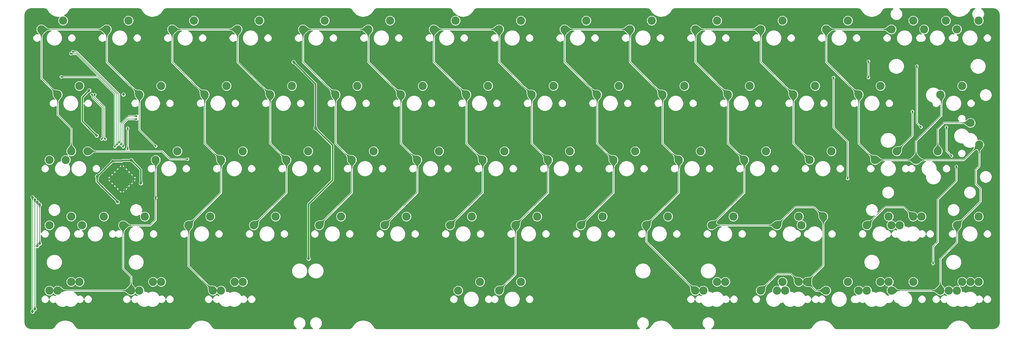
<source format=gbr>
%TF.GenerationSoftware,KiCad,Pcbnew,(5.1.11)-1*%
%TF.CreationDate,2022-09-07T08:58:02+07:00*%
%TF.ProjectId,Eclipse60,45636c69-7073-4653-9630-2e6b69636164,rev?*%
%TF.SameCoordinates,Original*%
%TF.FileFunction,Copper,L1,Top*%
%TF.FilePolarity,Positive*%
%FSLAX46Y46*%
G04 Gerber Fmt 4.6, Leading zero omitted, Abs format (unit mm)*
G04 Created by KiCad (PCBNEW (5.1.11)-1) date 2022-09-07 08:58:02*
%MOMM*%
%LPD*%
G01*
G04 APERTURE LIST*
%TA.AperFunction,ComponentPad*%
%ADD10C,2.400000*%
%TD*%
%TA.AperFunction,ComponentPad*%
%ADD11C,0.500000*%
%TD*%
%TA.AperFunction,SMDPad,CuDef*%
%ADD12C,0.100000*%
%TD*%
%TA.AperFunction,ViaPad*%
%ADD13C,0.800000*%
%TD*%
%TA.AperFunction,ViaPad*%
%ADD14C,0.600000*%
%TD*%
%TA.AperFunction,Conductor*%
%ADD15C,0.200000*%
%TD*%
%TA.AperFunction,Conductor*%
%ADD16C,0.400000*%
%TD*%
%TA.AperFunction,Conductor*%
%ADD17C,0.250000*%
%TD*%
%TA.AperFunction,Conductor*%
%ADD18C,0.100000*%
%TD*%
%TA.AperFunction,Conductor*%
%ADD19C,0.025400*%
%TD*%
G04 APERTURE END LIST*
D10*
%TO.P,MX84,2*%
%TO.N,C6*%
X307498750Y-69215000D03*
%TO.P,MX84,1*%
%TO.N,Net-(D45-Pad2)*%
X304958750Y-62865000D03*
%TD*%
%TO.P,MX83,1*%
%TO.N,C6*%
X277177500Y-73660000D03*
%TO.P,MX83,2*%
%TO.N,Net-(D30-Pad2)*%
X283527500Y-71120000D03*
%TD*%
%TO.P,MX45,2*%
%TO.N,Net-(D45-Pad2)*%
X295433750Y-71120000D03*
%TO.P,MX45,1*%
%TO.N,C6*%
X289083750Y-73660000D03*
%TD*%
%TO.P,MX82,1*%
%TO.N,C0*%
X62865000Y-111760000D03*
%TO.P,MX82,2*%
%TO.N,Net-(D66-Pad2)*%
X69215000Y-109220000D03*
%TD*%
%TO.P,MX81,1*%
%TO.N,C1*%
X86677500Y-111760000D03*
%TO.P,MX81,2*%
%TO.N,Net-(D67-Pad2)*%
X93027500Y-109220000D03*
%TD*%
%TO.P,MX80,1*%
%TO.N,C0*%
X39052500Y-111760000D03*
%TO.P,MX80,2*%
%TO.N,Net-(D65-Pad2)*%
X45402500Y-109220000D03*
%TD*%
%TO.P,MX79,2*%
%TO.N,Net-(D69-Pad2)*%
X173990000Y-109220000D03*
%TO.P,MX79,1*%
%TO.N,C3*%
X167640000Y-111760000D03*
%TD*%
%TO.P,MX61,1*%
%TO.N,Net-(D68-Pad2)*%
X248602500Y-111760000D03*
%TO.P,MX61,2*%
%TO.N,C5*%
X254952500Y-109220000D03*
%TD*%
%TO.P,MX78,2*%
%TO.N,Net-(D72-Pad2)*%
X302577500Y-109220000D03*
%TO.P,MX78,1*%
%TO.N,C6*%
X296227500Y-111760000D03*
%TD*%
%TO.P,MX77,2*%
%TO.N,C6*%
X278765000Y-109220000D03*
%TO.P,MX77,1*%
%TO.N,Net-(D71-Pad2)*%
X272415000Y-111760000D03*
%TD*%
%TO.P,MX74,1*%
%TO.N,C6*%
X298608750Y-111760000D03*
%TO.P,MX74,2*%
%TO.N,Net-(D72-Pad2)*%
X304958750Y-109220000D03*
%TD*%
%TO.P,MX71,1*%
%TO.N,Net-(D71-Pad2)*%
X274796250Y-111760000D03*
%TO.P,MX71,2*%
%TO.N,C6*%
X281146250Y-109220000D03*
%TD*%
%TO.P,MX69,1*%
%TO.N,Net-(D68-Pad2)*%
X250983750Y-111760000D03*
%TO.P,MX69,2*%
%TO.N,C5*%
X257333750Y-109220000D03*
%TD*%
%TO.P,MX64,1*%
%TO.N,C4*%
X227171250Y-111760000D03*
%TO.P,MX64,2*%
%TO.N,Net-(D16-Pad2)*%
X233521250Y-109220000D03*
%TD*%
%TO.P,MX40,1*%
%TO.N,C3*%
X181927500Y-73660000D03*
%TO.P,MX40,2*%
%TO.N,Net-(D40-Pad2)*%
X188277500Y-71120000D03*
%TD*%
%TO.P,MX34,1*%
%TO.N,C0*%
X67627500Y-73660000D03*
%TO.P,MX34,2*%
%TO.N,Net-(D34-Pad2)*%
X73977500Y-71120000D03*
%TD*%
%TO.P,MX48,2*%
%TO.N,Net-(D70-Pad2)*%
X269240000Y-109220000D03*
%TO.P,MX48,1*%
%TO.N,C5*%
X262890000Y-111760000D03*
%TD*%
%TO.P,MX32,2*%
%TO.N,Net-(D68-Pad2)*%
X250190000Y-109220000D03*
%TO.P,MX32,1*%
%TO.N,C5*%
X243840000Y-111760000D03*
%TD*%
%TO.P,MX16,2*%
%TO.N,Net-(D16-Pad2)*%
X231140000Y-109220000D03*
%TO.P,MX16,1*%
%TO.N,C4*%
X224790000Y-111760000D03*
%TD*%
%TO.P,MX76,1*%
%TO.N,Net-(D62-Pad2)*%
X284321250Y-92710000D03*
%TO.P,MX76,2*%
%TO.N,C6*%
X290671250Y-90170000D03*
%TD*%
%TO.P,MX75,2*%
%TO.N,C6*%
X288290000Y-90170000D03*
%TO.P,MX75,1*%
%TO.N,Net-(D62-Pad2)*%
X281940000Y-92710000D03*
%TD*%
%TO.P,MX47,2*%
%TO.N,C5*%
X262096250Y-90170000D03*
%TO.P,MX47,1*%
%TO.N,Net-(D60-Pad2)*%
X255746250Y-92710000D03*
%TD*%
%TO.P,MX46,2*%
%TO.N,Net-(D14-Pad2)*%
X297815000Y-33020000D03*
%TO.P,MX46,1*%
%TO.N,C6*%
X291465000Y-35560000D03*
%TD*%
D11*
%TO.P,U1,45*%
%TO.N,GND*%
X54511953Y-79231250D03*
X55333965Y-80053262D03*
X56155977Y-80875273D03*
X56977988Y-81697285D03*
X57800000Y-82519297D03*
X55333965Y-78409238D03*
X56155977Y-79231250D03*
X56977988Y-80053262D03*
X57800000Y-80875273D03*
X58622012Y-81697285D03*
X56155977Y-77587227D03*
X56977988Y-78409238D03*
X57800000Y-79231250D03*
X58622012Y-80053262D03*
X59444023Y-80875273D03*
X56977988Y-76765215D03*
X57800000Y-77587227D03*
X58622012Y-78409238D03*
X59444023Y-79231250D03*
X60266035Y-80053262D03*
X57800000Y-75943203D03*
X58622012Y-76765215D03*
X59444023Y-77587227D03*
X60266035Y-78409238D03*
X61088047Y-79231250D03*
%TA.AperFunction,SMDPad,CuDef*%
D12*
G36*
X54158400Y-79231250D02*
G01*
X57800000Y-75589650D01*
X61441600Y-79231250D01*
X57800000Y-82872850D01*
X54158400Y-79231250D01*
G37*
%TD.AperFunction*%
%TD*%
D10*
%TO.P,MX31,1*%
%TO.N,C0*%
X46196250Y-92710000D03*
%TO.P,MX31,2*%
%TO.N,Net-(D49-Pad2)*%
X52546250Y-90170000D03*
%TD*%
%TO.P,MX30,2*%
%TO.N,Net-(D30-Pad2)*%
X302577500Y-52070000D03*
%TO.P,MX30,1*%
%TO.N,C6*%
X296227500Y-54610000D03*
%TD*%
%TO.P,MX73,1*%
%TO.N,C6*%
X300990000Y-111760000D03*
%TO.P,MX73,2*%
%TO.N,Net-(D72-Pad2)*%
X307340000Y-109220000D03*
%TD*%
%TO.P,MX72,1*%
%TO.N,C6*%
X281940000Y-111760000D03*
%TO.P,MX72,2*%
%TO.N,Net-(D71-Pad2)*%
X288290000Y-109220000D03*
%TD*%
%TO.P,MX70,2*%
%TO.N,Net-(D69-Pad2)*%
X162083750Y-109220000D03*
%TO.P,MX70,1*%
%TO.N,C3*%
X155733750Y-111760000D03*
%TD*%
%TO.P,MX68,1*%
%TO.N,C1*%
X84296250Y-111760000D03*
%TO.P,MX68,2*%
%TO.N,Net-(D67-Pad2)*%
X90646250Y-109220000D03*
%TD*%
%TO.P,MX67,1*%
%TO.N,C0*%
X60483750Y-111760000D03*
%TO.P,MX67,2*%
%TO.N,Net-(D66-Pad2)*%
X66833750Y-109220000D03*
%TD*%
%TO.P,MX66,1*%
%TO.N,C0*%
X36671250Y-111760000D03*
%TO.P,MX66,2*%
%TO.N,Net-(D65-Pad2)*%
X43021250Y-109220000D03*
%TD*%
%TO.P,MX65,1*%
%TO.N,Net-(D33-Pad2)*%
X36671250Y-73660000D03*
%TO.P,MX65,2*%
%TO.N,C0*%
X43021250Y-71120000D03*
%TD*%
%TO.P,MX62,1*%
%TO.N,C6*%
X274796250Y-92710000D03*
%TO.P,MX62,2*%
%TO.N,Net-(D62-Pad2)*%
X281146250Y-90170000D03*
%TD*%
%TO.P,MX63,1*%
%TO.N,C6*%
X300990000Y-92710000D03*
%TO.P,MX63,2*%
%TO.N,Net-(D63-Pad2)*%
X307340000Y-90170000D03*
%TD*%
%TO.P,MX60,1*%
%TO.N,C5*%
X248602500Y-92710000D03*
%TO.P,MX60,2*%
%TO.N,Net-(D60-Pad2)*%
X254952500Y-90170000D03*
%TD*%
%TO.P,MX59,1*%
%TO.N,C5*%
X229552500Y-92710000D03*
%TO.P,MX59,2*%
%TO.N,Net-(D59-Pad2)*%
X235902500Y-90170000D03*
%TD*%
%TO.P,MX58,1*%
%TO.N,C4*%
X210502500Y-92710000D03*
%TO.P,MX58,2*%
%TO.N,Net-(D58-Pad2)*%
X216852500Y-90170000D03*
%TD*%
%TO.P,MX57,1*%
%TO.N,C4*%
X191452500Y-92710000D03*
%TO.P,MX57,2*%
%TO.N,Net-(D57-Pad2)*%
X197802500Y-90170000D03*
%TD*%
%TO.P,MX56,1*%
%TO.N,C3*%
X172402500Y-92710000D03*
%TO.P,MX56,2*%
%TO.N,Net-(D56-Pad2)*%
X178752500Y-90170000D03*
%TD*%
%TO.P,MX55,1*%
%TO.N,C3*%
X153352500Y-92710000D03*
%TO.P,MX55,2*%
%TO.N,Net-(D55-Pad2)*%
X159702500Y-90170000D03*
%TD*%
%TO.P,MX54,1*%
%TO.N,C2*%
X134302500Y-92710000D03*
%TO.P,MX54,2*%
%TO.N,Net-(D54-Pad2)*%
X140652500Y-90170000D03*
%TD*%
%TO.P,MX53,1*%
%TO.N,C2*%
X115252500Y-92710000D03*
%TO.P,MX53,2*%
%TO.N,Net-(D53-Pad2)*%
X121602500Y-90170000D03*
%TD*%
%TO.P,MX52,1*%
%TO.N,C1*%
X96202500Y-92710000D03*
%TO.P,MX52,2*%
%TO.N,Net-(D52-Pad2)*%
X102552500Y-90170000D03*
%TD*%
%TO.P,MX51,1*%
%TO.N,C1*%
X77152500Y-92710000D03*
%TO.P,MX51,2*%
%TO.N,Net-(D51-Pad2)*%
X83502500Y-90170000D03*
%TD*%
%TO.P,MX50,1*%
%TO.N,C0*%
X58102500Y-92710000D03*
%TO.P,MX50,2*%
%TO.N,Net-(D50-Pad2)*%
X64452500Y-90170000D03*
%TD*%
%TO.P,MX49,1*%
%TO.N,C0*%
X36671250Y-92710000D03*
%TO.P,MX49,2*%
%TO.N,Net-(D49-Pad2)*%
X43021250Y-90170000D03*
%TD*%
%TO.P,MX33,1*%
%TO.N,C0*%
X41433750Y-73660000D03*
%TO.P,MX33,2*%
%TO.N,Net-(D33-Pad2)*%
X47783750Y-71120000D03*
%TD*%
%TO.P,MX44,1*%
%TO.N,C5*%
X258127500Y-73660000D03*
%TO.P,MX44,2*%
%TO.N,Net-(D44-Pad2)*%
X264477500Y-71120000D03*
%TD*%
%TO.P,MX43,1*%
%TO.N,C5*%
X239077500Y-73660000D03*
%TO.P,MX43,2*%
%TO.N,Net-(D43-Pad2)*%
X245427500Y-71120000D03*
%TD*%
%TO.P,MX42,1*%
%TO.N,C4*%
X220027500Y-73660000D03*
%TO.P,MX42,2*%
%TO.N,Net-(D42-Pad2)*%
X226377500Y-71120000D03*
%TD*%
%TO.P,MX41,1*%
%TO.N,C4*%
X200977500Y-73660000D03*
%TO.P,MX41,2*%
%TO.N,Net-(D41-Pad2)*%
X207327500Y-71120000D03*
%TD*%
%TO.P,MX39,1*%
%TO.N,C3*%
X162877500Y-73660000D03*
%TO.P,MX39,2*%
%TO.N,Net-(D39-Pad2)*%
X169227500Y-71120000D03*
%TD*%
%TO.P,MX38,1*%
%TO.N,C2*%
X143827500Y-73660000D03*
%TO.P,MX38,2*%
%TO.N,Net-(D38-Pad2)*%
X150177500Y-71120000D03*
%TD*%
%TO.P,MX37,1*%
%TO.N,C2*%
X124777500Y-73660000D03*
%TO.P,MX37,2*%
%TO.N,Net-(D37-Pad2)*%
X131127500Y-71120000D03*
%TD*%
%TO.P,MX36,1*%
%TO.N,C1*%
X105727500Y-73660000D03*
%TO.P,MX36,2*%
%TO.N,Net-(D36-Pad2)*%
X112077500Y-71120000D03*
%TD*%
%TO.P,MX35,1*%
%TO.N,C1*%
X86677500Y-73660000D03*
%TO.P,MX35,2*%
%TO.N,Net-(D35-Pad2)*%
X93027500Y-71120000D03*
%TD*%
%TO.P,MX17,1*%
%TO.N,C0*%
X39052500Y-54610000D03*
%TO.P,MX17,2*%
%TO.N,Net-(D17-Pad2)*%
X45402500Y-52070000D03*
%TD*%
%TO.P,MX29,1*%
%TO.N,C6*%
X272415000Y-54610000D03*
%TO.P,MX29,2*%
%TO.N,Net-(D29-Pad2)*%
X278765000Y-52070000D03*
%TD*%
%TO.P,MX28,1*%
%TO.N,C5*%
X253365000Y-54610000D03*
%TO.P,MX28,2*%
%TO.N,Net-(D28-Pad2)*%
X259715000Y-52070000D03*
%TD*%
%TO.P,MX27,1*%
%TO.N,C5*%
X234315000Y-54610000D03*
%TO.P,MX27,2*%
%TO.N,Net-(D27-Pad2)*%
X240665000Y-52070000D03*
%TD*%
%TO.P,MX26,1*%
%TO.N,C4*%
X215265000Y-54610000D03*
%TO.P,MX26,2*%
%TO.N,Net-(D26-Pad2)*%
X221615000Y-52070000D03*
%TD*%
%TO.P,MX25,1*%
%TO.N,C4*%
X196215000Y-54610000D03*
%TO.P,MX25,2*%
%TO.N,Net-(D25-Pad2)*%
X202565000Y-52070000D03*
%TD*%
%TO.P,MX24,1*%
%TO.N,C3*%
X177165000Y-54610000D03*
%TO.P,MX24,2*%
%TO.N,Net-(D24-Pad2)*%
X183515000Y-52070000D03*
%TD*%
%TO.P,MX23,1*%
%TO.N,C3*%
X158115000Y-54610000D03*
%TO.P,MX23,2*%
%TO.N,Net-(D23-Pad2)*%
X164465000Y-52070000D03*
%TD*%
%TO.P,MX22,1*%
%TO.N,C2*%
X139065000Y-54610000D03*
%TO.P,MX22,2*%
%TO.N,Net-(D22-Pad2)*%
X145415000Y-52070000D03*
%TD*%
%TO.P,MX21,1*%
%TO.N,C2*%
X120015000Y-54610000D03*
%TO.P,MX21,2*%
%TO.N,Net-(D21-Pad2)*%
X126365000Y-52070000D03*
%TD*%
%TO.P,MX20,1*%
%TO.N,C1*%
X100965000Y-54610000D03*
%TO.P,MX20,2*%
%TO.N,Net-(D20-Pad2)*%
X107315000Y-52070000D03*
%TD*%
%TO.P,MX19,1*%
%TO.N,C1*%
X81915000Y-54610000D03*
%TO.P,MX19,2*%
%TO.N,Net-(D19-Pad2)*%
X88265000Y-52070000D03*
%TD*%
%TO.P,MX18,1*%
%TO.N,C0*%
X62865000Y-54610000D03*
%TO.P,MX18,2*%
%TO.N,Net-(D18-Pad2)*%
X69215000Y-52070000D03*
%TD*%
%TO.P,MX15,1*%
%TO.N,C6*%
X300990000Y-35560000D03*
%TO.P,MX15,2*%
%TO.N,Net-(D15-Pad2)*%
X307340000Y-33020000D03*
%TD*%
%TO.P,MX14,1*%
%TO.N,C6*%
X281940000Y-35560000D03*
%TO.P,MX14,2*%
%TO.N,Net-(D14-Pad2)*%
X288290000Y-33020000D03*
%TD*%
%TO.P,MX13,1*%
%TO.N,C6*%
X262890000Y-35560000D03*
%TO.P,MX13,2*%
%TO.N,Net-(D13-Pad2)*%
X269240000Y-33020000D03*
%TD*%
%TO.P,MX12,1*%
%TO.N,C5*%
X243840000Y-35560000D03*
%TO.P,MX12,2*%
%TO.N,Net-(D12-Pad2)*%
X250190000Y-33020000D03*
%TD*%
%TO.P,MX11,1*%
%TO.N,C5*%
X224790000Y-35560000D03*
%TO.P,MX11,2*%
%TO.N,Net-(D11-Pad2)*%
X231140000Y-33020000D03*
%TD*%
%TO.P,MX10,1*%
%TO.N,C4*%
X205740000Y-35560000D03*
%TO.P,MX10,2*%
%TO.N,Net-(D10-Pad2)*%
X212090000Y-33020000D03*
%TD*%
%TO.P,MX9,1*%
%TO.N,C4*%
X186690000Y-35560000D03*
%TO.P,MX9,2*%
%TO.N,Net-(D9-Pad2)*%
X193040000Y-33020000D03*
%TD*%
%TO.P,MX8,1*%
%TO.N,C3*%
X167640000Y-35560000D03*
%TO.P,MX8,2*%
%TO.N,Net-(D8-Pad2)*%
X173990000Y-33020000D03*
%TD*%
%TO.P,MX7,1*%
%TO.N,C3*%
X148590000Y-35560000D03*
%TO.P,MX7,2*%
%TO.N,Net-(D7-Pad2)*%
X154940000Y-33020000D03*
%TD*%
%TO.P,MX6,1*%
%TO.N,C2*%
X129540000Y-35560000D03*
%TO.P,MX6,2*%
%TO.N,Net-(D6-Pad2)*%
X135890000Y-33020000D03*
%TD*%
%TO.P,MX5,1*%
%TO.N,C2*%
X110490000Y-35560000D03*
%TO.P,MX5,2*%
%TO.N,Net-(D5-Pad2)*%
X116840000Y-33020000D03*
%TD*%
%TO.P,MX4,1*%
%TO.N,C1*%
X91440000Y-35560000D03*
%TO.P,MX4,2*%
%TO.N,Net-(D4-Pad2)*%
X97790000Y-33020000D03*
%TD*%
%TO.P,MX3,1*%
%TO.N,C1*%
X72390000Y-35560000D03*
%TO.P,MX3,2*%
%TO.N,Net-(D3-Pad2)*%
X78740000Y-33020000D03*
%TD*%
%TO.P,MX2,1*%
%TO.N,C0*%
X53340000Y-35560000D03*
%TO.P,MX2,2*%
%TO.N,Net-(D2-Pad2)*%
X59690000Y-33020000D03*
%TD*%
%TO.P,MX1,1*%
%TO.N,C0*%
X34290000Y-35560000D03*
%TO.P,MX1,2*%
%TO.N,Net-(D1-Pad2)*%
X40640000Y-33020000D03*
%TD*%
D13*
%TO.N,*%
X58243750Y-54584375D03*
D14*
%TO.N,Net-(D30-Pad2)*%
X288031250Y-59531250D03*
%TO.N,Net-(D33-Pad2)*%
X76903125Y-73431250D03*
%TO.N,D+*%
X52918750Y-67584375D03*
X49868750Y-54584375D03*
%TO.N,D-*%
X49018750Y-54584375D03*
X51868750Y-67584375D03*
D13*
%TO.N,GND*%
X269503125Y-47968750D03*
X293190625Y-101984375D03*
X264615625Y-101984375D03*
X240803125Y-101984375D03*
X216990625Y-101984375D03*
X181271875Y-101984375D03*
X150315625Y-101984375D03*
X121740625Y-101984375D03*
X50303125Y-101984375D03*
X79012500Y-48034375D03*
X291375000Y-48034375D03*
X236606250Y-48034375D03*
X204459375Y-48034375D03*
X173503125Y-48034375D03*
X109209375Y-48034375D03*
X49750000Y-79981250D03*
X59050000Y-85981250D03*
X56300000Y-87481250D03*
X63300000Y-72231250D03*
X60550000Y-72231250D03*
X64800000Y-80481250D03*
X54237500Y-56490625D03*
X143306250Y-48034375D03*
X83640625Y-101984375D03*
X43625000Y-46584375D03*
X97055375Y-69196000D03*
%TO.N,+5V*%
X56550000Y-85981250D03*
X50550000Y-78481250D03*
D14*
X52050000Y-81481250D03*
X55050000Y-73981250D03*
D13*
X63300000Y-80481250D03*
X60550000Y-73761582D03*
X114159375Y-64425000D03*
X112150000Y-102484369D03*
X107784375Y-45112500D03*
X48243750Y-53384375D03*
X50443750Y-66584375D03*
D14*
%TO.N,Net-(RGB18-Pad4)*%
X289343750Y-46284375D03*
X290543750Y-64084375D03*
X297943750Y-64084375D03*
X299443750Y-72484375D03*
X300843750Y-75584375D03*
X294043750Y-103884375D03*
%TO.N,Net-(R4-Pad2)*%
X59425000Y-70520000D03*
X59425000Y-64399990D03*
%TO.N,Net-(R5-Pad1)*%
X55750000Y-69831250D03*
X40125000Y-49450000D03*
%TO.N,C0*%
X67627500Y-69653750D03*
X67627500Y-84781320D03*
%TO.N,R0*%
X56350000Y-69231250D03*
X42883375Y-42684375D03*
%TO.N,R1*%
X56950000Y-68631250D03*
X43452860Y-42084375D03*
%TO.N,R5*%
X275225000Y-44900000D03*
X269175000Y-79100000D03*
X275225000Y-49650000D03*
X265050000Y-49650000D03*
%TO.N,R3*%
X57550000Y-69231250D03*
X62046743Y-60923213D03*
%TO.N,R2*%
X58150000Y-69831250D03*
X62009375Y-61734375D03*
D13*
%TO.N,R6*%
X33136642Y-85977267D03*
X33136642Y-98791483D03*
%TO.N,R7*%
X33843750Y-86684375D03*
X33843750Y-98084375D03*
%TO.N,R9*%
X32429534Y-85270159D03*
X32429534Y-117198591D03*
%TO.N,R8*%
X31722426Y-84563051D03*
X31722426Y-117963051D03*
%TD*%
D15*
%TO.N,Net-(D30-Pad2)*%
X288031250Y-66616250D02*
X283527500Y-71120000D01*
X288031250Y-59531250D02*
X288031250Y-66616250D01*
%TO.N,Net-(D33-Pad2)*%
X76903125Y-73431250D02*
X76903125Y-73431250D01*
X69488750Y-71120000D02*
X47783750Y-71120000D01*
X71800000Y-73431250D02*
X69488750Y-71120000D01*
X76903125Y-73431250D02*
X71800000Y-73431250D01*
%TO.N,Net-(D45-Pad2)*%
X295433750Y-71120000D02*
X295433750Y-64666250D01*
X297235000Y-62865000D02*
X304958750Y-62865000D01*
X295433750Y-64666250D02*
X297235000Y-62865000D01*
%TO.N,D+*%
X49668750Y-54784375D02*
X49868750Y-54584375D01*
X52918750Y-67584375D02*
X52618750Y-67284375D01*
X52618750Y-58241175D02*
X49668750Y-55291175D01*
X49668750Y-55291175D02*
X49668750Y-54784375D01*
X52618750Y-67284375D02*
X52618750Y-58241175D01*
%TO.N,D-*%
X52168750Y-67284375D02*
X52168750Y-58427575D01*
X49218750Y-54784375D02*
X49018750Y-54584375D01*
X49218750Y-55477575D02*
X49218750Y-54784375D01*
X52168750Y-58427575D02*
X49218750Y-55477575D01*
X51868750Y-67584375D02*
X52168750Y-67284375D01*
D16*
%TO.N,+5V*%
X50550000Y-79981250D02*
X50550000Y-78481250D01*
X52050000Y-81481250D02*
X50550000Y-79981250D01*
X56550000Y-85981250D02*
X52050000Y-81481250D01*
X50550000Y-78481250D02*
X55050000Y-73981250D01*
X63300000Y-80481250D02*
X63300000Y-76511582D01*
X55050000Y-73981250D02*
X57800000Y-73981250D01*
X63300000Y-76511582D02*
X60550000Y-73761582D01*
X57800000Y-73981250D02*
X58019668Y-73761582D01*
X58019668Y-73761582D02*
X60550000Y-73761582D01*
X112150000Y-86550000D02*
X112150000Y-102484369D01*
X114159375Y-64425000D02*
X119125000Y-69390625D01*
X119125000Y-69390625D02*
X119125000Y-79575000D01*
X119125000Y-79575000D02*
X112150000Y-86550000D01*
X114159375Y-51487500D02*
X107784375Y-45112500D01*
X114159375Y-64425000D02*
X114159375Y-51487500D01*
X46243750Y-62384375D02*
X50443750Y-66584375D01*
X46243750Y-55384375D02*
X46243750Y-62384375D01*
X48243750Y-53384375D02*
X46243750Y-55384375D01*
D15*
%TO.N,Net-(RGB18-Pad4)*%
X289343750Y-62884375D02*
X290543750Y-64084375D01*
X289343750Y-46284375D02*
X289343750Y-62884375D01*
X297943750Y-70984375D02*
X299443750Y-72484375D01*
X297943750Y-64084375D02*
X297943750Y-70984375D01*
X300843750Y-75584375D02*
X300843750Y-79784375D01*
X294043750Y-103884375D02*
X294043750Y-98984375D01*
X294043750Y-98984375D02*
X295443750Y-97584375D01*
X295443750Y-85184375D02*
X300843750Y-79784375D01*
X295443750Y-97584375D02*
X295443750Y-85184375D01*
%TO.N,Net-(R4-Pad2)*%
X59425000Y-70520000D02*
X59425000Y-64399990D01*
%TO.N,Net-(R5-Pad1)*%
X55750000Y-54456250D02*
X55750000Y-69831250D01*
X50743750Y-49450000D02*
X55750000Y-54456250D01*
X40125000Y-49450000D02*
X50743750Y-49450000D01*
%TO.N,C0*%
X34290000Y-49847500D02*
X39052500Y-54610000D01*
X34290000Y-35560000D02*
X34290000Y-49847500D01*
X62865000Y-64891250D02*
X67627500Y-69653750D01*
X62865000Y-54610000D02*
X62865000Y-64891250D01*
X34290000Y-35560000D02*
X53340000Y-35560000D01*
X60483750Y-107733750D02*
X60483750Y-111760000D01*
X58102500Y-105352500D02*
X60483750Y-107733750D01*
X58102500Y-92710000D02*
X58102500Y-105352500D01*
X53340000Y-45085000D02*
X62865000Y-54610000D01*
X53340000Y-35560000D02*
X53340000Y-45085000D01*
X66071250Y-92710000D02*
X58102500Y-92710000D01*
X67627500Y-91153750D02*
X66071250Y-92710000D01*
X67627500Y-84781320D02*
X67627500Y-91153750D01*
X67627500Y-73660000D02*
X67627500Y-84781320D01*
X39052500Y-54610000D02*
X39052500Y-60527500D01*
X43021250Y-64496250D02*
X43021250Y-71120000D01*
X39052500Y-60527500D02*
X43021250Y-64496250D01*
X39052500Y-111760000D02*
X60483750Y-111760000D01*
%TO.N,C1*%
X72390000Y-35560000D02*
X91440000Y-35560000D01*
X91440000Y-45085000D02*
X100965000Y-54610000D01*
X91440000Y-35560000D02*
X91440000Y-45085000D01*
X100965000Y-68897500D02*
X105727500Y-73660000D01*
X100965000Y-54610000D02*
X100965000Y-68897500D01*
X81915000Y-68897500D02*
X86677500Y-73660000D01*
X81915000Y-54610000D02*
X81915000Y-68897500D01*
X72390000Y-45085000D02*
X81915000Y-54610000D01*
X72390000Y-35560000D02*
X72390000Y-45085000D01*
X105727500Y-83185000D02*
X96202500Y-92710000D01*
X105727500Y-73660000D02*
X105727500Y-83185000D01*
X86677500Y-83185000D02*
X77152500Y-92710000D01*
X86677500Y-73660000D02*
X86677500Y-83185000D01*
X77152500Y-104616250D02*
X84296250Y-111760000D01*
X77152500Y-92710000D02*
X77152500Y-104616250D01*
%TO.N,C2*%
X110490000Y-35560000D02*
X129540000Y-35560000D01*
X139065000Y-68897500D02*
X143827500Y-73660000D01*
X139065000Y-54610000D02*
X139065000Y-68897500D01*
X110490000Y-45085000D02*
X120015000Y-54610000D01*
X110490000Y-35560000D02*
X110490000Y-45085000D01*
X129540000Y-45085000D02*
X139065000Y-54610000D01*
X129540000Y-35560000D02*
X129540000Y-45085000D01*
X120015000Y-68897500D02*
X124777500Y-73660000D01*
X120015000Y-54610000D02*
X120015000Y-68897500D01*
X124777500Y-83185000D02*
X115252500Y-92710000D01*
X124777500Y-73660000D02*
X124777500Y-83185000D01*
X143827500Y-83185000D02*
X134302500Y-92710000D01*
X143827500Y-73660000D02*
X143827500Y-83185000D01*
%TO.N,C3*%
X148590000Y-35560000D02*
X167640000Y-35560000D01*
X177165000Y-68897500D02*
X181927500Y-73660000D01*
X177165000Y-54610000D02*
X177165000Y-68897500D01*
X167640000Y-45085000D02*
X177165000Y-54610000D01*
X167640000Y-35560000D02*
X167640000Y-45085000D01*
X148590000Y-45085000D02*
X158115000Y-54610000D01*
X148590000Y-35560000D02*
X148590000Y-45085000D01*
X158115000Y-68897500D02*
X162877500Y-73660000D01*
X158115000Y-54610000D02*
X158115000Y-68897500D01*
X162877500Y-83185000D02*
X153352500Y-92710000D01*
X162877500Y-73660000D02*
X162877500Y-83185000D01*
X181927500Y-83185000D02*
X172402500Y-92710000D01*
X181927500Y-73660000D02*
X181927500Y-83185000D01*
X172402500Y-106997500D02*
X167640000Y-111760000D01*
X172402500Y-92710000D02*
X172402500Y-106997500D01*
%TO.N,C4*%
X186690000Y-35560000D02*
X205740000Y-35560000D01*
X215265000Y-68897500D02*
X220027500Y-73660000D01*
X215265000Y-54610000D02*
X215265000Y-68897500D01*
X205740000Y-45085000D02*
X215265000Y-54610000D01*
X205740000Y-35560000D02*
X205740000Y-45085000D01*
X186690000Y-45085000D02*
X196215000Y-54610000D01*
X186690000Y-35560000D02*
X186690000Y-45085000D01*
X200977500Y-83185000D02*
X191452500Y-92710000D01*
X200977500Y-73660000D02*
X200977500Y-83185000D01*
X220027500Y-83185000D02*
X210502500Y-92710000D01*
X220027500Y-73660000D02*
X220027500Y-83185000D01*
X196215000Y-68897500D02*
X200977500Y-73660000D01*
X196215000Y-54610000D02*
X196215000Y-68897500D01*
X210502500Y-97472500D02*
X224790000Y-111760000D01*
X210502500Y-92710000D02*
X210502500Y-97472500D01*
%TO.N,C5*%
X224790000Y-35560000D02*
X243840000Y-35560000D01*
X253365000Y-68897500D02*
X258127500Y-73660000D01*
X253365000Y-54610000D02*
X253365000Y-68897500D01*
X243840000Y-45085000D02*
X253365000Y-54610000D01*
X243840000Y-35560000D02*
X243840000Y-45085000D01*
X239077500Y-83185000D02*
X229552500Y-92710000D01*
X239077500Y-73660000D02*
X239077500Y-83185000D01*
X234315000Y-68897500D02*
X239077500Y-73660000D01*
X234315000Y-54610000D02*
X234315000Y-68897500D01*
X224790000Y-45085000D02*
X234315000Y-54610000D01*
X224790000Y-35560000D02*
X224790000Y-45085000D01*
X243840000Y-111760000D02*
X248600000Y-107000000D01*
X252732500Y-107000000D02*
X254952500Y-109220000D01*
X248600000Y-107000000D02*
X252732500Y-107000000D01*
X262096250Y-104457500D02*
X257333750Y-109220000D01*
X262096250Y-90170000D02*
X262096250Y-104457500D01*
X259873750Y-111760000D02*
X257333750Y-109220000D01*
X262890000Y-111760000D02*
X259873750Y-111760000D01*
X229552500Y-92710000D02*
X248602500Y-92710000D01*
X248602500Y-92710000D02*
X253862500Y-87450000D01*
X259376250Y-87450000D02*
X262096250Y-90170000D01*
X253862500Y-87450000D02*
X259376250Y-87450000D01*
%TO.N,C6*%
X262890000Y-35560000D02*
X281940000Y-35560000D01*
X274796250Y-92710000D02*
X280056250Y-87450000D01*
X285570000Y-87450000D02*
X288290000Y-90170000D01*
X280056250Y-87450000D02*
X285570000Y-87450000D01*
X281940000Y-111760000D02*
X296227500Y-111760000D01*
X300990000Y-97785000D02*
X300990000Y-92710000D01*
X296227500Y-102547500D02*
X300990000Y-97785000D01*
X296227500Y-111760000D02*
X296227500Y-102547500D01*
X277177500Y-73660000D02*
X289083750Y-73660000D01*
X303053750Y-73660000D02*
X307498750Y-69215000D01*
X289083750Y-73660000D02*
X303053750Y-73660000D01*
X272415000Y-68897500D02*
X277177500Y-73660000D01*
X272415000Y-54610000D02*
X272415000Y-68897500D01*
X262890000Y-45085000D02*
X272415000Y-54610000D01*
X262890000Y-35560000D02*
X262890000Y-45085000D01*
X307498750Y-69215000D02*
X307498750Y-75526250D01*
X307498750Y-75526250D02*
X306500000Y-76525000D01*
X306500000Y-76525000D02*
X306500000Y-80650000D01*
X306500000Y-80650000D02*
X307850000Y-82000000D01*
X307850000Y-85850000D02*
X300990000Y-92710000D01*
X307850000Y-82000000D02*
X307850000Y-85850000D01*
X289083750Y-73660000D02*
X289083750Y-68144375D01*
X296457651Y-60770474D02*
X296457651Y-54610000D01*
X289083750Y-68144375D02*
X296457651Y-60770474D01*
%TO.N,R0*%
X44543824Y-42684375D02*
X42883375Y-42684375D01*
X56350000Y-54490551D02*
X44543824Y-42684375D01*
X56350000Y-69231250D02*
X56350000Y-54490551D01*
%TO.N,R1*%
X43452860Y-42084375D02*
X44509522Y-42084375D01*
X56950000Y-54524853D02*
X56950000Y-68631250D01*
X44509522Y-42084375D02*
X56950000Y-54524853D01*
%TO.N,R5*%
X275225000Y-44900000D02*
X275225000Y-49650000D01*
X275225000Y-49650000D02*
X275225000Y-49650000D01*
X269175000Y-68350000D02*
X269175000Y-79100000D01*
X265050000Y-64225000D02*
X269175000Y-68350000D01*
X265050000Y-49650000D02*
X265050000Y-64225000D01*
%TO.N,R3*%
X57550000Y-69231250D02*
X57550000Y-63115552D01*
X59742339Y-60923213D02*
X62046743Y-60923213D01*
X57550000Y-63115552D02*
X59742339Y-60923213D01*
%TO.N,R2*%
X58150000Y-69831250D02*
X58150000Y-63081250D01*
X59496875Y-61734375D02*
X58150000Y-63081250D01*
X62009375Y-61734375D02*
X59496875Y-61734375D01*
%TO.N,R6*%
X33136642Y-85977267D02*
X33136642Y-98791483D01*
%TO.N,R7*%
X33843750Y-86684375D02*
X33843750Y-98084375D01*
%TO.N,R9*%
X32429534Y-85270159D02*
X32429534Y-117198591D01*
%TO.N,R8*%
X31722426Y-84563051D02*
X31722426Y-117963051D01*
%TD*%
D17*
%TO.N,GND*%
X306002581Y-29678788D02*
X305745038Y-29936331D01*
X305542687Y-30239170D01*
X305403306Y-30575666D01*
X305332250Y-30932889D01*
X305332250Y-31297111D01*
X305403306Y-31654334D01*
X305542687Y-31990830D01*
X305745038Y-32293669D01*
X305918399Y-32467030D01*
X305873605Y-32575174D01*
X305815000Y-32869801D01*
X305815000Y-33170199D01*
X305873605Y-33464826D01*
X305988562Y-33742358D01*
X306155455Y-33992131D01*
X306367869Y-34204545D01*
X306617642Y-34371438D01*
X306895174Y-34486395D01*
X307189801Y-34545000D01*
X307490199Y-34545000D01*
X307784826Y-34486395D01*
X308062358Y-34371438D01*
X308312131Y-34204545D01*
X308524545Y-33992131D01*
X308691438Y-33742358D01*
X308806395Y-33464826D01*
X308865000Y-33170199D01*
X308865000Y-32869801D01*
X308806395Y-32575174D01*
X308691438Y-32297642D01*
X308653123Y-32240299D01*
X308819813Y-31990830D01*
X308959194Y-31654334D01*
X309030250Y-31297111D01*
X309030250Y-30932889D01*
X308959194Y-30575666D01*
X308819813Y-30239170D01*
X308617462Y-29936331D01*
X308359919Y-29678788D01*
X308129753Y-29524996D01*
X311529205Y-29524997D01*
X311904078Y-29561754D01*
X312244672Y-29664585D01*
X312558805Y-29831612D01*
X312834516Y-30056476D01*
X313061300Y-30330609D01*
X313230518Y-30643572D01*
X313335723Y-30983435D01*
X313374996Y-31357087D01*
X313374997Y-121029186D01*
X313338238Y-121404079D01*
X313235407Y-121744674D01*
X313068376Y-122058811D01*
X312843517Y-122334515D01*
X312569381Y-122561300D01*
X312256420Y-122730517D01*
X311916555Y-122835723D01*
X311542905Y-122874995D01*
X305794379Y-122874997D01*
X305565195Y-122852526D01*
X305364724Y-122791999D01*
X305179834Y-122693692D01*
X305017554Y-122561339D01*
X304878428Y-122393165D01*
X304813229Y-122283660D01*
X304772435Y-122208212D01*
X304760687Y-122190794D01*
X304750675Y-122172324D01*
X304747317Y-122167431D01*
X304395928Y-121662980D01*
X304370942Y-121633684D01*
X304346348Y-121604018D01*
X304342104Y-121599871D01*
X303899426Y-121173279D01*
X303869204Y-121149376D01*
X303839337Y-121125070D01*
X303834375Y-121121831D01*
X303834368Y-121121825D01*
X303834360Y-121121821D01*
X303317262Y-120789342D01*
X303283000Y-120771779D01*
X303248953Y-120753722D01*
X303243449Y-120751505D01*
X302671612Y-120525793D01*
X302634611Y-120515225D01*
X302597686Y-120504119D01*
X302591856Y-120503014D01*
X301987067Y-120392671D01*
X301948719Y-120389491D01*
X301910339Y-120385769D01*
X301904405Y-120385817D01*
X301904404Y-120385817D01*
X301289703Y-120395046D01*
X301251465Y-120399376D01*
X301213096Y-120403178D01*
X301207286Y-120404378D01*
X301207284Y-120404378D01*
X301207282Y-120404379D01*
X300606081Y-120532827D01*
X300569374Y-120544514D01*
X300532512Y-120555685D01*
X300527051Y-120557988D01*
X300527045Y-120557990D01*
X300527040Y-120557993D01*
X299962240Y-120800769D01*
X299928527Y-120819349D01*
X299894513Y-120837480D01*
X299889601Y-120840801D01*
X299889596Y-120840804D01*
X299889592Y-120840808D01*
X299382705Y-121188662D01*
X299353214Y-121213461D01*
X299323398Y-121237830D01*
X299319221Y-121242045D01*
X298889549Y-121681734D01*
X298865451Y-121711771D01*
X298840922Y-121741484D01*
X298837643Y-121746431D01*
X298501667Y-122261035D01*
X298501556Y-122261202D01*
X298364296Y-122471439D01*
X298217938Y-122621209D01*
X298045283Y-122739695D01*
X297852898Y-122822391D01*
X297639451Y-122867994D01*
X297515403Y-122874995D01*
X266081391Y-122874997D01*
X265852196Y-122852525D01*
X265651726Y-122791999D01*
X265466833Y-122693690D01*
X265304554Y-122561338D01*
X265165430Y-122393165D01*
X265100231Y-122283663D01*
X265059435Y-122208212D01*
X265047687Y-122190794D01*
X265037675Y-122172324D01*
X265034317Y-122167431D01*
X264682928Y-121662980D01*
X264657942Y-121633684D01*
X264633348Y-121604018D01*
X264629104Y-121599871D01*
X264186426Y-121173279D01*
X264156204Y-121149376D01*
X264126337Y-121125070D01*
X264121375Y-121121831D01*
X264121368Y-121121825D01*
X264121360Y-121121821D01*
X263604262Y-120789342D01*
X263570000Y-120771779D01*
X263535953Y-120753722D01*
X263530449Y-120751505D01*
X262958612Y-120525793D01*
X262921611Y-120515225D01*
X262884686Y-120504119D01*
X262878856Y-120503014D01*
X262274067Y-120392671D01*
X262235719Y-120389491D01*
X262197339Y-120385769D01*
X262191405Y-120385817D01*
X262191404Y-120385817D01*
X261576703Y-120395046D01*
X261538465Y-120399376D01*
X261500096Y-120403178D01*
X261494286Y-120404378D01*
X261494284Y-120404378D01*
X261494282Y-120404379D01*
X260893081Y-120532827D01*
X260856374Y-120544514D01*
X260819512Y-120555685D01*
X260814051Y-120557988D01*
X260814045Y-120557990D01*
X260814040Y-120557993D01*
X260249240Y-120800769D01*
X260215527Y-120819349D01*
X260181513Y-120837480D01*
X260176601Y-120840801D01*
X260176596Y-120840804D01*
X260176592Y-120840808D01*
X259669705Y-121188662D01*
X259640214Y-121213461D01*
X259610398Y-121237830D01*
X259606221Y-121242045D01*
X259176549Y-121681734D01*
X259152451Y-121711771D01*
X259127922Y-121741484D01*
X259124643Y-121746431D01*
X258788667Y-122261035D01*
X258788556Y-122261202D01*
X258651296Y-122471439D01*
X258504938Y-122621209D01*
X258332283Y-122739695D01*
X258139898Y-122822391D01*
X257926451Y-122867994D01*
X257802403Y-122874995D01*
X229548515Y-122874996D01*
X229778669Y-122721212D01*
X230036212Y-122463669D01*
X230238563Y-122160830D01*
X230377944Y-121824334D01*
X230449000Y-121467111D01*
X230449000Y-121102889D01*
X230377944Y-120745666D01*
X230238563Y-120409170D01*
X230036212Y-120106331D01*
X229778669Y-119848788D01*
X229475830Y-119646437D01*
X229139334Y-119507056D01*
X228782111Y-119436000D01*
X228417889Y-119436000D01*
X228060666Y-119507056D01*
X227724170Y-119646437D01*
X227421331Y-119848788D01*
X227163788Y-120106331D01*
X226961437Y-120409170D01*
X226822056Y-120745666D01*
X226751000Y-121102889D01*
X226751000Y-121467111D01*
X226822056Y-121824334D01*
X226961437Y-122160830D01*
X227163788Y-122463669D01*
X227421331Y-122721212D01*
X227651485Y-122874997D01*
X218993391Y-122874997D01*
X218764196Y-122852525D01*
X218563726Y-122791999D01*
X218378833Y-122693690D01*
X218216554Y-122561338D01*
X218077430Y-122393165D01*
X218012231Y-122283663D01*
X217971435Y-122208212D01*
X217959687Y-122190794D01*
X217949675Y-122172324D01*
X217946317Y-122167431D01*
X217594928Y-121662980D01*
X217569942Y-121633684D01*
X217545348Y-121604018D01*
X217541104Y-121599871D01*
X217098426Y-121173279D01*
X217068204Y-121149376D01*
X217038337Y-121125070D01*
X217033375Y-121121831D01*
X217033368Y-121121825D01*
X217033360Y-121121821D01*
X216516262Y-120789342D01*
X216482000Y-120771779D01*
X216447953Y-120753722D01*
X216442449Y-120751505D01*
X215870612Y-120525793D01*
X215833611Y-120515225D01*
X215796686Y-120504119D01*
X215790856Y-120503014D01*
X215186067Y-120392671D01*
X215147719Y-120389491D01*
X215109339Y-120385769D01*
X215103405Y-120385817D01*
X215103404Y-120385817D01*
X214488703Y-120395046D01*
X214450465Y-120399376D01*
X214412096Y-120403178D01*
X214406286Y-120404378D01*
X214406284Y-120404378D01*
X214406282Y-120404379D01*
X213805081Y-120532827D01*
X213768374Y-120544514D01*
X213731512Y-120555685D01*
X213726051Y-120557988D01*
X213726045Y-120557990D01*
X213726040Y-120557993D01*
X213161240Y-120800769D01*
X213127527Y-120819349D01*
X213093513Y-120837480D01*
X213088601Y-120840801D01*
X213088596Y-120840804D01*
X213088592Y-120840808D01*
X212581705Y-121188662D01*
X212552214Y-121213461D01*
X212522398Y-121237830D01*
X212518221Y-121242045D01*
X212088549Y-121681734D01*
X212064451Y-121711771D01*
X212039922Y-121741484D01*
X212036643Y-121746431D01*
X211700689Y-122261000D01*
X211700555Y-122261203D01*
X211563295Y-122471440D01*
X211416939Y-122621207D01*
X211244281Y-122739695D01*
X211051895Y-122822391D01*
X210838451Y-122867994D01*
X210714403Y-122874995D01*
X210492167Y-122874995D01*
X210722319Y-122721212D01*
X210979862Y-122463669D01*
X211182213Y-122160830D01*
X211321594Y-121824334D01*
X211392650Y-121467111D01*
X211392650Y-121102889D01*
X211321594Y-120745666D01*
X211182213Y-120409170D01*
X210979862Y-120106331D01*
X210722319Y-119848788D01*
X210419480Y-119646437D01*
X210082984Y-119507056D01*
X209725761Y-119436000D01*
X209361539Y-119436000D01*
X209004316Y-119507056D01*
X208667820Y-119646437D01*
X208364981Y-119848788D01*
X208107438Y-120106331D01*
X207905087Y-120409170D01*
X207765706Y-120745666D01*
X207694650Y-121102889D01*
X207694650Y-121467111D01*
X207765706Y-121824334D01*
X207905087Y-122160830D01*
X208107438Y-122463669D01*
X208364981Y-122721212D01*
X208595133Y-122874995D01*
X132193379Y-122874997D01*
X131964195Y-122852526D01*
X131763724Y-122791999D01*
X131578834Y-122693692D01*
X131416554Y-122561339D01*
X131277428Y-122393165D01*
X131212229Y-122283660D01*
X131171435Y-122208212D01*
X131159687Y-122190794D01*
X131149675Y-122172324D01*
X131146317Y-122167431D01*
X130794928Y-121662980D01*
X130769942Y-121633684D01*
X130745348Y-121604018D01*
X130741104Y-121599871D01*
X130298426Y-121173279D01*
X130268204Y-121149376D01*
X130238337Y-121125070D01*
X130233375Y-121121831D01*
X130233368Y-121121825D01*
X130233360Y-121121821D01*
X129716262Y-120789342D01*
X129682000Y-120771779D01*
X129647953Y-120753722D01*
X129642449Y-120751505D01*
X129070612Y-120525793D01*
X129033611Y-120515225D01*
X128996686Y-120504119D01*
X128990856Y-120503014D01*
X128386067Y-120392671D01*
X128347719Y-120389491D01*
X128309339Y-120385769D01*
X128303405Y-120385817D01*
X128303404Y-120385817D01*
X127688703Y-120395046D01*
X127650465Y-120399376D01*
X127612096Y-120403178D01*
X127606286Y-120404378D01*
X127606284Y-120404378D01*
X127606282Y-120404379D01*
X127005081Y-120532827D01*
X126968374Y-120544514D01*
X126931512Y-120555685D01*
X126926051Y-120557988D01*
X126926045Y-120557990D01*
X126926040Y-120557993D01*
X126361240Y-120800769D01*
X126327527Y-120819349D01*
X126293513Y-120837480D01*
X126288601Y-120840801D01*
X126288596Y-120840804D01*
X126288592Y-120840808D01*
X125781705Y-121188662D01*
X125752214Y-121213461D01*
X125722398Y-121237830D01*
X125718221Y-121242045D01*
X125288549Y-121681734D01*
X125264451Y-121711771D01*
X125239922Y-121741484D01*
X125236643Y-121746431D01*
X124900667Y-122261035D01*
X124900556Y-122261202D01*
X124763296Y-122471439D01*
X124616940Y-122621207D01*
X124444280Y-122739697D01*
X124251898Y-122822391D01*
X124038451Y-122867995D01*
X123914406Y-122874995D01*
X115248516Y-122874995D01*
X115478669Y-122721212D01*
X115736212Y-122463669D01*
X115938563Y-122160830D01*
X116077944Y-121824334D01*
X116149000Y-121467111D01*
X116149000Y-121102889D01*
X116077944Y-120745666D01*
X115938563Y-120409170D01*
X115736212Y-120106331D01*
X115478669Y-119848788D01*
X115175830Y-119646437D01*
X114839334Y-119507056D01*
X114482111Y-119436000D01*
X114117889Y-119436000D01*
X113760666Y-119507056D01*
X113424170Y-119646437D01*
X113121331Y-119848788D01*
X112863788Y-120106331D01*
X112661437Y-120409170D01*
X112522056Y-120745666D01*
X112451000Y-121102889D01*
X112451000Y-121467111D01*
X112522056Y-121824334D01*
X112661437Y-122160830D01*
X112863788Y-122463669D01*
X113121331Y-122721212D01*
X113351484Y-122874996D01*
X110492366Y-122874996D01*
X110722519Y-122721212D01*
X110980062Y-122463669D01*
X111182413Y-122160830D01*
X111321794Y-121824334D01*
X111392850Y-121467111D01*
X111392850Y-121102889D01*
X111321794Y-120745666D01*
X111182413Y-120409170D01*
X110980062Y-120106331D01*
X110722519Y-119848788D01*
X110419680Y-119646437D01*
X110083184Y-119507056D01*
X109725961Y-119436000D01*
X109361739Y-119436000D01*
X109004516Y-119507056D01*
X108668020Y-119646437D01*
X108365181Y-119848788D01*
X108107638Y-120106331D01*
X107905287Y-120409170D01*
X107765906Y-120745666D01*
X107694850Y-121102889D01*
X107694850Y-121467111D01*
X107765906Y-121824334D01*
X107905287Y-122160830D01*
X108107638Y-122463669D01*
X108365181Y-122721212D01*
X108595334Y-122874996D01*
X85106389Y-122874997D01*
X84877194Y-122852525D01*
X84676723Y-122791998D01*
X84491833Y-122693691D01*
X84329553Y-122561338D01*
X84190429Y-122393165D01*
X84125233Y-122283667D01*
X84084435Y-122208212D01*
X84072689Y-122190797D01*
X84062676Y-122172325D01*
X84059318Y-122167432D01*
X83707930Y-121662981D01*
X83682938Y-121633677D01*
X83658349Y-121604018D01*
X83654105Y-121599871D01*
X83211427Y-121173279D01*
X83181228Y-121149395D01*
X83151338Y-121125069D01*
X83146376Y-121121831D01*
X83146369Y-121121825D01*
X83146361Y-121121821D01*
X82629261Y-120789341D01*
X82594999Y-120771779D01*
X82560953Y-120753722D01*
X82555449Y-120751505D01*
X81983611Y-120525793D01*
X81946610Y-120515225D01*
X81909685Y-120504119D01*
X81903855Y-120503014D01*
X81299067Y-120392671D01*
X81260719Y-120389491D01*
X81222339Y-120385769D01*
X81216405Y-120385817D01*
X81216404Y-120385817D01*
X80601702Y-120395046D01*
X80563464Y-120399376D01*
X80525095Y-120403178D01*
X80519285Y-120404378D01*
X80519283Y-120404378D01*
X80519281Y-120404379D01*
X79918080Y-120532827D01*
X79881373Y-120544514D01*
X79844511Y-120555685D01*
X79839050Y-120557988D01*
X79839044Y-120557990D01*
X79839039Y-120557993D01*
X79274239Y-120800769D01*
X79240526Y-120819349D01*
X79206512Y-120837480D01*
X79201600Y-120840801D01*
X79201595Y-120840804D01*
X79201591Y-120840808D01*
X78694704Y-121188662D01*
X78665229Y-121213447D01*
X78635397Y-121237830D01*
X78631220Y-121242045D01*
X78201548Y-121681735D01*
X78177446Y-121711776D01*
X78152921Y-121741485D01*
X78149642Y-121746432D01*
X77813666Y-122261036D01*
X77813555Y-122261203D01*
X77676295Y-122471440D01*
X77529939Y-122621207D01*
X77357281Y-122739695D01*
X77164895Y-122822391D01*
X76951451Y-122867994D01*
X76827403Y-122874995D01*
X45393389Y-122874997D01*
X45164194Y-122852525D01*
X44963723Y-122791998D01*
X44778833Y-122693691D01*
X44616553Y-122561338D01*
X44477429Y-122393165D01*
X44412233Y-122283667D01*
X44371435Y-122208212D01*
X44359689Y-122190797D01*
X44349676Y-122172325D01*
X44346318Y-122167432D01*
X43994930Y-121662981D01*
X43969938Y-121633677D01*
X43945349Y-121604018D01*
X43941105Y-121599871D01*
X43498427Y-121173279D01*
X43468228Y-121149395D01*
X43438338Y-121125069D01*
X43433376Y-121121831D01*
X43433369Y-121121825D01*
X43433361Y-121121821D01*
X42916261Y-120789341D01*
X42881999Y-120771779D01*
X42847953Y-120753722D01*
X42842449Y-120751505D01*
X42270611Y-120525793D01*
X42233610Y-120515225D01*
X42196685Y-120504119D01*
X42190855Y-120503014D01*
X41586067Y-120392671D01*
X41547719Y-120389491D01*
X41509339Y-120385769D01*
X41503405Y-120385817D01*
X41503404Y-120385817D01*
X40888702Y-120395046D01*
X40850464Y-120399376D01*
X40812095Y-120403178D01*
X40806285Y-120404378D01*
X40806283Y-120404378D01*
X40806281Y-120404379D01*
X40205080Y-120532827D01*
X40168373Y-120544514D01*
X40131511Y-120555685D01*
X40126050Y-120557988D01*
X40126044Y-120557990D01*
X40126039Y-120557993D01*
X39561239Y-120800769D01*
X39527526Y-120819349D01*
X39493512Y-120837480D01*
X39488600Y-120840801D01*
X39488595Y-120840804D01*
X39488591Y-120840808D01*
X38981704Y-121188662D01*
X38952229Y-121213447D01*
X38922397Y-121237830D01*
X38918220Y-121242045D01*
X38488548Y-121681735D01*
X38464446Y-121711776D01*
X38439921Y-121741485D01*
X38436642Y-121746432D01*
X38100557Y-122261202D01*
X38100556Y-122261204D01*
X37963296Y-122471441D01*
X37816940Y-122621208D01*
X37644282Y-122739696D01*
X37451896Y-122822392D01*
X37238451Y-122867995D01*
X37114406Y-122874995D01*
X31370796Y-122874997D01*
X30995913Y-122838239D01*
X30655319Y-122735408D01*
X30341182Y-122568379D01*
X30065476Y-122343518D01*
X29838691Y-122069382D01*
X29669474Y-121756420D01*
X29564268Y-121416555D01*
X29524995Y-121042896D01*
X29524995Y-84491645D01*
X30997426Y-84491645D01*
X30997426Y-84634457D01*
X31025287Y-84774526D01*
X31079939Y-84906467D01*
X31097043Y-84932066D01*
X31100785Y-84939101D01*
X31104565Y-84946006D01*
X31117215Y-84968463D01*
X31120936Y-84974895D01*
X31133541Y-84996122D01*
X31137112Y-85001995D01*
X31149642Y-85022114D01*
X31152921Y-85027269D01*
X31165344Y-85046405D01*
X31168216Y-85050753D01*
X31180501Y-85069028D01*
X31182832Y-85072448D01*
X31194948Y-85089985D01*
X31196601Y-85092355D01*
X31208515Y-85109276D01*
X31209386Y-85110507D01*
X31221068Y-85126936D01*
X31221069Y-85126937D01*
X31231969Y-85142267D01*
X31241698Y-85156097D01*
X31250090Y-85168293D01*
X31257245Y-85179045D01*
X31263223Y-85188451D01*
X31268111Y-85196601D01*
X31272089Y-85203721D01*
X31275356Y-85210078D01*
X31278116Y-85215993D01*
X31280539Y-85221794D01*
X31282771Y-85227845D01*
X31284942Y-85234619D01*
X31287081Y-85242434D01*
X31289204Y-85251720D01*
X31291264Y-85262788D01*
X31293186Y-85275928D01*
X31294866Y-85291341D01*
X31296201Y-85309258D01*
X31297079Y-85329802D01*
X31297426Y-85355275D01*
X31297427Y-117170756D01*
X31297079Y-117196299D01*
X31296201Y-117216843D01*
X31294866Y-117234760D01*
X31293186Y-117250173D01*
X31291264Y-117263313D01*
X31289204Y-117274381D01*
X31287081Y-117283667D01*
X31284942Y-117291482D01*
X31282774Y-117298249D01*
X31280539Y-117304307D01*
X31278116Y-117310108D01*
X31275356Y-117316023D01*
X31272089Y-117322380D01*
X31268111Y-117329500D01*
X31263223Y-117337650D01*
X31257245Y-117347056D01*
X31250090Y-117357808D01*
X31241698Y-117370004D01*
X31231969Y-117383834D01*
X31221069Y-117399164D01*
X31221068Y-117399165D01*
X31209386Y-117415594D01*
X31208515Y-117416825D01*
X31196601Y-117433746D01*
X31194948Y-117436116D01*
X31182832Y-117453653D01*
X31180501Y-117457073D01*
X31168216Y-117475348D01*
X31165344Y-117479696D01*
X31152921Y-117498832D01*
X31149642Y-117503987D01*
X31137112Y-117524106D01*
X31133541Y-117529979D01*
X31120936Y-117551206D01*
X31117215Y-117557638D01*
X31104565Y-117580095D01*
X31100785Y-117587000D01*
X31097041Y-117594040D01*
X31079939Y-117619635D01*
X31025287Y-117751576D01*
X30997426Y-117891645D01*
X30997426Y-118034457D01*
X31025287Y-118174526D01*
X31079939Y-118306467D01*
X31159282Y-118425212D01*
X31260265Y-118526195D01*
X31379010Y-118605538D01*
X31510951Y-118660190D01*
X31651020Y-118688051D01*
X31793832Y-118688051D01*
X31933901Y-118660190D01*
X32065842Y-118605538D01*
X32184587Y-118526195D01*
X32285570Y-118425212D01*
X32364913Y-118306467D01*
X32419565Y-118174526D01*
X32447426Y-118034457D01*
X32447426Y-117923591D01*
X32500940Y-117923591D01*
X32641009Y-117895730D01*
X32772950Y-117841078D01*
X32891695Y-117761735D01*
X32992678Y-117660752D01*
X33072021Y-117542007D01*
X33126673Y-117410066D01*
X33154534Y-117269997D01*
X33154534Y-117127185D01*
X33126673Y-116987116D01*
X33072021Y-116855175D01*
X33054914Y-116829573D01*
X33051174Y-116822540D01*
X33047394Y-116815635D01*
X33034744Y-116793178D01*
X33031023Y-116786746D01*
X33018418Y-116765519D01*
X33014847Y-116759646D01*
X33002317Y-116739527D01*
X32999038Y-116734372D01*
X32986615Y-116715236D01*
X32983743Y-116710888D01*
X32971458Y-116692613D01*
X32969127Y-116689193D01*
X32957011Y-116671656D01*
X32955358Y-116669286D01*
X32943444Y-116652365D01*
X32942573Y-116651134D01*
X32930891Y-116634705D01*
X32930890Y-116634704D01*
X32919990Y-116619374D01*
X32910261Y-116605544D01*
X32901869Y-116593348D01*
X32894714Y-116582596D01*
X32888736Y-116573190D01*
X32883848Y-116565040D01*
X32879870Y-116557920D01*
X32876603Y-116551563D01*
X32873843Y-116545648D01*
X32871420Y-116539847D01*
X32869185Y-116533789D01*
X32867017Y-116527022D01*
X32864878Y-116519207D01*
X32862755Y-116509921D01*
X32860695Y-116498853D01*
X32858773Y-116485713D01*
X32857093Y-116470300D01*
X32855758Y-116452383D01*
X32854880Y-116431840D01*
X32854534Y-116406383D01*
X32854534Y-114181810D01*
X34201250Y-114181810D01*
X34201250Y-114418190D01*
X34247366Y-114650027D01*
X34337824Y-114868413D01*
X34469149Y-115064955D01*
X34636295Y-115232101D01*
X34832837Y-115363426D01*
X35051223Y-115453884D01*
X35283060Y-115500000D01*
X35519440Y-115500000D01*
X35751277Y-115453884D01*
X35969663Y-115363426D01*
X36166205Y-115232101D01*
X36333351Y-115064955D01*
X36464676Y-114868413D01*
X36555134Y-114650027D01*
X36591875Y-114465321D01*
X36628616Y-114650027D01*
X36719074Y-114868413D01*
X36850399Y-115064955D01*
X37017545Y-115232101D01*
X37214087Y-115363426D01*
X37432473Y-115453884D01*
X37664310Y-115500000D01*
X37900690Y-115500000D01*
X38132527Y-115453884D01*
X38350913Y-115363426D01*
X38398583Y-115331574D01*
X38426268Y-115398411D01*
X38680043Y-115778212D01*
X39003038Y-116101207D01*
X39382839Y-116354982D01*
X39804852Y-116529786D01*
X40252858Y-116618900D01*
X40709642Y-116618900D01*
X41157648Y-116529786D01*
X41579661Y-116354982D01*
X41671875Y-116293367D01*
X41764089Y-116354982D01*
X42186102Y-116529786D01*
X42634108Y-116618900D01*
X43090892Y-116618900D01*
X43538898Y-116529786D01*
X43960911Y-116354982D01*
X44340712Y-116101207D01*
X44663707Y-115778212D01*
X44917482Y-115398411D01*
X44945167Y-115331574D01*
X44992837Y-115363426D01*
X45211223Y-115453884D01*
X45443060Y-115500000D01*
X45679440Y-115500000D01*
X45911277Y-115453884D01*
X46129663Y-115363426D01*
X46326205Y-115232101D01*
X46493351Y-115064955D01*
X46624676Y-114868413D01*
X46715134Y-114650027D01*
X46751875Y-114465321D01*
X46788616Y-114650027D01*
X46879074Y-114868413D01*
X47010399Y-115064955D01*
X47177545Y-115232101D01*
X47374087Y-115363426D01*
X47592473Y-115453884D01*
X47824310Y-115500000D01*
X48060690Y-115500000D01*
X48292527Y-115453884D01*
X48510913Y-115363426D01*
X48707455Y-115232101D01*
X48874601Y-115064955D01*
X49005926Y-114868413D01*
X49096384Y-114650027D01*
X49142500Y-114418190D01*
X49142500Y-114181810D01*
X49096384Y-113949973D01*
X49005926Y-113731587D01*
X48874601Y-113535045D01*
X48707455Y-113367899D01*
X48510913Y-113236574D01*
X48292527Y-113146116D01*
X48060690Y-113100000D01*
X47824310Y-113100000D01*
X47592473Y-113146116D01*
X47374087Y-113236574D01*
X47177545Y-113367899D01*
X47010399Y-113535045D01*
X46879074Y-113731587D01*
X46788616Y-113949973D01*
X46751875Y-114134679D01*
X46715134Y-113949973D01*
X46624676Y-113731587D01*
X46493351Y-113535045D01*
X46326205Y-113367899D01*
X46129663Y-113236574D01*
X45911277Y-113146116D01*
X45679440Y-113100000D01*
X45443060Y-113100000D01*
X45211223Y-113146116D01*
X44992837Y-113236574D01*
X44945167Y-113268426D01*
X44917482Y-113201589D01*
X44663707Y-112821788D01*
X44340712Y-112498793D01*
X43960911Y-112245018D01*
X43816015Y-112185000D01*
X58090762Y-112185000D01*
X58183219Y-112186701D01*
X58264864Y-112191439D01*
X58339052Y-112198962D01*
X58406312Y-112208968D01*
X58467206Y-112221157D01*
X58522472Y-112235284D01*
X58572808Y-112251140D01*
X58619106Y-112268635D01*
X58662184Y-112287745D01*
X58702909Y-112308569D01*
X58742037Y-112331250D01*
X58780362Y-112356044D01*
X58818431Y-112383120D01*
X58856871Y-112412737D01*
X58896020Y-112444929D01*
X58936355Y-112479813D01*
X58978257Y-112517369D01*
X59022060Y-112557477D01*
X59067712Y-112599592D01*
X59068415Y-112600238D01*
X59115577Y-112643490D01*
X59117772Y-112645485D01*
X59166421Y-112689290D01*
X59170038Y-112692498D01*
X59220611Y-112736691D01*
X59225549Y-112740920D01*
X59278481Y-112785339D01*
X59284647Y-112790386D01*
X59340376Y-112834870D01*
X59347670Y-112840525D01*
X59406633Y-112884909D01*
X59414916Y-112890941D01*
X59477548Y-112935064D01*
X59486688Y-112941273D01*
X59553427Y-112984972D01*
X59563264Y-112991165D01*
X59634546Y-113034278D01*
X59644922Y-113040295D01*
X59704200Y-113073223D01*
X59761392Y-113111438D01*
X60038924Y-113226395D01*
X60333551Y-113285000D01*
X60633949Y-113285000D01*
X60928576Y-113226395D01*
X61206108Y-113111438D01*
X61455881Y-112944545D01*
X61668295Y-112732131D01*
X61674375Y-112723032D01*
X61680455Y-112732131D01*
X61892869Y-112944545D01*
X62142642Y-113111438D01*
X62265110Y-113162166D01*
X62238768Y-113201589D01*
X62211083Y-113268426D01*
X62163413Y-113236574D01*
X61945027Y-113146116D01*
X61713190Y-113100000D01*
X61476810Y-113100000D01*
X61244973Y-113146116D01*
X61026587Y-113236574D01*
X60830045Y-113367899D01*
X60662899Y-113535045D01*
X60531574Y-113731587D01*
X60441116Y-113949973D01*
X60404375Y-114134679D01*
X60367634Y-113949973D01*
X60277176Y-113731587D01*
X60145851Y-113535045D01*
X59978705Y-113367899D01*
X59782163Y-113236574D01*
X59563777Y-113146116D01*
X59331940Y-113100000D01*
X59095560Y-113100000D01*
X58863723Y-113146116D01*
X58645337Y-113236574D01*
X58448795Y-113367899D01*
X58281649Y-113535045D01*
X58150324Y-113731587D01*
X58059866Y-113949973D01*
X58013750Y-114181810D01*
X58013750Y-114418190D01*
X58059866Y-114650027D01*
X58150324Y-114868413D01*
X58281649Y-115064955D01*
X58448795Y-115232101D01*
X58645337Y-115363426D01*
X58863723Y-115453884D01*
X59095560Y-115500000D01*
X59331940Y-115500000D01*
X59563777Y-115453884D01*
X59782163Y-115363426D01*
X59978705Y-115232101D01*
X60145851Y-115064955D01*
X60277176Y-114868413D01*
X60367634Y-114650027D01*
X60404375Y-114465321D01*
X60441116Y-114650027D01*
X60531574Y-114868413D01*
X60662899Y-115064955D01*
X60830045Y-115232101D01*
X61026587Y-115363426D01*
X61244973Y-115453884D01*
X61476810Y-115500000D01*
X61713190Y-115500000D01*
X61945027Y-115453884D01*
X62163413Y-115363426D01*
X62211083Y-115331574D01*
X62238768Y-115398411D01*
X62492543Y-115778212D01*
X62815538Y-116101207D01*
X63195339Y-116354982D01*
X63617352Y-116529786D01*
X64065358Y-116618900D01*
X64522142Y-116618900D01*
X64970148Y-116529786D01*
X65392161Y-116354982D01*
X65484375Y-116293367D01*
X65576589Y-116354982D01*
X65998602Y-116529786D01*
X66446608Y-116618900D01*
X66903392Y-116618900D01*
X67351398Y-116529786D01*
X67773411Y-116354982D01*
X68153212Y-116101207D01*
X68476207Y-115778212D01*
X68729982Y-115398411D01*
X68757667Y-115331574D01*
X68805337Y-115363426D01*
X69023723Y-115453884D01*
X69255560Y-115500000D01*
X69491940Y-115500000D01*
X69723777Y-115453884D01*
X69942163Y-115363426D01*
X70138705Y-115232101D01*
X70305851Y-115064955D01*
X70437176Y-114868413D01*
X70527634Y-114650027D01*
X70564375Y-114465321D01*
X70601116Y-114650027D01*
X70691574Y-114868413D01*
X70822899Y-115064955D01*
X70990045Y-115232101D01*
X71186587Y-115363426D01*
X71404973Y-115453884D01*
X71636810Y-115500000D01*
X71873190Y-115500000D01*
X72105027Y-115453884D01*
X72323413Y-115363426D01*
X72519955Y-115232101D01*
X72687101Y-115064955D01*
X72818426Y-114868413D01*
X72908884Y-114650027D01*
X72955000Y-114418190D01*
X72955000Y-114181810D01*
X72908884Y-113949973D01*
X72818426Y-113731587D01*
X72687101Y-113535045D01*
X72519955Y-113367899D01*
X72323413Y-113236574D01*
X72105027Y-113146116D01*
X71873190Y-113100000D01*
X71636810Y-113100000D01*
X71404973Y-113146116D01*
X71186587Y-113236574D01*
X70990045Y-113367899D01*
X70822899Y-113535045D01*
X70691574Y-113731587D01*
X70601116Y-113949973D01*
X70564375Y-114134679D01*
X70527634Y-113949973D01*
X70437176Y-113731587D01*
X70305851Y-113535045D01*
X70138705Y-113367899D01*
X69942163Y-113236574D01*
X69723777Y-113146116D01*
X69491940Y-113100000D01*
X69255560Y-113100000D01*
X69023723Y-113146116D01*
X68805337Y-113236574D01*
X68757667Y-113268426D01*
X68729982Y-113201589D01*
X68476207Y-112821788D01*
X68153212Y-112498793D01*
X67773411Y-112245018D01*
X67351398Y-112070214D01*
X66903392Y-111981100D01*
X66446608Y-111981100D01*
X65998602Y-112070214D01*
X65576589Y-112245018D01*
X65484375Y-112306633D01*
X65392161Y-112245018D01*
X64970148Y-112070214D01*
X64522142Y-111981100D01*
X64375897Y-111981100D01*
X64390000Y-111910199D01*
X64390000Y-111609801D01*
X64331395Y-111315174D01*
X64216438Y-111037642D01*
X64049545Y-110787869D01*
X63837131Y-110575455D01*
X63587358Y-110408562D01*
X63309826Y-110293605D01*
X63015199Y-110235000D01*
X62714801Y-110235000D01*
X62420174Y-110293605D01*
X62142642Y-110408562D01*
X61892869Y-110575455D01*
X61680994Y-110787330D01*
X61665023Y-110762938D01*
X61658814Y-110753798D01*
X61614691Y-110691166D01*
X61608659Y-110682883D01*
X61564275Y-110623920D01*
X61558620Y-110616626D01*
X61514136Y-110560897D01*
X61509089Y-110554731D01*
X61464670Y-110501799D01*
X61460441Y-110496861D01*
X61416248Y-110446288D01*
X61413040Y-110442671D01*
X61369235Y-110394022D01*
X61367240Y-110391827D01*
X61323988Y-110344665D01*
X61323342Y-110343962D01*
X61281227Y-110298310D01*
X61241119Y-110254507D01*
X61203563Y-110212605D01*
X61168679Y-110172270D01*
X61136487Y-110133121D01*
X61106870Y-110094681D01*
X61079794Y-110056612D01*
X61055000Y-110018287D01*
X61032319Y-109979159D01*
X61011495Y-109938434D01*
X60992385Y-109895356D01*
X60974890Y-109849058D01*
X60959034Y-109798722D01*
X60944907Y-109743456D01*
X60932718Y-109682562D01*
X60922712Y-109615302D01*
X60915189Y-109541114D01*
X60910451Y-109459469D01*
X60908750Y-109367012D01*
X60908750Y-109069801D01*
X65308750Y-109069801D01*
X65308750Y-109370199D01*
X65367355Y-109664826D01*
X65482312Y-109942358D01*
X65649205Y-110192131D01*
X65861619Y-110404545D01*
X66111392Y-110571438D01*
X66388924Y-110686395D01*
X66683551Y-110745000D01*
X66983949Y-110745000D01*
X67278576Y-110686395D01*
X67556108Y-110571438D01*
X67805881Y-110404545D01*
X68018295Y-110192131D01*
X68024375Y-110183032D01*
X68030455Y-110192131D01*
X68242869Y-110404545D01*
X68492642Y-110571438D01*
X68770174Y-110686395D01*
X69064801Y-110745000D01*
X69365199Y-110745000D01*
X69659826Y-110686395D01*
X69937358Y-110571438D01*
X70187131Y-110404545D01*
X70399545Y-110192131D01*
X70566438Y-109942358D01*
X70681395Y-109664826D01*
X70740000Y-109370199D01*
X70740000Y-109069801D01*
X70681395Y-108775174D01*
X70566438Y-108497642D01*
X70399545Y-108247869D01*
X70187131Y-108035455D01*
X69937358Y-107868562D01*
X69659826Y-107753605D01*
X69365199Y-107695000D01*
X69064801Y-107695000D01*
X68770174Y-107753605D01*
X68492642Y-107868562D01*
X68242869Y-108035455D01*
X68030455Y-108247869D01*
X68024375Y-108256968D01*
X68018295Y-108247869D01*
X67805881Y-108035455D01*
X67556108Y-107868562D01*
X67278576Y-107753605D01*
X66983949Y-107695000D01*
X66683551Y-107695000D01*
X66388924Y-107753605D01*
X66111392Y-107868562D01*
X65861619Y-108035455D01*
X65649205Y-108247869D01*
X65482312Y-108497642D01*
X65367355Y-108775174D01*
X65308750Y-109069801D01*
X60908750Y-109069801D01*
X60908750Y-107754616D01*
X60910805Y-107733749D01*
X60908750Y-107712882D01*
X60908750Y-107712876D01*
X60902600Y-107650436D01*
X60896914Y-107631690D01*
X60891240Y-107612988D01*
X60878298Y-107570323D01*
X60838834Y-107496490D01*
X60785724Y-107431776D01*
X60769513Y-107418472D01*
X58527500Y-105176460D01*
X58527500Y-103276608D01*
X59593600Y-103276608D01*
X59593600Y-103733392D01*
X59682714Y-104181398D01*
X59857518Y-104603411D01*
X60111293Y-104983212D01*
X60434288Y-105306207D01*
X60814089Y-105559982D01*
X61236102Y-105734786D01*
X61684108Y-105823900D01*
X62140892Y-105823900D01*
X62588898Y-105734786D01*
X63010911Y-105559982D01*
X63390712Y-105306207D01*
X63713707Y-104983212D01*
X63967482Y-104603411D01*
X64142286Y-104181398D01*
X64231400Y-103733392D01*
X64231400Y-103276608D01*
X64142286Y-102828602D01*
X63967482Y-102406589D01*
X63713707Y-102026788D01*
X63390712Y-101703793D01*
X63010911Y-101450018D01*
X62588898Y-101275214D01*
X62140892Y-101186100D01*
X61684108Y-101186100D01*
X61236102Y-101275214D01*
X60814089Y-101450018D01*
X60434288Y-101703793D01*
X60111293Y-102026788D01*
X59857518Y-102406589D01*
X59682714Y-102828602D01*
X59593600Y-103276608D01*
X58527500Y-103276608D01*
X58527500Y-95102987D01*
X58529201Y-95010530D01*
X58533939Y-94928885D01*
X58541462Y-94854697D01*
X58551468Y-94787437D01*
X58563657Y-94726543D01*
X58577784Y-94671277D01*
X58593640Y-94620941D01*
X58611135Y-94574643D01*
X58630245Y-94531565D01*
X58651069Y-94490840D01*
X58673750Y-94451712D01*
X58698544Y-94413387D01*
X58725620Y-94375318D01*
X58755237Y-94336878D01*
X58787429Y-94297729D01*
X58822313Y-94257394D01*
X58859869Y-94215492D01*
X58899977Y-94171689D01*
X58942092Y-94126037D01*
X58942738Y-94125334D01*
X58985990Y-94078172D01*
X58987985Y-94075977D01*
X59031790Y-94027328D01*
X59034998Y-94023711D01*
X59079191Y-93973138D01*
X59083420Y-93968200D01*
X59127839Y-93915268D01*
X59132886Y-93909102D01*
X59177370Y-93853373D01*
X59183025Y-93846079D01*
X59206884Y-93814384D01*
X59238579Y-93790525D01*
X59245873Y-93784870D01*
X59301602Y-93740386D01*
X59307768Y-93735339D01*
X59360700Y-93690920D01*
X59365638Y-93686691D01*
X59416211Y-93642498D01*
X59419828Y-93639290D01*
X59468477Y-93595485D01*
X59470672Y-93593490D01*
X59517834Y-93550238D01*
X59518537Y-93549592D01*
X59564189Y-93507477D01*
X59607992Y-93467369D01*
X59649894Y-93429813D01*
X59690229Y-93394929D01*
X59729378Y-93362737D01*
X59767818Y-93333120D01*
X59805887Y-93306044D01*
X59844212Y-93281250D01*
X59883340Y-93258569D01*
X59924065Y-93237745D01*
X59967143Y-93218635D01*
X60013441Y-93201140D01*
X60063777Y-93185284D01*
X60119043Y-93171157D01*
X60179937Y-93158968D01*
X60247197Y-93148962D01*
X60321385Y-93141439D01*
X60403030Y-93136701D01*
X60495487Y-93135000D01*
X60958985Y-93135000D01*
X60814089Y-93195018D01*
X60434288Y-93448793D01*
X60111293Y-93771788D01*
X59857518Y-94151589D01*
X59682714Y-94573602D01*
X59593600Y-95021608D01*
X59593600Y-95478392D01*
X59682714Y-95926398D01*
X59857518Y-96348411D01*
X60111293Y-96728212D01*
X60434288Y-97051207D01*
X60814089Y-97304982D01*
X61236102Y-97479786D01*
X61684108Y-97568900D01*
X62140892Y-97568900D01*
X62588898Y-97479786D01*
X63010911Y-97304982D01*
X63390712Y-97051207D01*
X63713707Y-96728212D01*
X63967482Y-96348411D01*
X64142286Y-95926398D01*
X64231400Y-95478392D01*
X64231400Y-95131810D01*
X65792500Y-95131810D01*
X65792500Y-95368190D01*
X65838616Y-95600027D01*
X65929074Y-95818413D01*
X66060399Y-96014955D01*
X66227545Y-96182101D01*
X66424087Y-96313426D01*
X66642473Y-96403884D01*
X66874310Y-96450000D01*
X67110690Y-96450000D01*
X67342527Y-96403884D01*
X67560913Y-96313426D01*
X67757455Y-96182101D01*
X67924601Y-96014955D01*
X68055926Y-95818413D01*
X68146384Y-95600027D01*
X68192500Y-95368190D01*
X68192500Y-95131810D01*
X68146384Y-94899973D01*
X68055926Y-94681587D01*
X67924601Y-94485045D01*
X67757455Y-94317899D01*
X67560913Y-94186574D01*
X67342527Y-94096116D01*
X67110690Y-94050000D01*
X66874310Y-94050000D01*
X66642473Y-94096116D01*
X66424087Y-94186574D01*
X66227545Y-94317899D01*
X66060399Y-94485045D01*
X65929074Y-94681587D01*
X65838616Y-94899973D01*
X65792500Y-95131810D01*
X64231400Y-95131810D01*
X64231400Y-95021608D01*
X64142286Y-94573602D01*
X63967482Y-94151589D01*
X63713707Y-93771788D01*
X63390712Y-93448793D01*
X63010911Y-93195018D01*
X62866015Y-93135000D01*
X66050383Y-93135000D01*
X66071250Y-93137055D01*
X66092117Y-93135000D01*
X66092124Y-93135000D01*
X66154564Y-93128850D01*
X66234677Y-93104548D01*
X66308510Y-93065084D01*
X66373224Y-93011974D01*
X66386533Y-92995757D01*
X67913262Y-91469029D01*
X67929474Y-91455724D01*
X67982584Y-91391010D01*
X68019967Y-91321071D01*
X68022048Y-91317178D01*
X68046350Y-91237065D01*
X68047103Y-91229423D01*
X68052500Y-91174624D01*
X68052500Y-91174617D01*
X68054555Y-91153750D01*
X68052500Y-91132883D01*
X68052500Y-85373069D01*
X68052699Y-85354965D01*
X68053198Y-85340544D01*
X68053949Y-85328081D01*
X68054884Y-85317485D01*
X68055933Y-85308617D01*
X68057031Y-85301330D01*
X68058109Y-85295511D01*
X68059151Y-85290811D01*
X68060113Y-85287111D01*
X68061031Y-85284049D01*
X68061949Y-85281349D01*
X68062961Y-85278691D01*
X68064167Y-85275824D01*
X68065749Y-85272379D01*
X68067808Y-85268223D01*
X68070535Y-85263063D01*
X68074002Y-85256840D01*
X68078375Y-85249314D01*
X68083619Y-85240567D01*
X68089788Y-85230492D01*
X68097060Y-85218753D01*
X68104765Y-85206342D01*
X68105217Y-85205612D01*
X68113293Y-85192527D01*
X68114348Y-85190806D01*
X68122605Y-85177240D01*
X68124143Y-85174686D01*
X68132566Y-85160557D01*
X68134504Y-85157263D01*
X68143080Y-85142485D01*
X68145343Y-85138522D01*
X68154055Y-85123012D01*
X68156545Y-85118495D01*
X68165378Y-85102168D01*
X68167604Y-85097968D01*
X68181368Y-85077368D01*
X68228481Y-84963626D01*
X68252500Y-84842877D01*
X68252500Y-84719763D01*
X68228481Y-84599014D01*
X68181368Y-84485272D01*
X68167606Y-84464676D01*
X68165378Y-84460471D01*
X68156545Y-84444144D01*
X68154055Y-84439627D01*
X68145343Y-84424117D01*
X68143080Y-84420154D01*
X68134504Y-84405376D01*
X68132566Y-84402082D01*
X68124143Y-84387953D01*
X68122605Y-84385399D01*
X68114348Y-84371833D01*
X68113293Y-84370112D01*
X68105217Y-84357027D01*
X68104765Y-84356297D01*
X68097060Y-84343886D01*
X68089788Y-84332147D01*
X68083619Y-84322072D01*
X68078375Y-84313325D01*
X68074002Y-84305799D01*
X68070535Y-84299576D01*
X68067808Y-84294416D01*
X68065749Y-84290260D01*
X68064167Y-84286815D01*
X68062961Y-84283948D01*
X68061949Y-84281290D01*
X68061031Y-84278590D01*
X68060113Y-84275528D01*
X68059151Y-84271828D01*
X68058109Y-84267128D01*
X68057031Y-84261309D01*
X68055933Y-84254022D01*
X68054884Y-84245154D01*
X68053949Y-84234558D01*
X68053198Y-84222095D01*
X68052699Y-84207674D01*
X68052500Y-84189571D01*
X68052500Y-76052987D01*
X68053997Y-75971608D01*
X69118600Y-75971608D01*
X69118600Y-76428392D01*
X69207714Y-76876398D01*
X69382518Y-77298411D01*
X69636293Y-77678212D01*
X69959288Y-78001207D01*
X70339089Y-78254982D01*
X70761102Y-78429786D01*
X71209108Y-78518900D01*
X71665892Y-78518900D01*
X72113898Y-78429786D01*
X72535911Y-78254982D01*
X72915712Y-78001207D01*
X73238707Y-77678212D01*
X73492482Y-77298411D01*
X73667286Y-76876398D01*
X73756400Y-76428392D01*
X73756400Y-76081810D01*
X75317500Y-76081810D01*
X75317500Y-76318190D01*
X75363616Y-76550027D01*
X75454074Y-76768413D01*
X75585399Y-76964955D01*
X75752545Y-77132101D01*
X75949087Y-77263426D01*
X76167473Y-77353884D01*
X76399310Y-77400000D01*
X76635690Y-77400000D01*
X76867527Y-77353884D01*
X77085913Y-77263426D01*
X77282455Y-77132101D01*
X77449601Y-76964955D01*
X77580926Y-76768413D01*
X77671384Y-76550027D01*
X77717500Y-76318190D01*
X77717500Y-76081810D01*
X77671384Y-75849973D01*
X77580926Y-75631587D01*
X77449601Y-75435045D01*
X77282455Y-75267899D01*
X77085913Y-75136574D01*
X76867527Y-75046116D01*
X76635690Y-75000000D01*
X76399310Y-75000000D01*
X76167473Y-75046116D01*
X75949087Y-75136574D01*
X75752545Y-75267899D01*
X75585399Y-75435045D01*
X75454074Y-75631587D01*
X75363616Y-75849973D01*
X75317500Y-76081810D01*
X73756400Y-76081810D01*
X73756400Y-75971608D01*
X73667286Y-75523602D01*
X73492482Y-75101589D01*
X73238707Y-74721788D01*
X72915712Y-74398793D01*
X72535911Y-74145018D01*
X72113898Y-73970214D01*
X71665892Y-73881100D01*
X71209108Y-73881100D01*
X70761102Y-73970214D01*
X70339089Y-74145018D01*
X69959288Y-74398793D01*
X69636293Y-74721788D01*
X69382518Y-75101589D01*
X69207714Y-75523602D01*
X69118600Y-75971608D01*
X68053997Y-75971608D01*
X68054201Y-75960530D01*
X68058939Y-75878885D01*
X68066462Y-75804697D01*
X68076468Y-75737437D01*
X68088657Y-75676543D01*
X68102784Y-75621277D01*
X68118640Y-75570941D01*
X68136135Y-75524643D01*
X68155245Y-75481565D01*
X68176069Y-75440840D01*
X68198750Y-75401712D01*
X68223544Y-75363387D01*
X68250620Y-75325318D01*
X68280237Y-75286878D01*
X68312429Y-75247729D01*
X68347313Y-75207394D01*
X68384869Y-75165492D01*
X68424977Y-75121689D01*
X68467092Y-75076037D01*
X68467738Y-75075334D01*
X68510990Y-75028172D01*
X68512985Y-75025977D01*
X68556790Y-74977328D01*
X68559998Y-74973711D01*
X68604191Y-74923138D01*
X68608420Y-74918200D01*
X68652839Y-74865268D01*
X68657886Y-74859102D01*
X68702370Y-74803373D01*
X68708025Y-74796079D01*
X68752409Y-74737116D01*
X68758441Y-74728833D01*
X68802564Y-74666201D01*
X68808773Y-74657061D01*
X68852472Y-74590322D01*
X68858665Y-74580485D01*
X68901778Y-74509203D01*
X68907795Y-74498827D01*
X68940720Y-74439555D01*
X68978938Y-74382358D01*
X69093895Y-74104826D01*
X69152500Y-73810199D01*
X69152500Y-73509801D01*
X69093895Y-73215174D01*
X68978938Y-72937642D01*
X68812045Y-72687869D01*
X68599631Y-72475455D01*
X68349858Y-72308562D01*
X68072326Y-72193605D01*
X67777699Y-72135000D01*
X67477301Y-72135000D01*
X67182674Y-72193605D01*
X66905142Y-72308562D01*
X66655369Y-72475455D01*
X66442955Y-72687869D01*
X66276062Y-72937642D01*
X66161105Y-73215174D01*
X66102500Y-73509801D01*
X66102500Y-73810199D01*
X66161105Y-74104826D01*
X66276062Y-74382358D01*
X66314274Y-74439546D01*
X66347204Y-74498827D01*
X66353221Y-74509203D01*
X66396334Y-74580485D01*
X66402527Y-74590322D01*
X66446226Y-74657061D01*
X66452435Y-74666201D01*
X66496558Y-74728833D01*
X66502590Y-74737116D01*
X66546974Y-74796079D01*
X66552629Y-74803373D01*
X66597113Y-74859102D01*
X66602160Y-74865268D01*
X66646579Y-74918200D01*
X66650808Y-74923138D01*
X66695001Y-74973711D01*
X66698209Y-74977328D01*
X66742014Y-75025977D01*
X66744009Y-75028172D01*
X66787261Y-75075334D01*
X66787907Y-75076037D01*
X66792944Y-75081497D01*
X66707527Y-75046116D01*
X66475690Y-75000000D01*
X66239310Y-75000000D01*
X66007473Y-75046116D01*
X65789087Y-75136574D01*
X65592545Y-75267899D01*
X65425399Y-75435045D01*
X65294074Y-75631587D01*
X65203616Y-75849973D01*
X65157500Y-76081810D01*
X65157500Y-76318190D01*
X65203616Y-76550027D01*
X65294074Y-76768413D01*
X65425399Y-76964955D01*
X65592545Y-77132101D01*
X65789087Y-77263426D01*
X66007473Y-77353884D01*
X66239310Y-77400000D01*
X66475690Y-77400000D01*
X66707527Y-77353884D01*
X66925913Y-77263426D01*
X67122455Y-77132101D01*
X67202500Y-77052056D01*
X67202501Y-84189465D01*
X67202300Y-84207674D01*
X67201801Y-84222095D01*
X67201050Y-84234558D01*
X67200115Y-84245154D01*
X67199066Y-84254022D01*
X67197968Y-84261309D01*
X67196890Y-84267128D01*
X67195848Y-84271828D01*
X67194886Y-84275528D01*
X67193968Y-84278590D01*
X67193050Y-84281290D01*
X67192038Y-84283948D01*
X67190832Y-84286815D01*
X67189250Y-84290260D01*
X67187191Y-84294416D01*
X67184464Y-84299576D01*
X67180997Y-84305799D01*
X67176624Y-84313325D01*
X67171380Y-84322072D01*
X67165211Y-84332147D01*
X67157939Y-84343886D01*
X67150234Y-84356297D01*
X67149782Y-84357027D01*
X67141706Y-84370112D01*
X67140651Y-84371833D01*
X67132394Y-84385399D01*
X67130856Y-84387953D01*
X67122433Y-84402082D01*
X67120495Y-84405376D01*
X67111919Y-84420154D01*
X67109656Y-84424117D01*
X67100944Y-84439627D01*
X67098454Y-84444144D01*
X67089621Y-84460471D01*
X67087389Y-84464683D01*
X67073632Y-84485272D01*
X67026519Y-84599014D01*
X67002500Y-84719763D01*
X67002500Y-84842877D01*
X67026519Y-84963626D01*
X67073632Y-85077368D01*
X67087392Y-85097961D01*
X67089621Y-85102168D01*
X67098454Y-85118495D01*
X67100944Y-85123012D01*
X67109656Y-85138522D01*
X67111919Y-85142485D01*
X67120495Y-85157263D01*
X67122433Y-85160557D01*
X67130856Y-85174686D01*
X67132394Y-85177240D01*
X67140651Y-85190806D01*
X67141706Y-85192527D01*
X67149782Y-85205612D01*
X67150234Y-85206342D01*
X67157939Y-85218753D01*
X67165211Y-85230492D01*
X67171380Y-85240567D01*
X67176624Y-85249314D01*
X67180997Y-85256840D01*
X67184464Y-85263063D01*
X67187191Y-85268223D01*
X67189250Y-85272379D01*
X67190832Y-85275824D01*
X67192038Y-85278691D01*
X67193050Y-85281349D01*
X67193968Y-85284049D01*
X67194886Y-85287111D01*
X67195848Y-85290811D01*
X67196890Y-85295511D01*
X67197968Y-85301330D01*
X67199066Y-85308617D01*
X67200115Y-85317485D01*
X67201050Y-85328081D01*
X67201801Y-85340544D01*
X67202300Y-85354965D01*
X67202500Y-85373098D01*
X67202501Y-90977708D01*
X65895210Y-92285000D01*
X60495493Y-92285000D01*
X60403030Y-92283298D01*
X60321385Y-92278560D01*
X60247197Y-92271037D01*
X60179937Y-92261031D01*
X60119043Y-92248842D01*
X60063777Y-92234715D01*
X60013441Y-92218859D01*
X59967143Y-92201364D01*
X59924065Y-92182254D01*
X59883340Y-92161430D01*
X59844212Y-92138749D01*
X59805887Y-92113955D01*
X59767818Y-92086879D01*
X59729378Y-92057262D01*
X59690229Y-92025070D01*
X59649894Y-91990186D01*
X59607992Y-91952630D01*
X59564189Y-91912522D01*
X59518537Y-91870407D01*
X59517834Y-91869761D01*
X59470672Y-91826509D01*
X59468477Y-91824514D01*
X59419828Y-91780709D01*
X59416211Y-91777501D01*
X59365638Y-91733308D01*
X59360700Y-91729079D01*
X59307768Y-91684660D01*
X59301602Y-91679613D01*
X59245873Y-91635129D01*
X59238579Y-91629474D01*
X59179616Y-91585090D01*
X59171333Y-91579058D01*
X59108701Y-91534935D01*
X59099561Y-91528726D01*
X59032822Y-91485027D01*
X59022985Y-91478834D01*
X58951703Y-91435721D01*
X58941327Y-91429704D01*
X58882046Y-91396774D01*
X58824858Y-91358562D01*
X58547326Y-91243605D01*
X58252699Y-91185000D01*
X57952301Y-91185000D01*
X57657674Y-91243605D01*
X57380142Y-91358562D01*
X57130369Y-91525455D01*
X56917955Y-91737869D01*
X56751062Y-91987642D01*
X56636105Y-92265174D01*
X56577500Y-92559801D01*
X56577500Y-92860199D01*
X56636105Y-93154826D01*
X56751062Y-93432358D01*
X56789274Y-93489546D01*
X56822204Y-93548827D01*
X56828221Y-93559203D01*
X56871334Y-93630485D01*
X56877527Y-93640322D01*
X56921226Y-93707061D01*
X56927435Y-93716201D01*
X56971558Y-93778833D01*
X56977590Y-93787116D01*
X57021974Y-93846079D01*
X57027629Y-93853373D01*
X57072113Y-93909102D01*
X57077160Y-93915268D01*
X57121579Y-93968200D01*
X57125808Y-93973138D01*
X57170001Y-94023711D01*
X57173209Y-94027328D01*
X57217014Y-94075977D01*
X57219009Y-94078172D01*
X57262261Y-94125334D01*
X57262907Y-94126037D01*
X57267944Y-94131497D01*
X57182527Y-94096116D01*
X56950690Y-94050000D01*
X56714310Y-94050000D01*
X56482473Y-94096116D01*
X56264087Y-94186574D01*
X56067545Y-94317899D01*
X55959375Y-94426069D01*
X55851205Y-94317899D01*
X55654663Y-94186574D01*
X55436277Y-94096116D01*
X55204440Y-94050000D01*
X54968060Y-94050000D01*
X54736223Y-94096116D01*
X54517837Y-94186574D01*
X54321295Y-94317899D01*
X54154149Y-94485045D01*
X54022824Y-94681587D01*
X53932366Y-94899973D01*
X53886250Y-95131810D01*
X53886250Y-95368190D01*
X53932366Y-95600027D01*
X54022824Y-95818413D01*
X54154149Y-96014955D01*
X54321295Y-96182101D01*
X54517837Y-96313426D01*
X54736223Y-96403884D01*
X54968060Y-96450000D01*
X55204440Y-96450000D01*
X55436277Y-96403884D01*
X55654663Y-96313426D01*
X55851205Y-96182101D01*
X55959375Y-96073931D01*
X56067545Y-96182101D01*
X56264087Y-96313426D01*
X56482473Y-96403884D01*
X56714310Y-96450000D01*
X56950690Y-96450000D01*
X57182527Y-96403884D01*
X57400913Y-96313426D01*
X57597455Y-96182101D01*
X57677500Y-96102056D01*
X57677501Y-105331623D01*
X57675445Y-105352500D01*
X57683650Y-105435814D01*
X57707953Y-105515927D01*
X57747417Y-105589760D01*
X57800527Y-105654474D01*
X57816739Y-105667779D01*
X60058750Y-107909791D01*
X60058750Y-109366985D01*
X60057048Y-109459469D01*
X60052310Y-109541114D01*
X60044787Y-109615302D01*
X60034781Y-109682562D01*
X60022592Y-109743456D01*
X60008465Y-109798722D01*
X59992609Y-109849058D01*
X59975114Y-109895356D01*
X59956004Y-109938434D01*
X59935180Y-109979159D01*
X59912499Y-110018287D01*
X59887705Y-110056612D01*
X59860629Y-110094681D01*
X59831012Y-110133121D01*
X59798820Y-110172270D01*
X59763936Y-110212605D01*
X59726380Y-110254507D01*
X59686272Y-110298310D01*
X59644157Y-110343962D01*
X59643511Y-110344665D01*
X59600259Y-110391827D01*
X59598264Y-110394022D01*
X59554459Y-110442671D01*
X59551251Y-110446288D01*
X59507058Y-110496861D01*
X59502829Y-110501799D01*
X59458410Y-110554731D01*
X59453363Y-110560897D01*
X59408879Y-110616626D01*
X59403224Y-110623920D01*
X59379365Y-110655615D01*
X59347670Y-110679474D01*
X59340376Y-110685129D01*
X59284647Y-110729613D01*
X59278481Y-110734660D01*
X59225549Y-110779079D01*
X59220611Y-110783308D01*
X59170038Y-110827501D01*
X59166421Y-110830709D01*
X59117772Y-110874514D01*
X59115577Y-110876509D01*
X59068415Y-110919761D01*
X59067712Y-110920407D01*
X59022060Y-110962522D01*
X58978257Y-111002630D01*
X58936355Y-111040186D01*
X58896020Y-111075070D01*
X58856871Y-111107262D01*
X58818431Y-111136879D01*
X58780362Y-111163955D01*
X58742037Y-111188749D01*
X58702909Y-111211430D01*
X58662184Y-111232254D01*
X58619106Y-111251364D01*
X58572808Y-111268859D01*
X58522472Y-111284715D01*
X58467206Y-111298842D01*
X58406312Y-111311031D01*
X58339052Y-111321037D01*
X58264864Y-111328560D01*
X58183219Y-111333298D01*
X58090757Y-111335000D01*
X41445493Y-111335000D01*
X41353030Y-111333298D01*
X41271385Y-111328560D01*
X41197197Y-111321037D01*
X41129937Y-111311031D01*
X41069043Y-111298842D01*
X41013777Y-111284715D01*
X40963441Y-111268859D01*
X40917143Y-111251364D01*
X40874065Y-111232254D01*
X40833340Y-111211430D01*
X40794212Y-111188749D01*
X40755887Y-111163955D01*
X40717818Y-111136879D01*
X40679378Y-111107262D01*
X40640229Y-111075070D01*
X40599894Y-111040186D01*
X40557992Y-111002630D01*
X40514189Y-110962522D01*
X40468537Y-110920407D01*
X40467834Y-110919761D01*
X40420672Y-110876509D01*
X40418477Y-110874514D01*
X40369828Y-110830709D01*
X40366211Y-110827501D01*
X40315638Y-110783308D01*
X40310700Y-110779079D01*
X40257768Y-110734660D01*
X40251602Y-110729613D01*
X40195873Y-110685129D01*
X40188579Y-110679474D01*
X40129616Y-110635090D01*
X40121333Y-110629058D01*
X40058701Y-110584935D01*
X40049561Y-110578726D01*
X39982822Y-110535027D01*
X39972985Y-110528834D01*
X39901703Y-110485721D01*
X39891327Y-110479704D01*
X39832046Y-110446774D01*
X39774858Y-110408562D01*
X39497326Y-110293605D01*
X39202699Y-110235000D01*
X38902301Y-110235000D01*
X38607674Y-110293605D01*
X38330142Y-110408562D01*
X38080369Y-110575455D01*
X37867955Y-110787869D01*
X37861875Y-110796968D01*
X37855795Y-110787869D01*
X37643381Y-110575455D01*
X37393608Y-110408562D01*
X37116076Y-110293605D01*
X36821449Y-110235000D01*
X36521051Y-110235000D01*
X36226424Y-110293605D01*
X35948892Y-110408562D01*
X35699119Y-110575455D01*
X35486705Y-110787869D01*
X35319812Y-111037642D01*
X35204855Y-111315174D01*
X35146250Y-111609801D01*
X35146250Y-111910199D01*
X35204855Y-112204826D01*
X35319812Y-112482358D01*
X35486705Y-112732131D01*
X35699119Y-112944545D01*
X35948892Y-113111438D01*
X36226424Y-113226395D01*
X36521051Y-113285000D01*
X36821449Y-113285000D01*
X37116076Y-113226395D01*
X37393608Y-113111438D01*
X37643381Y-112944545D01*
X37855795Y-112732131D01*
X37861875Y-112723032D01*
X37867955Y-112732131D01*
X38080369Y-112944545D01*
X38330142Y-113111438D01*
X38452610Y-113162166D01*
X38426268Y-113201589D01*
X38398583Y-113268426D01*
X38350913Y-113236574D01*
X38132527Y-113146116D01*
X37900690Y-113100000D01*
X37664310Y-113100000D01*
X37432473Y-113146116D01*
X37214087Y-113236574D01*
X37017545Y-113367899D01*
X36850399Y-113535045D01*
X36719074Y-113731587D01*
X36628616Y-113949973D01*
X36591875Y-114134679D01*
X36555134Y-113949973D01*
X36464676Y-113731587D01*
X36333351Y-113535045D01*
X36166205Y-113367899D01*
X35969663Y-113236574D01*
X35751277Y-113146116D01*
X35519440Y-113100000D01*
X35283060Y-113100000D01*
X35051223Y-113146116D01*
X34832837Y-113236574D01*
X34636295Y-113367899D01*
X34469149Y-113535045D01*
X34337824Y-113731587D01*
X34247366Y-113949973D01*
X34201250Y-114181810D01*
X32854534Y-114181810D01*
X32854534Y-109069801D01*
X41496250Y-109069801D01*
X41496250Y-109370199D01*
X41554855Y-109664826D01*
X41669812Y-109942358D01*
X41836705Y-110192131D01*
X42049119Y-110404545D01*
X42298892Y-110571438D01*
X42576424Y-110686395D01*
X42871051Y-110745000D01*
X43171449Y-110745000D01*
X43466076Y-110686395D01*
X43743608Y-110571438D01*
X43993381Y-110404545D01*
X44205795Y-110192131D01*
X44211875Y-110183032D01*
X44217955Y-110192131D01*
X44430369Y-110404545D01*
X44680142Y-110571438D01*
X44957674Y-110686395D01*
X45252301Y-110745000D01*
X45552699Y-110745000D01*
X45847326Y-110686395D01*
X46124858Y-110571438D01*
X46374631Y-110404545D01*
X46587045Y-110192131D01*
X46753938Y-109942358D01*
X46868895Y-109664826D01*
X46927500Y-109370199D01*
X46927500Y-109069801D01*
X46868895Y-108775174D01*
X46753938Y-108497642D01*
X46587045Y-108247869D01*
X46374631Y-108035455D01*
X46124858Y-107868562D01*
X45847326Y-107753605D01*
X45552699Y-107695000D01*
X45252301Y-107695000D01*
X44957674Y-107753605D01*
X44680142Y-107868562D01*
X44430369Y-108035455D01*
X44217955Y-108247869D01*
X44211875Y-108256968D01*
X44205795Y-108247869D01*
X43993381Y-108035455D01*
X43743608Y-107868562D01*
X43466076Y-107753605D01*
X43171449Y-107695000D01*
X42871051Y-107695000D01*
X42576424Y-107753605D01*
X42298892Y-107868562D01*
X42049119Y-108035455D01*
X41836705Y-108247869D01*
X41669812Y-108497642D01*
X41554855Y-108775174D01*
X41496250Y-109069801D01*
X32854534Y-109069801D01*
X32854534Y-103276608D01*
X35781100Y-103276608D01*
X35781100Y-103733392D01*
X35870214Y-104181398D01*
X36045018Y-104603411D01*
X36298793Y-104983212D01*
X36621788Y-105306207D01*
X37001589Y-105559982D01*
X37423602Y-105734786D01*
X37871608Y-105823900D01*
X38328392Y-105823900D01*
X38776398Y-105734786D01*
X39198411Y-105559982D01*
X39578212Y-105306207D01*
X39901207Y-104983212D01*
X40154982Y-104603411D01*
X40329786Y-104181398D01*
X40418900Y-103733392D01*
X40418900Y-103276608D01*
X40329786Y-102828602D01*
X40154982Y-102406589D01*
X39901207Y-102026788D01*
X39578212Y-101703793D01*
X39198411Y-101450018D01*
X38776398Y-101275214D01*
X38328392Y-101186100D01*
X37871608Y-101186100D01*
X37423602Y-101275214D01*
X37001589Y-101450018D01*
X36621788Y-101703793D01*
X36298793Y-102026788D01*
X36045018Y-102406589D01*
X35870214Y-102828602D01*
X35781100Y-103276608D01*
X32854534Y-103276608D01*
X32854534Y-99459365D01*
X32925167Y-99488622D01*
X33065236Y-99516483D01*
X33208048Y-99516483D01*
X33348117Y-99488622D01*
X33480058Y-99433970D01*
X33598803Y-99354627D01*
X33699786Y-99253644D01*
X33779129Y-99134899D01*
X33833781Y-99002958D01*
X33861642Y-98862889D01*
X33861642Y-98809375D01*
X33915156Y-98809375D01*
X34055225Y-98781514D01*
X34187166Y-98726862D01*
X34305911Y-98647519D01*
X34406894Y-98546536D01*
X34486237Y-98427791D01*
X34540889Y-98295850D01*
X34568750Y-98155781D01*
X34568750Y-98012969D01*
X34540889Y-97872900D01*
X34486237Y-97740959D01*
X34469130Y-97715357D01*
X34465390Y-97708324D01*
X34461610Y-97701419D01*
X34448960Y-97678962D01*
X34445239Y-97672530D01*
X34432634Y-97651303D01*
X34429063Y-97645430D01*
X34416533Y-97625311D01*
X34413254Y-97620156D01*
X34400831Y-97601020D01*
X34397959Y-97596672D01*
X34385674Y-97578397D01*
X34383343Y-97574977D01*
X34371227Y-97557440D01*
X34369574Y-97555070D01*
X34357660Y-97538149D01*
X34356789Y-97536918D01*
X34345107Y-97520489D01*
X34345106Y-97520488D01*
X34334206Y-97505158D01*
X34324477Y-97491328D01*
X34316085Y-97479132D01*
X34308930Y-97468380D01*
X34302952Y-97458974D01*
X34298064Y-97450824D01*
X34294086Y-97443704D01*
X34290819Y-97437347D01*
X34288059Y-97431432D01*
X34285636Y-97425631D01*
X34283401Y-97419573D01*
X34281233Y-97412806D01*
X34279094Y-97404991D01*
X34276971Y-97395705D01*
X34274911Y-97384637D01*
X34272989Y-97371497D01*
X34271309Y-97356084D01*
X34269974Y-97338167D01*
X34269096Y-97317624D01*
X34268750Y-97292167D01*
X34268750Y-95651653D01*
X34337824Y-95818413D01*
X34469149Y-96014955D01*
X34636295Y-96182101D01*
X34832837Y-96313426D01*
X35051223Y-96403884D01*
X35283060Y-96450000D01*
X35519440Y-96450000D01*
X35751277Y-96403884D01*
X35969663Y-96313426D01*
X36166205Y-96182101D01*
X36333351Y-96014955D01*
X36464676Y-95818413D01*
X36555134Y-95600027D01*
X36601250Y-95368190D01*
X36601250Y-95131810D01*
X36579330Y-95021608D01*
X38162350Y-95021608D01*
X38162350Y-95478392D01*
X38251464Y-95926398D01*
X38426268Y-96348411D01*
X38680043Y-96728212D01*
X39003038Y-97051207D01*
X39382839Y-97304982D01*
X39804852Y-97479786D01*
X40252858Y-97568900D01*
X40709642Y-97568900D01*
X41157648Y-97479786D01*
X41579661Y-97304982D01*
X41959462Y-97051207D01*
X42282457Y-96728212D01*
X42536232Y-96348411D01*
X42711036Y-95926398D01*
X42800150Y-95478392D01*
X42800150Y-95131810D01*
X43726250Y-95131810D01*
X43726250Y-95368190D01*
X43772366Y-95600027D01*
X43862824Y-95818413D01*
X43994149Y-96014955D01*
X44161295Y-96182101D01*
X44357837Y-96313426D01*
X44576223Y-96403884D01*
X44808060Y-96450000D01*
X45044440Y-96450000D01*
X45243750Y-96410354D01*
X45443060Y-96450000D01*
X45679440Y-96450000D01*
X45911277Y-96403884D01*
X46129663Y-96313426D01*
X46326205Y-96182101D01*
X46493351Y-96014955D01*
X46624676Y-95818413D01*
X46715134Y-95600027D01*
X46761250Y-95368190D01*
X46761250Y-95131810D01*
X46739330Y-95021608D01*
X47687350Y-95021608D01*
X47687350Y-95478392D01*
X47776464Y-95926398D01*
X47951268Y-96348411D01*
X48205043Y-96728212D01*
X48528038Y-97051207D01*
X48907839Y-97304982D01*
X49329852Y-97479786D01*
X49777858Y-97568900D01*
X50234642Y-97568900D01*
X50682648Y-97479786D01*
X51104661Y-97304982D01*
X51484462Y-97051207D01*
X51807457Y-96728212D01*
X52061232Y-96348411D01*
X52236036Y-95926398D01*
X52325150Y-95478392D01*
X52325150Y-95021608D01*
X52236036Y-94573602D01*
X52061232Y-94151589D01*
X51807457Y-93771788D01*
X51484462Y-93448793D01*
X51104661Y-93195018D01*
X50682648Y-93020214D01*
X50234642Y-92931100D01*
X49777858Y-92931100D01*
X49329852Y-93020214D01*
X48907839Y-93195018D01*
X48528038Y-93448793D01*
X48205043Y-93771788D01*
X47951268Y-94151589D01*
X47776464Y-94573602D01*
X47687350Y-95021608D01*
X46739330Y-95021608D01*
X46715134Y-94899973D01*
X46624676Y-94681587D01*
X46493351Y-94485045D01*
X46326205Y-94317899D01*
X46202138Y-94235000D01*
X46346449Y-94235000D01*
X46641076Y-94176395D01*
X46918608Y-94061438D01*
X47168381Y-93894545D01*
X47380795Y-93682131D01*
X47547688Y-93432358D01*
X47662645Y-93154826D01*
X47721250Y-92860199D01*
X47721250Y-92559801D01*
X47662645Y-92265174D01*
X47547688Y-91987642D01*
X47380795Y-91737869D01*
X47168381Y-91525455D01*
X46918608Y-91358562D01*
X46641076Y-91243605D01*
X46346449Y-91185000D01*
X46046051Y-91185000D01*
X45751424Y-91243605D01*
X45473892Y-91358562D01*
X45224119Y-91525455D01*
X45011705Y-91737869D01*
X44844812Y-91987642D01*
X44729855Y-92265174D01*
X44671250Y-92559801D01*
X44671250Y-92860199D01*
X44729855Y-93154826D01*
X44844812Y-93432358D01*
X45011705Y-93682131D01*
X45224119Y-93894545D01*
X45456774Y-94050000D01*
X45443060Y-94050000D01*
X45243750Y-94089646D01*
X45044440Y-94050000D01*
X44808060Y-94050000D01*
X44576223Y-94096116D01*
X44357837Y-94186574D01*
X44161295Y-94317899D01*
X43994149Y-94485045D01*
X43862824Y-94681587D01*
X43772366Y-94899973D01*
X43726250Y-95131810D01*
X42800150Y-95131810D01*
X42800150Y-95021608D01*
X42711036Y-94573602D01*
X42536232Y-94151589D01*
X42282457Y-93771788D01*
X41959462Y-93448793D01*
X41579661Y-93195018D01*
X41157648Y-93020214D01*
X40709642Y-92931100D01*
X40252858Y-92931100D01*
X39804852Y-93020214D01*
X39382839Y-93195018D01*
X39003038Y-93448793D01*
X38680043Y-93771788D01*
X38426268Y-94151589D01*
X38251464Y-94573602D01*
X38162350Y-95021608D01*
X36579330Y-95021608D01*
X36555134Y-94899973D01*
X36464676Y-94681587D01*
X36333351Y-94485045D01*
X36166205Y-94317899D01*
X35969663Y-94186574D01*
X35751277Y-94096116D01*
X35519440Y-94050000D01*
X35283060Y-94050000D01*
X35051223Y-94096116D01*
X34832837Y-94186574D01*
X34636295Y-94317899D01*
X34469149Y-94485045D01*
X34337824Y-94681587D01*
X34268750Y-94848347D01*
X34268750Y-92559801D01*
X35146250Y-92559801D01*
X35146250Y-92860199D01*
X35204855Y-93154826D01*
X35319812Y-93432358D01*
X35486705Y-93682131D01*
X35699119Y-93894545D01*
X35948892Y-94061438D01*
X36226424Y-94176395D01*
X36521051Y-94235000D01*
X36821449Y-94235000D01*
X37116076Y-94176395D01*
X37393608Y-94061438D01*
X37643381Y-93894545D01*
X37855795Y-93682131D01*
X38022688Y-93432358D01*
X38137645Y-93154826D01*
X38196250Y-92860199D01*
X38196250Y-92559801D01*
X38137645Y-92265174D01*
X38022688Y-91987642D01*
X37855795Y-91737869D01*
X37643381Y-91525455D01*
X37393608Y-91358562D01*
X37116076Y-91243605D01*
X36821449Y-91185000D01*
X36521051Y-91185000D01*
X36226424Y-91243605D01*
X35948892Y-91358562D01*
X35699119Y-91525455D01*
X35486705Y-91737869D01*
X35319812Y-91987642D01*
X35204855Y-92265174D01*
X35146250Y-92559801D01*
X34268750Y-92559801D01*
X34268750Y-88082889D01*
X36251000Y-88082889D01*
X36251000Y-88447111D01*
X36322056Y-88804334D01*
X36461437Y-89140830D01*
X36663788Y-89443669D01*
X36921331Y-89701212D01*
X37224170Y-89903563D01*
X37560666Y-90042944D01*
X37917889Y-90114000D01*
X38282111Y-90114000D01*
X38639334Y-90042944D01*
X38695206Y-90019801D01*
X41496250Y-90019801D01*
X41496250Y-90320199D01*
X41554855Y-90614826D01*
X41669812Y-90892358D01*
X41836705Y-91142131D01*
X42049119Y-91354545D01*
X42298892Y-91521438D01*
X42576424Y-91636395D01*
X42871051Y-91695000D01*
X43171449Y-91695000D01*
X43466076Y-91636395D01*
X43743608Y-91521438D01*
X43993381Y-91354545D01*
X44205795Y-91142131D01*
X44372688Y-90892358D01*
X44487645Y-90614826D01*
X44546250Y-90320199D01*
X44546250Y-90019801D01*
X51021250Y-90019801D01*
X51021250Y-90320199D01*
X51079855Y-90614826D01*
X51194812Y-90892358D01*
X51361705Y-91142131D01*
X51574119Y-91354545D01*
X51823892Y-91521438D01*
X52101424Y-91636395D01*
X52396051Y-91695000D01*
X52696449Y-91695000D01*
X52991076Y-91636395D01*
X53268608Y-91521438D01*
X53518381Y-91354545D01*
X53730795Y-91142131D01*
X53897688Y-90892358D01*
X54012645Y-90614826D01*
X54071250Y-90320199D01*
X54071250Y-90019801D01*
X54012645Y-89725174D01*
X53897688Y-89447642D01*
X53730795Y-89197869D01*
X53518381Y-88985455D01*
X53268608Y-88818562D01*
X52991076Y-88703605D01*
X52696449Y-88645000D01*
X52396051Y-88645000D01*
X52101424Y-88703605D01*
X51823892Y-88818562D01*
X51574119Y-88985455D01*
X51361705Y-89197869D01*
X51194812Y-89447642D01*
X51079855Y-89725174D01*
X51021250Y-90019801D01*
X44546250Y-90019801D01*
X44487645Y-89725174D01*
X44372688Y-89447642D01*
X44205795Y-89197869D01*
X43993381Y-88985455D01*
X43743608Y-88818562D01*
X43466076Y-88703605D01*
X43171449Y-88645000D01*
X42871051Y-88645000D01*
X42576424Y-88703605D01*
X42298892Y-88818562D01*
X42049119Y-88985455D01*
X41836705Y-89197869D01*
X41669812Y-89447642D01*
X41554855Y-89725174D01*
X41496250Y-90019801D01*
X38695206Y-90019801D01*
X38975830Y-89903563D01*
X39278669Y-89701212D01*
X39536212Y-89443669D01*
X39738563Y-89140830D01*
X39877944Y-88804334D01*
X39949000Y-88447111D01*
X39949000Y-88082889D01*
X60063500Y-88082889D01*
X60063500Y-88447111D01*
X60134556Y-88804334D01*
X60273937Y-89140830D01*
X60476288Y-89443669D01*
X60733831Y-89701212D01*
X61036670Y-89903563D01*
X61373166Y-90042944D01*
X61730389Y-90114000D01*
X62094611Y-90114000D01*
X62451834Y-90042944D01*
X62788330Y-89903563D01*
X62975498Y-89778501D01*
X62927500Y-90019801D01*
X62927500Y-90320199D01*
X62986105Y-90614826D01*
X63101062Y-90892358D01*
X63267955Y-91142131D01*
X63480369Y-91354545D01*
X63730142Y-91521438D01*
X64007674Y-91636395D01*
X64302301Y-91695000D01*
X64602699Y-91695000D01*
X64897326Y-91636395D01*
X65174858Y-91521438D01*
X65424631Y-91354545D01*
X65637045Y-91142131D01*
X65803938Y-90892358D01*
X65918895Y-90614826D01*
X65977500Y-90320199D01*
X65977500Y-90019801D01*
X65918895Y-89725174D01*
X65803938Y-89447642D01*
X65637045Y-89197869D01*
X65424631Y-88985455D01*
X65174858Y-88818562D01*
X64897326Y-88703605D01*
X64602699Y-88645000D01*
X64302301Y-88645000D01*
X64007674Y-88703605D01*
X63730142Y-88818562D01*
X63667104Y-88860683D01*
X63690444Y-88804334D01*
X63761500Y-88447111D01*
X63761500Y-88082889D01*
X63690444Y-87725666D01*
X63551063Y-87389170D01*
X63348712Y-87086331D01*
X63091169Y-86828788D01*
X62788330Y-86626437D01*
X62451834Y-86487056D01*
X62094611Y-86416000D01*
X61730389Y-86416000D01*
X61373166Y-86487056D01*
X61036670Y-86626437D01*
X60733831Y-86828788D01*
X60476288Y-87086331D01*
X60273937Y-87389170D01*
X60134556Y-87725666D01*
X60063500Y-88082889D01*
X39949000Y-88082889D01*
X39877944Y-87725666D01*
X39738563Y-87389170D01*
X39536212Y-87086331D01*
X39278669Y-86828788D01*
X38975830Y-86626437D01*
X38639334Y-86487056D01*
X38282111Y-86416000D01*
X37917889Y-86416000D01*
X37560666Y-86487056D01*
X37224170Y-86626437D01*
X36921331Y-86828788D01*
X36663788Y-87086331D01*
X36461437Y-87389170D01*
X36322056Y-87725666D01*
X36251000Y-88082889D01*
X34268750Y-88082889D01*
X34268750Y-87476582D01*
X34269096Y-87451126D01*
X34269974Y-87430582D01*
X34271309Y-87412665D01*
X34272989Y-87397252D01*
X34274911Y-87384112D01*
X34276971Y-87373044D01*
X34279094Y-87363758D01*
X34281233Y-87355943D01*
X34283404Y-87349169D01*
X34285636Y-87343118D01*
X34288059Y-87337317D01*
X34290819Y-87331402D01*
X34294086Y-87325045D01*
X34298064Y-87317925D01*
X34302952Y-87309775D01*
X34308930Y-87300369D01*
X34316085Y-87289617D01*
X34324477Y-87277421D01*
X34334206Y-87263591D01*
X34345106Y-87248261D01*
X34345107Y-87248260D01*
X34356789Y-87231831D01*
X34357660Y-87230600D01*
X34369574Y-87213679D01*
X34371227Y-87211309D01*
X34383343Y-87193772D01*
X34385674Y-87190352D01*
X34397959Y-87172077D01*
X34400831Y-87167729D01*
X34413254Y-87148593D01*
X34416533Y-87143438D01*
X34429063Y-87123319D01*
X34432634Y-87117446D01*
X34445239Y-87096219D01*
X34448960Y-87089787D01*
X34461610Y-87067330D01*
X34465390Y-87060425D01*
X34469128Y-87053397D01*
X34486237Y-87027791D01*
X34540889Y-86895850D01*
X34568750Y-86755781D01*
X34568750Y-86612969D01*
X34540889Y-86472900D01*
X34486237Y-86340959D01*
X34406894Y-86222214D01*
X34305911Y-86121231D01*
X34187166Y-86041888D01*
X34055225Y-85987236D01*
X33915156Y-85959375D01*
X33861642Y-85959375D01*
X33861642Y-85905861D01*
X33833781Y-85765792D01*
X33779129Y-85633851D01*
X33699786Y-85515106D01*
X33598803Y-85414123D01*
X33480058Y-85334780D01*
X33348117Y-85280128D01*
X33208048Y-85252267D01*
X33154534Y-85252267D01*
X33154534Y-85198753D01*
X33126673Y-85058684D01*
X33072021Y-84926743D01*
X32992678Y-84807998D01*
X32891695Y-84707015D01*
X32772950Y-84627672D01*
X32641009Y-84573020D01*
X32500940Y-84545159D01*
X32447426Y-84545159D01*
X32447426Y-84491645D01*
X32419565Y-84351576D01*
X32364913Y-84219635D01*
X32285570Y-84100890D01*
X32184587Y-83999907D01*
X32065842Y-83920564D01*
X31933901Y-83865912D01*
X31793832Y-83838051D01*
X31651020Y-83838051D01*
X31510951Y-83865912D01*
X31379010Y-83920564D01*
X31260265Y-83999907D01*
X31159282Y-84100890D01*
X31079939Y-84219635D01*
X31025287Y-84351576D01*
X30997426Y-84491645D01*
X29524995Y-84491645D01*
X29524995Y-76081810D01*
X34201250Y-76081810D01*
X34201250Y-76318190D01*
X34247366Y-76550027D01*
X34337824Y-76768413D01*
X34469149Y-76964955D01*
X34636295Y-77132101D01*
X34832837Y-77263426D01*
X35051223Y-77353884D01*
X35283060Y-77400000D01*
X35519440Y-77400000D01*
X35751277Y-77353884D01*
X35969663Y-77263426D01*
X36166205Y-77132101D01*
X36333351Y-76964955D01*
X36464676Y-76768413D01*
X36555134Y-76550027D01*
X36601250Y-76318190D01*
X36601250Y-76081810D01*
X36555134Y-75849973D01*
X36464676Y-75631587D01*
X36333351Y-75435045D01*
X36166205Y-75267899D01*
X35969663Y-75136574D01*
X35751277Y-75046116D01*
X35519440Y-75000000D01*
X35283060Y-75000000D01*
X35051223Y-75046116D01*
X34832837Y-75136574D01*
X34636295Y-75267899D01*
X34469149Y-75435045D01*
X34337824Y-75631587D01*
X34247366Y-75849973D01*
X34201250Y-76081810D01*
X29524995Y-76081810D01*
X29524995Y-73509801D01*
X35146250Y-73509801D01*
X35146250Y-73810199D01*
X35204855Y-74104826D01*
X35319812Y-74382358D01*
X35486705Y-74632131D01*
X35699119Y-74844545D01*
X35948892Y-75011438D01*
X36226424Y-75126395D01*
X36521051Y-75185000D01*
X36821449Y-75185000D01*
X37116076Y-75126395D01*
X37393608Y-75011438D01*
X37643381Y-74844545D01*
X37855795Y-74632131D01*
X38022688Y-74382358D01*
X38137645Y-74104826D01*
X38196250Y-73810199D01*
X38196250Y-73509801D01*
X38137645Y-73215174D01*
X38022688Y-72937642D01*
X37855795Y-72687869D01*
X37643381Y-72475455D01*
X37393608Y-72308562D01*
X37116076Y-72193605D01*
X36821449Y-72135000D01*
X36521051Y-72135000D01*
X36226424Y-72193605D01*
X35948892Y-72308562D01*
X35699119Y-72475455D01*
X35486705Y-72687869D01*
X35319812Y-72937642D01*
X35204855Y-73215174D01*
X35146250Y-73509801D01*
X29524995Y-73509801D01*
X29524996Y-37981810D01*
X31820000Y-37981810D01*
X31820000Y-38218190D01*
X31866116Y-38450027D01*
X31956574Y-38668413D01*
X32087899Y-38864955D01*
X32255045Y-39032101D01*
X32451587Y-39163426D01*
X32669973Y-39253884D01*
X32901810Y-39300000D01*
X33138190Y-39300000D01*
X33370027Y-39253884D01*
X33588413Y-39163426D01*
X33784955Y-39032101D01*
X33865000Y-38952056D01*
X33865001Y-49826623D01*
X33862945Y-49847500D01*
X33871150Y-49930814D01*
X33894323Y-50007202D01*
X33895453Y-50010927D01*
X33934917Y-50084760D01*
X33937111Y-50087433D01*
X33967891Y-50124938D01*
X33988027Y-50149474D01*
X34004239Y-50162779D01*
X37059878Y-53218418D01*
X37124056Y-53285002D01*
X37178442Y-53346089D01*
X37225575Y-53403861D01*
X37266055Y-53458490D01*
X37300513Y-53510193D01*
X37329575Y-53559218D01*
X37353985Y-53606076D01*
X37374340Y-53651158D01*
X37391280Y-53695114D01*
X37405360Y-53738658D01*
X37416991Y-53782366D01*
X37426553Y-53826969D01*
X37434333Y-53873081D01*
X37440567Y-53921160D01*
X37445488Y-53971637D01*
X37449344Y-54024828D01*
X37452412Y-54080939D01*
X37455034Y-54140493D01*
X37457529Y-54202394D01*
X37457569Y-54203346D01*
X37460334Y-54267279D01*
X37460475Y-54270245D01*
X37463901Y-54335619D01*
X37464190Y-54340435D01*
X37468700Y-54407444D01*
X37469202Y-54413932D01*
X37475222Y-54482771D01*
X37476013Y-54490702D01*
X37483965Y-54561562D01*
X37485124Y-54570711D01*
X37495432Y-54643789D01*
X37497023Y-54653916D01*
X37510111Y-54729403D01*
X37512183Y-54740254D01*
X37528474Y-54818345D01*
X37531052Y-54829684D01*
X37550971Y-54910573D01*
X37554053Y-54922161D01*
X37572687Y-54987369D01*
X37586105Y-55054826D01*
X37701062Y-55332358D01*
X37739274Y-55389546D01*
X37772204Y-55448827D01*
X37778221Y-55459203D01*
X37821334Y-55530485D01*
X37827527Y-55540322D01*
X37871226Y-55607061D01*
X37877435Y-55616201D01*
X37921558Y-55678833D01*
X37927590Y-55687116D01*
X37971974Y-55746079D01*
X37977629Y-55753373D01*
X38022113Y-55809102D01*
X38027160Y-55815268D01*
X38071579Y-55868200D01*
X38075808Y-55873138D01*
X38120001Y-55923711D01*
X38123209Y-55927328D01*
X38167014Y-55975977D01*
X38169009Y-55978172D01*
X38212261Y-56025334D01*
X38212907Y-56026037D01*
X38217944Y-56031497D01*
X38132527Y-55996116D01*
X37900690Y-55950000D01*
X37664310Y-55950000D01*
X37432473Y-55996116D01*
X37214087Y-56086574D01*
X37017545Y-56217899D01*
X36850399Y-56385045D01*
X36719074Y-56581587D01*
X36628616Y-56799973D01*
X36582500Y-57031810D01*
X36582500Y-57268190D01*
X36628616Y-57500027D01*
X36719074Y-57718413D01*
X36850399Y-57914955D01*
X37017545Y-58082101D01*
X37214087Y-58213426D01*
X37432473Y-58303884D01*
X37664310Y-58350000D01*
X37900690Y-58350000D01*
X38132527Y-58303884D01*
X38350913Y-58213426D01*
X38547455Y-58082101D01*
X38627501Y-58002055D01*
X38627501Y-60506623D01*
X38625445Y-60527500D01*
X38633650Y-60610814D01*
X38656444Y-60685953D01*
X38657953Y-60690927D01*
X38697417Y-60764760D01*
X38750527Y-60829474D01*
X38766739Y-60842779D01*
X42596250Y-64672291D01*
X42596251Y-68726972D01*
X42594548Y-68819469D01*
X42589810Y-68901114D01*
X42582287Y-68975302D01*
X42572281Y-69042562D01*
X42560092Y-69103456D01*
X42545965Y-69158722D01*
X42530109Y-69209058D01*
X42512614Y-69255356D01*
X42493504Y-69298434D01*
X42472680Y-69339159D01*
X42449999Y-69378287D01*
X42425205Y-69416612D01*
X42398129Y-69454681D01*
X42368512Y-69493121D01*
X42336320Y-69532270D01*
X42301436Y-69572605D01*
X42263880Y-69614507D01*
X42223772Y-69658310D01*
X42181657Y-69703962D01*
X42181011Y-69704665D01*
X42137759Y-69751827D01*
X42135764Y-69754022D01*
X42091959Y-69802671D01*
X42088751Y-69806288D01*
X42044558Y-69856861D01*
X42040329Y-69861799D01*
X41995910Y-69914731D01*
X41990863Y-69920897D01*
X41946379Y-69976626D01*
X41940724Y-69983920D01*
X41896340Y-70042883D01*
X41890308Y-70051166D01*
X41846185Y-70113798D01*
X41839976Y-70122938D01*
X41796277Y-70189677D01*
X41790084Y-70199514D01*
X41746971Y-70270796D01*
X41740954Y-70281172D01*
X41708021Y-70340459D01*
X41669812Y-70397642D01*
X41554855Y-70675174D01*
X41496250Y-70969801D01*
X41496250Y-71270199D01*
X41554855Y-71564826D01*
X41669812Y-71842358D01*
X41836705Y-72092131D01*
X41980324Y-72235750D01*
X41878576Y-72193605D01*
X41583949Y-72135000D01*
X41283551Y-72135000D01*
X40988924Y-72193605D01*
X40711392Y-72308562D01*
X40461619Y-72475455D01*
X40249205Y-72687869D01*
X40082312Y-72937642D01*
X39967355Y-73215174D01*
X39908750Y-73509801D01*
X39908750Y-73810199D01*
X39935413Y-73944244D01*
X39804852Y-73970214D01*
X39382839Y-74145018D01*
X39003038Y-74398793D01*
X38680043Y-74721788D01*
X38426268Y-75101589D01*
X38251464Y-75523602D01*
X38162350Y-75971608D01*
X38162350Y-76428392D01*
X38251464Y-76876398D01*
X38426268Y-77298411D01*
X38680043Y-77678212D01*
X39003038Y-78001207D01*
X39382839Y-78254982D01*
X39804852Y-78429786D01*
X40252858Y-78518900D01*
X40709642Y-78518900D01*
X41157648Y-78429786D01*
X41579661Y-78254982D01*
X41959462Y-78001207D01*
X42282457Y-77678212D01*
X42536232Y-77298411D01*
X42711036Y-76876398D01*
X42800150Y-76428392D01*
X42800150Y-75971608D01*
X42924850Y-75971608D01*
X42924850Y-76428392D01*
X43013964Y-76876398D01*
X43188768Y-77298411D01*
X43442543Y-77678212D01*
X43765538Y-78001207D01*
X44145339Y-78254982D01*
X44567352Y-78429786D01*
X45015358Y-78518900D01*
X45472142Y-78518900D01*
X45920148Y-78429786D01*
X45968292Y-78409844D01*
X49825000Y-78409844D01*
X49825000Y-78552656D01*
X49852861Y-78692725D01*
X49907513Y-78824666D01*
X49919946Y-78843273D01*
X49929682Y-78863108D01*
X49939076Y-78882271D01*
X49947920Y-78900421D01*
X49955950Y-78917083D01*
X49963393Y-78932789D01*
X49970094Y-78947258D01*
X49976146Y-78960719D01*
X49981534Y-78973154D01*
X49986313Y-78984685D01*
X49990574Y-78995522D01*
X49994334Y-79005683D01*
X49997707Y-79015459D01*
X50000740Y-79024973D01*
X50003507Y-79034448D01*
X50006083Y-79044174D01*
X50008479Y-79054249D01*
X50010757Y-79065041D01*
X50012906Y-79076623D01*
X50014942Y-79089281D01*
X50016837Y-79103055D01*
X50018598Y-79118271D01*
X50020192Y-79134967D01*
X50021588Y-79153196D01*
X50022771Y-79173070D01*
X50023725Y-79194840D01*
X50024423Y-79218421D01*
X50024850Y-79243873D01*
X50025000Y-79272130D01*
X50025000Y-79955470D01*
X50022461Y-79981250D01*
X50025000Y-80007030D01*
X50025000Y-80007037D01*
X50032597Y-80084167D01*
X50062617Y-80183130D01*
X50111367Y-80274336D01*
X50176973Y-80354277D01*
X50197010Y-80370721D01*
X51261578Y-81435290D01*
X51261584Y-81435297D01*
X51277537Y-81451249D01*
X51292921Y-81466648D01*
X51307347Y-81481125D01*
X51320480Y-81494362D01*
X51333166Y-81507232D01*
X51344787Y-81519125D01*
X51355773Y-81530495D01*
X51365706Y-81540920D01*
X51374901Y-81550735D01*
X51383225Y-81559800D01*
X51390682Y-81568114D01*
X51397473Y-81575890D01*
X51403431Y-81582923D01*
X51408733Y-81589398D01*
X51413389Y-81595301D01*
X51417485Y-81600714D01*
X51421148Y-81605772D01*
X51424338Y-81610393D01*
X51427312Y-81614925D01*
X51430011Y-81619262D01*
X51432632Y-81623711D01*
X51435189Y-81628305D01*
X51437774Y-81633227D01*
X51440433Y-81638590D01*
X51443195Y-81644499D01*
X51446122Y-81651132D01*
X51446936Y-81653084D01*
X51449019Y-81663556D01*
X51496132Y-81777298D01*
X51564531Y-81879664D01*
X51651586Y-81966719D01*
X51753952Y-82035118D01*
X51867694Y-82082231D01*
X51878169Y-82084315D01*
X51880117Y-82085127D01*
X51886750Y-82088054D01*
X51892659Y-82090816D01*
X51898022Y-82093475D01*
X51902944Y-82096060D01*
X51907538Y-82098617D01*
X51911987Y-82101238D01*
X51916324Y-82103937D01*
X51920856Y-82106911D01*
X51925477Y-82110101D01*
X51930535Y-82113764D01*
X51935948Y-82117860D01*
X51941851Y-82122516D01*
X51948326Y-82127818D01*
X51955359Y-82133776D01*
X51963135Y-82140567D01*
X51971449Y-82148024D01*
X51980514Y-82156348D01*
X51990329Y-82165543D01*
X52000754Y-82175476D01*
X52012124Y-82186462D01*
X52024017Y-82198083D01*
X52036887Y-82210769D01*
X52050124Y-82223902D01*
X52064601Y-82238328D01*
X52079881Y-82253593D01*
X52095953Y-82269666D01*
X52095962Y-82269673D01*
X55619494Y-85793206D01*
X55639447Y-85813371D01*
X55657106Y-85831634D01*
X55673269Y-85848783D01*
X55687999Y-85864863D01*
X55701214Y-85879750D01*
X55713140Y-85893655D01*
X55723804Y-85906569D01*
X55733296Y-85918545D01*
X55741718Y-85929655D01*
X55749239Y-85940059D01*
X55755902Y-85949758D01*
X55761905Y-85958974D01*
X55767339Y-85967800D01*
X55772395Y-85976496D01*
X55777148Y-85985172D01*
X55781733Y-85994050D01*
X55786257Y-86003339D01*
X55790789Y-86013194D01*
X55795426Y-86023841D01*
X55800213Y-86035405D01*
X55805191Y-86047995D01*
X55810401Y-86061716D01*
X55815937Y-86076805D01*
X55821729Y-86093029D01*
X55827838Y-86110505D01*
X55834548Y-86129970D01*
X55841357Y-86149872D01*
X55848493Y-86170767D01*
X55852861Y-86192725D01*
X55907513Y-86324666D01*
X55986856Y-86443411D01*
X56087839Y-86544394D01*
X56206584Y-86623737D01*
X56338525Y-86678389D01*
X56478594Y-86706250D01*
X56621406Y-86706250D01*
X56761475Y-86678389D01*
X56893416Y-86623737D01*
X57012161Y-86544394D01*
X57113144Y-86443411D01*
X57192487Y-86324666D01*
X57247139Y-86192725D01*
X57275000Y-86052656D01*
X57275000Y-85909844D01*
X57247139Y-85769775D01*
X57192487Y-85637834D01*
X57113144Y-85519089D01*
X57012161Y-85418106D01*
X56893416Y-85338763D01*
X56761475Y-85284111D01*
X56739517Y-85279743D01*
X56718622Y-85272607D01*
X56698556Y-85265742D01*
X56679255Y-85259088D01*
X56661779Y-85252979D01*
X56645555Y-85247187D01*
X56630466Y-85241651D01*
X56616745Y-85236441D01*
X56604155Y-85231463D01*
X56592591Y-85226676D01*
X56581944Y-85222039D01*
X56572089Y-85217507D01*
X56562800Y-85212983D01*
X56553922Y-85208398D01*
X56545246Y-85203645D01*
X56536550Y-85198589D01*
X56527724Y-85193155D01*
X56518508Y-85187152D01*
X56508809Y-85180489D01*
X56498405Y-85172968D01*
X56487295Y-85164546D01*
X56475319Y-85155054D01*
X56462405Y-85144390D01*
X56448500Y-85132464D01*
X56433613Y-85119249D01*
X56417533Y-85104519D01*
X56400384Y-85088356D01*
X56382121Y-85070697D01*
X56361956Y-85050744D01*
X54091386Y-82780174D01*
X56951946Y-82780174D01*
X57019136Y-82940608D01*
X57116334Y-83084852D01*
X57239805Y-83207362D01*
X57384804Y-83303430D01*
X57539123Y-83367351D01*
X57675000Y-83237523D01*
X57675000Y-82644297D01*
X57925000Y-82644297D01*
X57925000Y-83237523D01*
X58060877Y-83367351D01*
X58221311Y-83300161D01*
X58365555Y-83202963D01*
X58488065Y-83079492D01*
X58584133Y-82934493D01*
X58648054Y-82780174D01*
X58518226Y-82644297D01*
X57925000Y-82644297D01*
X57675000Y-82644297D01*
X57081774Y-82644297D01*
X56951946Y-82780174D01*
X54091386Y-82780174D01*
X53269374Y-81958162D01*
X56129934Y-81958162D01*
X56197124Y-82118596D01*
X56294322Y-82262840D01*
X56417793Y-82385350D01*
X56562792Y-82481418D01*
X56717111Y-82545339D01*
X56852988Y-82415511D01*
X56852988Y-81822285D01*
X56259762Y-81822285D01*
X56129934Y-81958162D01*
X53269374Y-81958162D01*
X52838425Y-81527214D01*
X52838416Y-81527203D01*
X52822343Y-81511131D01*
X52807078Y-81495851D01*
X52792652Y-81481374D01*
X52779519Y-81468137D01*
X52766833Y-81455267D01*
X52755212Y-81443374D01*
X52744226Y-81432004D01*
X52734293Y-81421579D01*
X52725098Y-81411764D01*
X52716774Y-81402699D01*
X52709317Y-81394385D01*
X52702526Y-81386609D01*
X52696568Y-81379576D01*
X52691266Y-81373101D01*
X52686610Y-81367198D01*
X52682514Y-81361785D01*
X52678851Y-81356727D01*
X52675661Y-81352106D01*
X52672687Y-81347574D01*
X52669988Y-81343237D01*
X52667367Y-81338788D01*
X52664810Y-81334194D01*
X52662225Y-81329272D01*
X52659566Y-81323909D01*
X52656804Y-81318000D01*
X52653877Y-81311367D01*
X52653065Y-81309419D01*
X52650981Y-81298944D01*
X52603868Y-81185202D01*
X52571093Y-81136150D01*
X55307923Y-81136150D01*
X55375113Y-81296584D01*
X55472311Y-81440828D01*
X55595782Y-81563338D01*
X55740781Y-81659406D01*
X55895100Y-81723327D01*
X56030977Y-81593499D01*
X56030977Y-81000273D01*
X55437751Y-81000273D01*
X55307923Y-81136150D01*
X52571093Y-81136150D01*
X52535469Y-81082836D01*
X52448414Y-80995781D01*
X52346048Y-80927382D01*
X52232306Y-80880269D01*
X52221834Y-80878186D01*
X52219882Y-80877372D01*
X52213249Y-80874445D01*
X52207340Y-80871683D01*
X52201977Y-80869024D01*
X52197055Y-80866439D01*
X52192461Y-80863882D01*
X52188012Y-80861261D01*
X52183675Y-80858562D01*
X52179143Y-80855588D01*
X52174522Y-80852398D01*
X52169464Y-80848735D01*
X52164051Y-80844639D01*
X52158148Y-80839983D01*
X52151673Y-80834681D01*
X52144640Y-80828723D01*
X52136864Y-80821932D01*
X52128550Y-80814475D01*
X52119485Y-80806151D01*
X52109670Y-80796956D01*
X52099245Y-80787023D01*
X52087875Y-80776037D01*
X52075982Y-80764416D01*
X52063112Y-80751730D01*
X52049875Y-80738597D01*
X52035384Y-80724157D01*
X52019999Y-80708787D01*
X52004047Y-80692834D01*
X52004040Y-80692828D01*
X51625351Y-80314139D01*
X54485911Y-80314139D01*
X54553101Y-80474573D01*
X54650299Y-80618817D01*
X54773770Y-80741327D01*
X54918769Y-80837395D01*
X55073088Y-80901316D01*
X55208965Y-80771488D01*
X55208965Y-80178262D01*
X54615739Y-80178262D01*
X54485911Y-80314139D01*
X51625351Y-80314139D01*
X51075000Y-79763789D01*
X51075000Y-79492127D01*
X53663899Y-79492127D01*
X53731089Y-79652561D01*
X53828287Y-79796805D01*
X53951758Y-79919315D01*
X54096757Y-80015383D01*
X54251076Y-80079304D01*
X54386953Y-79949476D01*
X54386953Y-79356250D01*
X53793727Y-79356250D01*
X53663899Y-79492127D01*
X51075000Y-79492127D01*
X51075000Y-79272025D01*
X51075149Y-79243873D01*
X51075576Y-79218421D01*
X51076274Y-79194840D01*
X51077228Y-79173070D01*
X51078411Y-79153196D01*
X51079807Y-79134967D01*
X51081401Y-79118271D01*
X51083162Y-79103055D01*
X51085057Y-79089281D01*
X51087093Y-79076623D01*
X51089242Y-79065041D01*
X51091520Y-79054249D01*
X51093916Y-79044174D01*
X51096492Y-79034448D01*
X51099259Y-79024973D01*
X51102292Y-79015459D01*
X51105665Y-79005683D01*
X51109425Y-78995522D01*
X51113686Y-78984685D01*
X51118465Y-78973154D01*
X51119669Y-78970373D01*
X53663899Y-78970373D01*
X53793727Y-79106250D01*
X54386953Y-79106250D01*
X54386953Y-78670115D01*
X54485911Y-78670115D01*
X54553101Y-78830549D01*
X54624404Y-78936363D01*
X54526094Y-79034673D01*
X54708530Y-79217109D01*
X54806591Y-79119048D01*
X54918769Y-79193371D01*
X55010563Y-79231393D01*
X54912654Y-79272398D01*
X54806840Y-79343701D01*
X54708530Y-79245391D01*
X54526094Y-79427827D01*
X54624155Y-79525888D01*
X54549832Y-79638066D01*
X54485911Y-79792385D01*
X54615739Y-79928262D01*
X54636953Y-79928262D01*
X54636953Y-79949476D01*
X54772830Y-80079304D01*
X54933264Y-80012114D01*
X55039078Y-79940811D01*
X55137388Y-80039121D01*
X55319824Y-79856685D01*
X55221763Y-79758624D01*
X55296086Y-79646446D01*
X55334108Y-79554653D01*
X55375113Y-79652561D01*
X55446416Y-79758375D01*
X55348106Y-79856685D01*
X55530542Y-80039121D01*
X55628603Y-79941060D01*
X55740781Y-80015383D01*
X55832574Y-80053405D01*
X55734666Y-80094409D01*
X55628851Y-80165711D01*
X55620226Y-80157086D01*
X55620226Y-80157087D01*
X55530542Y-80067403D01*
X55348106Y-80249839D01*
X55446166Y-80347899D01*
X55371844Y-80460077D01*
X55307923Y-80614396D01*
X55437751Y-80750273D01*
X55458965Y-80750273D01*
X55458965Y-80771488D01*
X55594842Y-80901316D01*
X55755276Y-80834126D01*
X55861091Y-80762824D01*
X55869716Y-80771449D01*
X55869717Y-80771449D01*
X55959400Y-80861132D01*
X56141836Y-80678696D01*
X56043776Y-80580636D01*
X56118098Y-80468458D01*
X56156120Y-80376665D01*
X56197124Y-80474573D01*
X56268426Y-80580388D01*
X56170118Y-80678696D01*
X56352554Y-80861132D01*
X56450614Y-80763072D01*
X56562792Y-80837395D01*
X56654585Y-80875417D01*
X56556677Y-80916421D01*
X56450863Y-80987723D01*
X56352554Y-80889414D01*
X56170118Y-81071850D01*
X56259802Y-81161534D01*
X56259801Y-81161534D01*
X56268178Y-81169911D01*
X56193855Y-81282089D01*
X56129934Y-81436408D01*
X56259762Y-81572285D01*
X56280977Y-81572285D01*
X56280977Y-81593499D01*
X56416854Y-81723327D01*
X56577288Y-81656137D01*
X56683102Y-81584835D01*
X56781411Y-81683144D01*
X56963847Y-81500708D01*
X56874164Y-81411025D01*
X56874164Y-81411024D01*
X56865787Y-81402647D01*
X56940110Y-81290469D01*
X56978132Y-81198676D01*
X57019136Y-81296584D01*
X57090439Y-81402398D01*
X56992129Y-81500708D01*
X57174565Y-81683144D01*
X57272626Y-81585083D01*
X57384804Y-81659406D01*
X57476598Y-81697428D01*
X57378689Y-81738433D01*
X57272875Y-81809736D01*
X57174565Y-81711426D01*
X56992129Y-81893862D01*
X57090190Y-81991923D01*
X57015867Y-82104101D01*
X56951946Y-82258420D01*
X57081774Y-82394297D01*
X57102988Y-82394297D01*
X57102988Y-82415511D01*
X57238865Y-82545339D01*
X57399299Y-82478149D01*
X57505113Y-82406846D01*
X57603423Y-82505156D01*
X57785859Y-82322720D01*
X57687798Y-82224659D01*
X57762121Y-82112481D01*
X57800143Y-82020687D01*
X57841148Y-82118596D01*
X57912451Y-82224410D01*
X57814141Y-82322720D01*
X57996577Y-82505156D01*
X58094638Y-82407095D01*
X58206816Y-82481418D01*
X58361135Y-82545339D01*
X58497012Y-82415511D01*
X58497012Y-82394297D01*
X58518226Y-82394297D01*
X58648054Y-82258420D01*
X58580864Y-82097986D01*
X58509561Y-81992172D01*
X58607871Y-81893862D01*
X58536294Y-81822285D01*
X58747012Y-81822285D01*
X58747012Y-82415511D01*
X58882889Y-82545339D01*
X59043323Y-82478149D01*
X59187567Y-82380951D01*
X59310077Y-82257480D01*
X59406145Y-82112481D01*
X59470066Y-81958162D01*
X59340238Y-81822285D01*
X58747012Y-81822285D01*
X58536294Y-81822285D01*
X58425435Y-81711426D01*
X58327374Y-81809487D01*
X58215196Y-81735164D01*
X58123402Y-81697142D01*
X58221311Y-81656137D01*
X58327125Y-81584834D01*
X58425435Y-81683144D01*
X58607871Y-81500708D01*
X58509810Y-81402647D01*
X58584133Y-81290469D01*
X58622155Y-81198676D01*
X58663159Y-81296584D01*
X58734461Y-81402399D01*
X58725836Y-81411024D01*
X58725837Y-81411025D01*
X58636153Y-81500708D01*
X58818589Y-81683144D01*
X58916649Y-81585084D01*
X59028827Y-81659406D01*
X59183146Y-81723327D01*
X59319023Y-81593499D01*
X59319023Y-81572285D01*
X59340238Y-81572285D01*
X59470066Y-81436408D01*
X59402876Y-81275974D01*
X59331574Y-81170159D01*
X59340199Y-81161534D01*
X59429882Y-81071850D01*
X59358305Y-81000273D01*
X59569023Y-81000273D01*
X59569023Y-81593499D01*
X59704900Y-81723327D01*
X59865334Y-81656137D01*
X60009578Y-81558939D01*
X60132088Y-81435468D01*
X60228156Y-81290469D01*
X60292077Y-81136150D01*
X60162249Y-81000273D01*
X59569023Y-81000273D01*
X59358305Y-81000273D01*
X59247446Y-80889414D01*
X59149386Y-80987474D01*
X59037208Y-80913152D01*
X58945415Y-80875130D01*
X59043323Y-80834126D01*
X59149138Y-80762824D01*
X59247446Y-80861132D01*
X59429882Y-80678696D01*
X59331822Y-80580636D01*
X59406145Y-80468458D01*
X59444167Y-80376665D01*
X59485171Y-80474573D01*
X59556473Y-80580387D01*
X59458164Y-80678696D01*
X59640600Y-80861132D01*
X59730284Y-80771449D01*
X59738661Y-80763072D01*
X59850839Y-80837395D01*
X60005158Y-80901316D01*
X60141035Y-80771488D01*
X60141035Y-80750273D01*
X60162249Y-80750273D01*
X60292077Y-80614396D01*
X60224887Y-80453962D01*
X60153585Y-80348148D01*
X60251894Y-80249839D01*
X60180317Y-80178262D01*
X60391035Y-80178262D01*
X60391035Y-80771488D01*
X60526912Y-80901316D01*
X60687346Y-80834126D01*
X60831590Y-80736928D01*
X60954100Y-80613457D01*
X61050168Y-80468458D01*
X61114089Y-80314139D01*
X60984261Y-80178262D01*
X60391035Y-80178262D01*
X60180317Y-80178262D01*
X60069458Y-80067403D01*
X59979775Y-80157087D01*
X59979774Y-80157086D01*
X59971397Y-80165463D01*
X59859219Y-80091140D01*
X59767426Y-80053118D01*
X59865334Y-80012114D01*
X59971148Y-79940811D01*
X60069458Y-80039121D01*
X60251894Y-79856685D01*
X60153833Y-79758624D01*
X60228156Y-79646446D01*
X60266178Y-79554653D01*
X60307183Y-79652561D01*
X60378486Y-79758375D01*
X60280176Y-79856685D01*
X60462612Y-80039121D01*
X60560673Y-79941060D01*
X60672851Y-80015383D01*
X60827170Y-80079304D01*
X60963047Y-79949476D01*
X60963047Y-79928262D01*
X60984261Y-79928262D01*
X61114089Y-79792385D01*
X61046899Y-79631951D01*
X60975596Y-79526137D01*
X61073906Y-79427827D01*
X61002329Y-79356250D01*
X61213047Y-79356250D01*
X61213047Y-79949476D01*
X61348924Y-80079304D01*
X61509358Y-80012114D01*
X61653602Y-79914916D01*
X61776112Y-79791445D01*
X61872180Y-79646446D01*
X61936101Y-79492127D01*
X61806273Y-79356250D01*
X61213047Y-79356250D01*
X61002329Y-79356250D01*
X60891470Y-79245391D01*
X60793409Y-79343452D01*
X60681231Y-79269129D01*
X60589437Y-79231107D01*
X60687346Y-79190102D01*
X60793160Y-79118799D01*
X60891470Y-79217109D01*
X61073906Y-79034673D01*
X60975845Y-78936612D01*
X61050168Y-78824434D01*
X61114089Y-78670115D01*
X60984261Y-78534238D01*
X60963047Y-78534238D01*
X60963047Y-78513024D01*
X61213047Y-78513024D01*
X61213047Y-79106250D01*
X61806273Y-79106250D01*
X61936101Y-78970373D01*
X61868911Y-78809939D01*
X61771713Y-78665695D01*
X61648242Y-78543185D01*
X61503243Y-78447117D01*
X61348924Y-78383196D01*
X61213047Y-78513024D01*
X60963047Y-78513024D01*
X60827170Y-78383196D01*
X60666736Y-78450386D01*
X60560922Y-78521689D01*
X60462612Y-78423379D01*
X60280176Y-78605815D01*
X60378237Y-78703876D01*
X60303914Y-78816054D01*
X60265892Y-78907847D01*
X60224887Y-78809939D01*
X60153584Y-78704125D01*
X60251894Y-78605815D01*
X60069458Y-78423379D01*
X59971397Y-78521440D01*
X59859219Y-78447117D01*
X59767426Y-78409095D01*
X59865334Y-78368091D01*
X59971149Y-78296789D01*
X59979774Y-78305414D01*
X59979775Y-78305414D01*
X60069458Y-78395097D01*
X60251894Y-78212661D01*
X60153834Y-78114601D01*
X60228156Y-78002423D01*
X60292077Y-77848104D01*
X60162249Y-77712227D01*
X60141035Y-77712227D01*
X60141035Y-77691012D01*
X60391035Y-77691012D01*
X60391035Y-78284238D01*
X60984261Y-78284238D01*
X61114089Y-78148361D01*
X61046899Y-77987927D01*
X60949701Y-77843683D01*
X60826230Y-77721173D01*
X60681231Y-77625105D01*
X60526912Y-77561184D01*
X60391035Y-77691012D01*
X60141035Y-77691012D01*
X60005158Y-77561184D01*
X59844724Y-77628374D01*
X59738909Y-77699676D01*
X59730284Y-77691051D01*
X59730284Y-77691052D01*
X59640600Y-77601368D01*
X59458164Y-77783804D01*
X59556224Y-77881864D01*
X59481902Y-77994042D01*
X59443880Y-78085835D01*
X59402876Y-77987927D01*
X59331574Y-77882112D01*
X59429882Y-77783804D01*
X59247446Y-77601368D01*
X59149386Y-77699428D01*
X59037208Y-77625105D01*
X58945415Y-77587083D01*
X59043323Y-77546079D01*
X59149137Y-77474777D01*
X59247446Y-77573086D01*
X59429882Y-77390650D01*
X59340199Y-77300967D01*
X59340199Y-77300966D01*
X59331822Y-77292589D01*
X59406145Y-77180411D01*
X59470066Y-77026092D01*
X59340238Y-76890215D01*
X59319023Y-76890215D01*
X59319023Y-76869001D01*
X59569023Y-76869001D01*
X59569023Y-77462227D01*
X60162249Y-77462227D01*
X60292077Y-77326350D01*
X60224887Y-77165916D01*
X60127689Y-77021672D01*
X60004218Y-76899162D01*
X59859219Y-76803094D01*
X59704900Y-76739173D01*
X59569023Y-76869001D01*
X59319023Y-76869001D01*
X59183146Y-76739173D01*
X59022712Y-76806363D01*
X58916898Y-76877665D01*
X58818589Y-76779356D01*
X58636153Y-76961792D01*
X58725837Y-77051476D01*
X58725836Y-77051476D01*
X58734213Y-77059853D01*
X58659890Y-77172031D01*
X58621868Y-77263824D01*
X58580864Y-77165916D01*
X58509561Y-77060102D01*
X58607871Y-76961792D01*
X58425435Y-76779356D01*
X58327374Y-76877417D01*
X58215196Y-76803094D01*
X58123402Y-76765072D01*
X58221311Y-76724067D01*
X58327125Y-76652764D01*
X58425435Y-76751074D01*
X58607871Y-76568638D01*
X58509810Y-76470577D01*
X58584133Y-76358399D01*
X58648054Y-76204080D01*
X58518226Y-76068203D01*
X58497012Y-76068203D01*
X58497012Y-76046989D01*
X58747012Y-76046989D01*
X58747012Y-76640215D01*
X59340238Y-76640215D01*
X59470066Y-76504338D01*
X59402876Y-76343904D01*
X59305678Y-76199660D01*
X59182207Y-76077150D01*
X59037208Y-75981082D01*
X58882889Y-75917161D01*
X58747012Y-76046989D01*
X58497012Y-76046989D01*
X58361135Y-75917161D01*
X58200701Y-75984351D01*
X58094887Y-76055654D01*
X57996577Y-75957344D01*
X57814141Y-76139780D01*
X57912202Y-76237841D01*
X57837879Y-76350019D01*
X57799857Y-76441813D01*
X57758852Y-76343904D01*
X57687549Y-76238090D01*
X57785859Y-76139780D01*
X57603423Y-75957344D01*
X57505362Y-76055405D01*
X57393184Y-75981082D01*
X57238865Y-75917161D01*
X57102988Y-76046989D01*
X57102988Y-76068203D01*
X57081774Y-76068203D01*
X56951946Y-76204080D01*
X57019136Y-76364514D01*
X57090439Y-76470328D01*
X56992129Y-76568638D01*
X57174565Y-76751074D01*
X57272626Y-76653013D01*
X57384804Y-76727336D01*
X57476598Y-76765358D01*
X57378689Y-76806363D01*
X57272875Y-76877666D01*
X57174565Y-76779356D01*
X56992129Y-76961792D01*
X57090190Y-77059853D01*
X57015867Y-77172031D01*
X56977845Y-77263824D01*
X56936841Y-77165916D01*
X56865539Y-77060101D01*
X56874164Y-77051476D01*
X56963847Y-76961792D01*
X56781411Y-76779356D01*
X56683351Y-76877416D01*
X56571173Y-76803094D01*
X56416854Y-76739173D01*
X56280977Y-76869001D01*
X56280977Y-76890215D01*
X56259762Y-76890215D01*
X56129934Y-77026092D01*
X56197124Y-77186526D01*
X56268426Y-77292341D01*
X56259801Y-77300966D01*
X56259802Y-77300967D01*
X56170118Y-77390650D01*
X56352554Y-77573086D01*
X56450614Y-77475026D01*
X56562792Y-77549348D01*
X56654585Y-77587370D01*
X56556677Y-77628374D01*
X56450862Y-77699676D01*
X56352554Y-77601368D01*
X56170118Y-77783804D01*
X56268178Y-77881864D01*
X56193855Y-77994042D01*
X56155833Y-78085835D01*
X56114829Y-77987927D01*
X56043527Y-77882113D01*
X56141836Y-77783804D01*
X55959400Y-77601368D01*
X55869717Y-77691052D01*
X55869716Y-77691051D01*
X55861339Y-77699428D01*
X55749161Y-77625105D01*
X55594842Y-77561184D01*
X55458965Y-77691012D01*
X55458965Y-77712227D01*
X55437751Y-77712227D01*
X55307923Y-77848104D01*
X55375113Y-78008538D01*
X55446415Y-78114352D01*
X55348106Y-78212661D01*
X55530542Y-78395097D01*
X55620226Y-78305414D01*
X55628603Y-78297037D01*
X55740781Y-78371360D01*
X55832574Y-78409382D01*
X55734666Y-78450386D01*
X55628852Y-78521689D01*
X55530542Y-78423379D01*
X55348106Y-78605815D01*
X55446167Y-78703876D01*
X55371844Y-78816054D01*
X55333822Y-78907847D01*
X55292817Y-78809939D01*
X55221514Y-78704125D01*
X55319824Y-78605815D01*
X55137388Y-78423379D01*
X55039327Y-78521440D01*
X54927149Y-78447117D01*
X54772830Y-78383196D01*
X54636953Y-78513024D01*
X54636953Y-78534238D01*
X54615739Y-78534238D01*
X54485911Y-78670115D01*
X54386953Y-78670115D01*
X54386953Y-78513024D01*
X54251076Y-78383196D01*
X54090642Y-78450386D01*
X53946398Y-78547584D01*
X53823888Y-78671055D01*
X53727820Y-78816054D01*
X53663899Y-78970373D01*
X51119669Y-78970373D01*
X51123853Y-78960719D01*
X51129905Y-78947258D01*
X51136606Y-78932789D01*
X51144049Y-78917083D01*
X51152079Y-78900421D01*
X51160923Y-78882271D01*
X51170317Y-78863108D01*
X51180051Y-78843278D01*
X51192487Y-78824666D01*
X51247139Y-78692725D01*
X51251508Y-78670760D01*
X51258585Y-78650039D01*
X51265451Y-78629970D01*
X51272161Y-78610505D01*
X51278270Y-78593029D01*
X51284062Y-78576805D01*
X51289598Y-78561716D01*
X51294808Y-78547995D01*
X51299786Y-78535405D01*
X51304573Y-78523841D01*
X51309210Y-78513194D01*
X51313742Y-78503339D01*
X51318266Y-78494050D01*
X51322851Y-78485172D01*
X51327604Y-78476496D01*
X51332660Y-78467800D01*
X51338094Y-78458974D01*
X51344097Y-78449758D01*
X51350760Y-78440059D01*
X51358281Y-78429655D01*
X51366703Y-78418545D01*
X51376195Y-78406569D01*
X51386859Y-78393655D01*
X51398785Y-78379750D01*
X51412000Y-78364863D01*
X51426730Y-78348783D01*
X51442893Y-78331634D01*
X51460551Y-78313372D01*
X51480569Y-78293143D01*
X51625351Y-78148361D01*
X54485911Y-78148361D01*
X54615739Y-78284238D01*
X55208965Y-78284238D01*
X55208965Y-77691012D01*
X55073088Y-77561184D01*
X54912654Y-77628374D01*
X54768410Y-77725572D01*
X54645900Y-77849043D01*
X54549832Y-77994042D01*
X54485911Y-78148361D01*
X51625351Y-78148361D01*
X52447362Y-77326350D01*
X55307923Y-77326350D01*
X55437751Y-77462227D01*
X56030977Y-77462227D01*
X56030977Y-76869001D01*
X55895100Y-76739173D01*
X55734666Y-76806363D01*
X55590422Y-76903561D01*
X55467912Y-77027032D01*
X55371844Y-77172031D01*
X55307923Y-77326350D01*
X52447362Y-77326350D01*
X53269374Y-76504338D01*
X56129934Y-76504338D01*
X56259762Y-76640215D01*
X56852988Y-76640215D01*
X56852988Y-76046989D01*
X56717111Y-75917161D01*
X56556677Y-75984351D01*
X56412433Y-76081549D01*
X56289923Y-76205020D01*
X56193855Y-76350019D01*
X56129934Y-76504338D01*
X53269374Y-76504338D01*
X54091386Y-75682326D01*
X56951946Y-75682326D01*
X57081774Y-75818203D01*
X57675000Y-75818203D01*
X57675000Y-75224977D01*
X57925000Y-75224977D01*
X57925000Y-75818203D01*
X58518226Y-75818203D01*
X58648054Y-75682326D01*
X58580864Y-75521892D01*
X58483666Y-75377648D01*
X58360195Y-75255138D01*
X58215196Y-75159070D01*
X58060877Y-75095149D01*
X57925000Y-75224977D01*
X57675000Y-75224977D01*
X57539123Y-75095149D01*
X57378689Y-75162339D01*
X57234445Y-75259537D01*
X57111935Y-75383008D01*
X57015867Y-75528007D01*
X56951946Y-75682326D01*
X54091386Y-75682326D01*
X55020931Y-74752781D01*
X55035398Y-74738328D01*
X55049875Y-74723902D01*
X55063112Y-74710769D01*
X55075982Y-74698083D01*
X55087875Y-74686462D01*
X55099245Y-74675476D01*
X55109670Y-74665543D01*
X55119485Y-74656348D01*
X55128550Y-74648024D01*
X55136864Y-74640567D01*
X55144640Y-74633776D01*
X55151673Y-74627818D01*
X55158148Y-74622516D01*
X55164051Y-74617860D01*
X55169464Y-74613764D01*
X55174522Y-74610101D01*
X55179143Y-74606911D01*
X55183675Y-74603937D01*
X55188012Y-74601238D01*
X55192461Y-74598617D01*
X55197055Y-74596060D01*
X55201977Y-74593475D01*
X55207340Y-74590816D01*
X55213249Y-74588054D01*
X55219882Y-74585127D01*
X55221829Y-74584315D01*
X55232306Y-74582231D01*
X55346048Y-74535118D01*
X55354928Y-74529184D01*
X55356893Y-74528376D01*
X55363626Y-74525766D01*
X55369802Y-74523525D01*
X55375445Y-74521622D01*
X55380742Y-74519974D01*
X55385801Y-74518533D01*
X55390774Y-74517247D01*
X55395834Y-74516069D01*
X55401034Y-74514990D01*
X55406676Y-74513956D01*
X55412773Y-74512980D01*
X55419493Y-74512050D01*
X55427019Y-74511160D01*
X55435231Y-74510343D01*
X55444546Y-74509572D01*
X55454699Y-74508885D01*
X55465983Y-74508273D01*
X55478306Y-74507747D01*
X55491593Y-74507314D01*
X55506116Y-74506963D01*
X55521818Y-74506693D01*
X55538397Y-74506501D01*
X55556748Y-74506369D01*
X55575594Y-74506294D01*
X55595652Y-74506259D01*
X55615230Y-74506250D01*
X57774220Y-74506250D01*
X57800000Y-74508789D01*
X57825780Y-74506250D01*
X57825788Y-74506250D01*
X57902918Y-74498653D01*
X58001881Y-74468633D01*
X58093086Y-74419883D01*
X58173027Y-74354277D01*
X58189471Y-74334240D01*
X58237129Y-74286582D01*
X59759225Y-74286582D01*
X59787376Y-74286731D01*
X59812828Y-74287158D01*
X59836409Y-74287856D01*
X59858179Y-74288810D01*
X59878053Y-74289993D01*
X59896282Y-74291389D01*
X59912978Y-74292983D01*
X59928194Y-74294744D01*
X59941968Y-74296639D01*
X59954626Y-74298675D01*
X59966208Y-74300824D01*
X59977000Y-74303102D01*
X59987075Y-74305498D01*
X59996801Y-74308074D01*
X60006276Y-74310841D01*
X60015790Y-74313874D01*
X60025566Y-74317247D01*
X60035727Y-74321007D01*
X60046564Y-74325268D01*
X60058095Y-74330047D01*
X60070530Y-74335435D01*
X60083991Y-74341487D01*
X60098460Y-74348188D01*
X60114166Y-74355631D01*
X60130828Y-74363661D01*
X60148978Y-74372505D01*
X60168141Y-74381899D01*
X60187974Y-74391634D01*
X60206584Y-74404069D01*
X60338525Y-74458721D01*
X60360488Y-74463090D01*
X60381210Y-74470167D01*
X60401443Y-74477089D01*
X60420744Y-74483743D01*
X60438220Y-74489852D01*
X60454444Y-74495644D01*
X60469533Y-74501180D01*
X60483254Y-74506390D01*
X60495844Y-74511368D01*
X60507408Y-74516155D01*
X60518055Y-74520792D01*
X60527910Y-74525324D01*
X60537199Y-74529848D01*
X60546077Y-74534433D01*
X60554753Y-74539186D01*
X60563449Y-74544242D01*
X60572275Y-74549676D01*
X60581491Y-74555679D01*
X60591190Y-74562342D01*
X60601594Y-74569863D01*
X60612704Y-74578285D01*
X60624680Y-74587777D01*
X60637594Y-74598441D01*
X60651499Y-74610367D01*
X60666386Y-74623582D01*
X60682466Y-74638312D01*
X60699615Y-74654475D01*
X60717877Y-74672134D01*
X60738109Y-74692152D01*
X62775001Y-76729045D01*
X62775000Y-79690421D01*
X62774850Y-79718626D01*
X62774423Y-79744078D01*
X62773725Y-79767659D01*
X62772771Y-79789429D01*
X62771588Y-79809303D01*
X62770192Y-79827532D01*
X62768598Y-79844228D01*
X62766837Y-79859444D01*
X62764942Y-79873218D01*
X62762906Y-79885876D01*
X62760757Y-79897458D01*
X62758479Y-79908250D01*
X62756083Y-79918325D01*
X62753507Y-79928051D01*
X62750740Y-79937526D01*
X62747707Y-79947040D01*
X62744334Y-79956816D01*
X62740574Y-79966977D01*
X62736313Y-79977814D01*
X62731534Y-79989345D01*
X62726146Y-80001780D01*
X62720114Y-80015197D01*
X62713393Y-80029710D01*
X62705950Y-80045416D01*
X62697920Y-80062078D01*
X62689076Y-80080228D01*
X62679682Y-80099391D01*
X62669944Y-80119230D01*
X62657513Y-80137834D01*
X62602861Y-80269775D01*
X62575000Y-80409844D01*
X62575000Y-80552656D01*
X62602861Y-80692725D01*
X62657513Y-80824666D01*
X62736856Y-80943411D01*
X62837839Y-81044394D01*
X62956584Y-81123737D01*
X63088525Y-81178389D01*
X63228594Y-81206250D01*
X63371406Y-81206250D01*
X63511475Y-81178389D01*
X63643416Y-81123737D01*
X63762161Y-81044394D01*
X63863144Y-80943411D01*
X63942487Y-80824666D01*
X63997139Y-80692725D01*
X64025000Y-80552656D01*
X64025000Y-80409844D01*
X63997139Y-80269775D01*
X63942487Y-80137834D01*
X63930052Y-80119224D01*
X63920317Y-80099391D01*
X63910923Y-80080228D01*
X63902079Y-80062078D01*
X63894049Y-80045416D01*
X63886606Y-80029710D01*
X63879885Y-80015197D01*
X63873853Y-80001780D01*
X63868465Y-79989345D01*
X63863686Y-79977814D01*
X63859425Y-79966977D01*
X63855665Y-79956816D01*
X63852292Y-79947040D01*
X63849259Y-79937526D01*
X63846492Y-79928051D01*
X63843916Y-79918325D01*
X63841520Y-79908250D01*
X63839242Y-79897458D01*
X63837093Y-79885876D01*
X63835057Y-79873218D01*
X63833162Y-79859444D01*
X63831401Y-79844228D01*
X63829807Y-79827532D01*
X63828411Y-79809303D01*
X63827228Y-79789429D01*
X63826274Y-79767659D01*
X63825576Y-79744078D01*
X63825149Y-79718626D01*
X63825000Y-79690475D01*
X63825000Y-76537361D01*
X63827539Y-76511581D01*
X63825000Y-76485801D01*
X63825000Y-76485794D01*
X63817403Y-76408664D01*
X63787383Y-76309701D01*
X63738633Y-76218496D01*
X63673027Y-76138555D01*
X63652996Y-76122116D01*
X61480570Y-73949691D01*
X61460552Y-73929459D01*
X61442893Y-73911197D01*
X61426730Y-73894048D01*
X61412000Y-73877968D01*
X61398785Y-73863081D01*
X61386859Y-73849176D01*
X61376195Y-73836262D01*
X61366703Y-73824286D01*
X61358281Y-73813176D01*
X61350760Y-73802772D01*
X61344097Y-73793073D01*
X61338094Y-73783857D01*
X61332660Y-73775031D01*
X61327604Y-73766335D01*
X61322851Y-73757659D01*
X61318266Y-73748781D01*
X61313742Y-73739492D01*
X61309210Y-73729637D01*
X61304573Y-73718990D01*
X61299786Y-73707426D01*
X61294808Y-73694836D01*
X61289598Y-73681115D01*
X61284062Y-73666026D01*
X61278270Y-73649802D01*
X61272161Y-73632326D01*
X61265451Y-73612861D01*
X61258585Y-73592792D01*
X61251508Y-73572070D01*
X61247139Y-73550107D01*
X61192487Y-73418166D01*
X61113144Y-73299421D01*
X61012161Y-73198438D01*
X60893416Y-73119095D01*
X60761475Y-73064443D01*
X60621406Y-73036582D01*
X60478594Y-73036582D01*
X60338525Y-73064443D01*
X60206584Y-73119095D01*
X60187980Y-73131526D01*
X60168141Y-73141264D01*
X60148978Y-73150658D01*
X60130828Y-73159502D01*
X60114166Y-73167532D01*
X60098460Y-73174975D01*
X60083991Y-73181676D01*
X60070530Y-73187728D01*
X60058095Y-73193116D01*
X60046564Y-73197895D01*
X60035727Y-73202156D01*
X60025566Y-73205916D01*
X60015790Y-73209289D01*
X60006276Y-73212322D01*
X59996801Y-73215089D01*
X59987075Y-73217665D01*
X59977000Y-73220061D01*
X59966208Y-73222339D01*
X59954626Y-73224488D01*
X59941968Y-73226524D01*
X59928194Y-73228419D01*
X59912978Y-73230180D01*
X59896282Y-73231774D01*
X59878053Y-73233170D01*
X59858179Y-73234353D01*
X59836409Y-73235307D01*
X59812828Y-73236005D01*
X59787376Y-73236432D01*
X59759209Y-73236582D01*
X58045447Y-73236582D01*
X58019667Y-73234043D01*
X57993887Y-73236582D01*
X57993880Y-73236582D01*
X57916750Y-73244179D01*
X57817787Y-73274199D01*
X57726582Y-73322949D01*
X57646641Y-73388555D01*
X57630197Y-73408592D01*
X57582539Y-73456250D01*
X55617419Y-73456250D01*
X55595652Y-73456240D01*
X55575594Y-73456205D01*
X55556748Y-73456130D01*
X55538397Y-73455998D01*
X55521818Y-73455806D01*
X55506116Y-73455536D01*
X55491593Y-73455185D01*
X55478306Y-73454752D01*
X55465983Y-73454226D01*
X55454699Y-73453614D01*
X55444546Y-73452927D01*
X55435231Y-73452156D01*
X55427019Y-73451339D01*
X55419493Y-73450449D01*
X55412773Y-73449519D01*
X55406676Y-73448543D01*
X55401034Y-73447509D01*
X55395834Y-73446430D01*
X55390774Y-73445252D01*
X55385801Y-73443966D01*
X55380742Y-73442525D01*
X55375445Y-73440877D01*
X55369802Y-73438974D01*
X55363626Y-73436733D01*
X55356893Y-73434123D01*
X55354924Y-73433313D01*
X55346048Y-73427382D01*
X55232306Y-73380269D01*
X55111557Y-73356250D01*
X54988443Y-73356250D01*
X54867694Y-73380269D01*
X54753952Y-73427382D01*
X54651586Y-73495781D01*
X54564531Y-73582836D01*
X54496132Y-73685202D01*
X54449019Y-73798944D01*
X54446936Y-73809414D01*
X54446122Y-73811367D01*
X54443195Y-73818000D01*
X54440433Y-73823909D01*
X54437774Y-73829272D01*
X54435189Y-73834194D01*
X54432632Y-73838788D01*
X54430011Y-73843237D01*
X54427312Y-73847574D01*
X54424338Y-73852106D01*
X54421148Y-73856727D01*
X54417485Y-73861785D01*
X54413389Y-73867198D01*
X54408733Y-73873101D01*
X54403431Y-73879576D01*
X54397473Y-73886609D01*
X54390682Y-73894385D01*
X54383225Y-73902699D01*
X54374901Y-73911764D01*
X54365706Y-73921579D01*
X54355773Y-73932004D01*
X54344787Y-73943374D01*
X54333166Y-73955267D01*
X54320480Y-73968137D01*
X54307347Y-73981374D01*
X54292921Y-73995851D01*
X54277649Y-74011138D01*
X54261577Y-74027210D01*
X54261572Y-74027216D01*
X50738122Y-77550667D01*
X50717878Y-77570697D01*
X50699615Y-77588356D01*
X50682466Y-77604519D01*
X50666386Y-77619249D01*
X50651499Y-77632464D01*
X50637594Y-77644390D01*
X50624680Y-77655054D01*
X50612704Y-77664546D01*
X50601594Y-77672968D01*
X50591190Y-77680489D01*
X50581491Y-77687152D01*
X50572275Y-77693155D01*
X50563449Y-77698589D01*
X50554753Y-77703645D01*
X50546077Y-77708398D01*
X50537199Y-77712983D01*
X50527910Y-77717507D01*
X50518055Y-77722039D01*
X50507408Y-77726676D01*
X50495844Y-77731463D01*
X50483254Y-77736441D01*
X50469533Y-77741651D01*
X50454444Y-77747187D01*
X50438220Y-77752979D01*
X50420744Y-77759088D01*
X50401443Y-77765742D01*
X50381377Y-77772607D01*
X50360481Y-77779744D01*
X50338525Y-77784111D01*
X50206584Y-77838763D01*
X50087839Y-77918106D01*
X49986856Y-78019089D01*
X49907513Y-78137834D01*
X49852861Y-78269775D01*
X49825000Y-78409844D01*
X45968292Y-78409844D01*
X46342161Y-78254982D01*
X46721962Y-78001207D01*
X47044957Y-77678212D01*
X47298732Y-77298411D01*
X47473536Y-76876398D01*
X47562650Y-76428392D01*
X47562650Y-76081810D01*
X49123750Y-76081810D01*
X49123750Y-76318190D01*
X49169866Y-76550027D01*
X49260324Y-76768413D01*
X49391649Y-76964955D01*
X49558795Y-77132101D01*
X49755337Y-77263426D01*
X49973723Y-77353884D01*
X50205560Y-77400000D01*
X50441940Y-77400000D01*
X50673777Y-77353884D01*
X50892163Y-77263426D01*
X51088705Y-77132101D01*
X51255851Y-76964955D01*
X51387176Y-76768413D01*
X51477634Y-76550027D01*
X51523750Y-76318190D01*
X51523750Y-76081810D01*
X51477634Y-75849973D01*
X51387176Y-75631587D01*
X51255851Y-75435045D01*
X51088705Y-75267899D01*
X50892163Y-75136574D01*
X50673777Y-75046116D01*
X50441940Y-75000000D01*
X50205560Y-75000000D01*
X49973723Y-75046116D01*
X49755337Y-75136574D01*
X49558795Y-75267899D01*
X49391649Y-75435045D01*
X49260324Y-75631587D01*
X49169866Y-75849973D01*
X49123750Y-76081810D01*
X47562650Y-76081810D01*
X47562650Y-75971608D01*
X47473536Y-75523602D01*
X47298732Y-75101589D01*
X47044957Y-74721788D01*
X46721962Y-74398793D01*
X46342161Y-74145018D01*
X45920148Y-73970214D01*
X45472142Y-73881100D01*
X45015358Y-73881100D01*
X44567352Y-73970214D01*
X44145339Y-74145018D01*
X43765538Y-74398793D01*
X43442543Y-74721788D01*
X43188768Y-75101589D01*
X43013964Y-75523602D01*
X42924850Y-75971608D01*
X42800150Y-75971608D01*
X42711036Y-75523602D01*
X42536232Y-75101589D01*
X42377259Y-74863669D01*
X42405881Y-74844545D01*
X42618295Y-74632131D01*
X42785188Y-74382358D01*
X42900145Y-74104826D01*
X42958750Y-73810199D01*
X42958750Y-73509801D01*
X42900145Y-73215174D01*
X42785188Y-72937642D01*
X42618295Y-72687869D01*
X42474676Y-72544250D01*
X42576424Y-72586395D01*
X42871051Y-72645000D01*
X43171449Y-72645000D01*
X43466076Y-72586395D01*
X43743608Y-72471438D01*
X43993381Y-72304545D01*
X44205795Y-72092131D01*
X44372688Y-71842358D01*
X44487645Y-71564826D01*
X44546250Y-71270199D01*
X44546250Y-70969801D01*
X46258750Y-70969801D01*
X46258750Y-71270199D01*
X46317355Y-71564826D01*
X46432312Y-71842358D01*
X46599205Y-72092131D01*
X46811619Y-72304545D01*
X47061392Y-72471438D01*
X47338924Y-72586395D01*
X47633551Y-72645000D01*
X47933949Y-72645000D01*
X48228576Y-72586395D01*
X48506108Y-72471438D01*
X48563305Y-72433220D01*
X48622577Y-72400295D01*
X48632953Y-72394278D01*
X48704235Y-72351165D01*
X48714072Y-72344972D01*
X48780811Y-72301273D01*
X48789951Y-72295064D01*
X48852583Y-72250941D01*
X48860866Y-72244909D01*
X48919829Y-72200525D01*
X48927123Y-72194870D01*
X48982852Y-72150386D01*
X48989018Y-72145339D01*
X49041950Y-72100920D01*
X49046888Y-72096691D01*
X49097461Y-72052498D01*
X49101078Y-72049290D01*
X49149727Y-72005485D01*
X49151922Y-72003490D01*
X49199084Y-71960238D01*
X49199787Y-71959592D01*
X49245439Y-71917477D01*
X49289242Y-71877369D01*
X49331144Y-71839813D01*
X49371479Y-71804929D01*
X49410628Y-71772737D01*
X49449068Y-71743120D01*
X49487137Y-71716044D01*
X49525462Y-71691250D01*
X49564590Y-71668569D01*
X49605315Y-71647745D01*
X49648393Y-71628635D01*
X49694691Y-71611140D01*
X49745027Y-71595284D01*
X49800293Y-71581157D01*
X49861187Y-71568968D01*
X49928447Y-71558962D01*
X50002635Y-71551439D01*
X50084280Y-71546701D01*
X50176737Y-71545000D01*
X69312710Y-71545000D01*
X71484721Y-73717012D01*
X71498026Y-73733224D01*
X71562740Y-73786334D01*
X71636573Y-73825798D01*
X71692383Y-73842728D01*
X71716685Y-73850100D01*
X71725098Y-73850929D01*
X71779126Y-73856250D01*
X71779132Y-73856250D01*
X71799999Y-73858305D01*
X71820866Y-73856250D01*
X76311376Y-73856250D01*
X76329479Y-73856449D01*
X76343900Y-73856948D01*
X76356363Y-73857699D01*
X76366959Y-73858634D01*
X76375827Y-73859683D01*
X76383114Y-73860781D01*
X76388933Y-73861859D01*
X76393633Y-73862901D01*
X76397333Y-73863863D01*
X76400395Y-73864781D01*
X76403095Y-73865699D01*
X76405753Y-73866711D01*
X76408620Y-73867917D01*
X76412065Y-73869499D01*
X76416221Y-73871558D01*
X76421381Y-73874285D01*
X76427604Y-73877752D01*
X76435130Y-73882125D01*
X76443877Y-73887369D01*
X76453952Y-73893538D01*
X76465691Y-73900810D01*
X76478102Y-73908515D01*
X76478832Y-73908967D01*
X76491917Y-73917043D01*
X76493638Y-73918098D01*
X76507204Y-73926355D01*
X76509758Y-73927893D01*
X76523887Y-73936316D01*
X76527181Y-73938254D01*
X76541959Y-73946830D01*
X76545922Y-73949093D01*
X76561432Y-73957805D01*
X76565949Y-73960295D01*
X76582276Y-73969128D01*
X76586481Y-73971356D01*
X76607077Y-73985118D01*
X76720819Y-74032231D01*
X76841568Y-74056250D01*
X76964682Y-74056250D01*
X77085431Y-74032231D01*
X77199173Y-73985118D01*
X77301539Y-73916719D01*
X77388594Y-73829664D01*
X77456993Y-73727298D01*
X77504106Y-73613556D01*
X77528125Y-73492807D01*
X77528125Y-73369693D01*
X77504106Y-73248944D01*
X77456993Y-73135202D01*
X77388594Y-73032836D01*
X77301539Y-72945781D01*
X77199173Y-72877382D01*
X77085431Y-72830269D01*
X76964682Y-72806250D01*
X76841568Y-72806250D01*
X76720819Y-72830269D01*
X76607077Y-72877382D01*
X76586488Y-72891139D01*
X76582276Y-72893371D01*
X76565949Y-72902204D01*
X76561432Y-72904694D01*
X76545922Y-72913406D01*
X76541959Y-72915669D01*
X76527181Y-72924245D01*
X76523887Y-72926183D01*
X76509758Y-72934606D01*
X76507204Y-72936144D01*
X76493638Y-72944401D01*
X76491917Y-72945456D01*
X76478832Y-72953532D01*
X76478102Y-72953984D01*
X76465691Y-72961689D01*
X76453952Y-72968961D01*
X76443877Y-72975130D01*
X76435130Y-72980374D01*
X76427604Y-72984747D01*
X76421381Y-72988214D01*
X76416221Y-72990941D01*
X76412065Y-72993000D01*
X76408620Y-72994582D01*
X76405753Y-72995788D01*
X76403095Y-72996800D01*
X76400395Y-72997718D01*
X76397333Y-72998636D01*
X76393633Y-72999598D01*
X76388933Y-73000640D01*
X76383114Y-73001718D01*
X76375827Y-73002816D01*
X76366959Y-73003865D01*
X76356363Y-73004800D01*
X76343900Y-73005551D01*
X76329479Y-73006050D01*
X76311355Y-73006250D01*
X71976041Y-73006250D01*
X69939592Y-70969801D01*
X72452500Y-70969801D01*
X72452500Y-71270199D01*
X72511105Y-71564826D01*
X72626062Y-71842358D01*
X72792955Y-72092131D01*
X73005369Y-72304545D01*
X73255142Y-72471438D01*
X73532674Y-72586395D01*
X73827301Y-72645000D01*
X74127699Y-72645000D01*
X74422326Y-72586395D01*
X74699858Y-72471438D01*
X74949631Y-72304545D01*
X75162045Y-72092131D01*
X75328938Y-71842358D01*
X75443895Y-71564826D01*
X75502500Y-71270199D01*
X75502500Y-70969801D01*
X75443895Y-70675174D01*
X75328938Y-70397642D01*
X75162045Y-70147869D01*
X74949631Y-69935455D01*
X74699858Y-69768562D01*
X74422326Y-69653605D01*
X74127699Y-69595000D01*
X73827301Y-69595000D01*
X73532674Y-69653605D01*
X73255142Y-69768562D01*
X73005369Y-69935455D01*
X72792955Y-70147869D01*
X72626062Y-70397642D01*
X72511105Y-70675174D01*
X72452500Y-70969801D01*
X69939592Y-70969801D01*
X69804033Y-70834243D01*
X69790724Y-70818026D01*
X69726010Y-70764916D01*
X69652177Y-70725452D01*
X69572064Y-70701150D01*
X69509624Y-70695000D01*
X69509617Y-70695000D01*
X69488750Y-70692945D01*
X69467883Y-70695000D01*
X60027434Y-70695000D01*
X60050000Y-70581557D01*
X60050000Y-70458443D01*
X60025981Y-70337694D01*
X59978868Y-70223952D01*
X59965106Y-70203356D01*
X59962878Y-70199151D01*
X59954045Y-70182824D01*
X59951555Y-70178307D01*
X59942843Y-70162797D01*
X59940580Y-70158834D01*
X59932004Y-70144056D01*
X59930066Y-70140762D01*
X59921643Y-70126633D01*
X59920105Y-70124079D01*
X59911848Y-70110513D01*
X59910793Y-70108792D01*
X59902717Y-70095707D01*
X59902265Y-70094977D01*
X59894560Y-70082566D01*
X59887288Y-70070827D01*
X59881119Y-70060752D01*
X59875875Y-70052005D01*
X59871502Y-70044479D01*
X59868035Y-70038256D01*
X59865308Y-70033096D01*
X59863249Y-70028940D01*
X59861667Y-70025495D01*
X59860461Y-70022628D01*
X59859449Y-70019970D01*
X59858531Y-70017270D01*
X59857613Y-70014208D01*
X59856651Y-70010508D01*
X59855609Y-70005808D01*
X59854531Y-69999989D01*
X59853433Y-69992702D01*
X59852384Y-69983834D01*
X59851449Y-69973238D01*
X59850698Y-69960775D01*
X59850199Y-69946354D01*
X59850000Y-69928251D01*
X59850000Y-64991739D01*
X59850199Y-64973635D01*
X59850698Y-64959214D01*
X59851449Y-64946751D01*
X59852384Y-64936155D01*
X59853433Y-64927287D01*
X59854531Y-64920000D01*
X59855609Y-64914181D01*
X59856651Y-64909481D01*
X59857613Y-64905781D01*
X59858531Y-64902719D01*
X59859449Y-64900019D01*
X59860461Y-64897361D01*
X59861667Y-64894494D01*
X59863249Y-64891049D01*
X59865308Y-64886893D01*
X59868035Y-64881733D01*
X59871502Y-64875510D01*
X59875875Y-64867984D01*
X59881119Y-64859237D01*
X59887288Y-64849162D01*
X59894560Y-64837423D01*
X59902265Y-64825012D01*
X59902717Y-64824282D01*
X59910793Y-64811197D01*
X59911848Y-64809476D01*
X59920105Y-64795910D01*
X59921643Y-64793356D01*
X59930066Y-64779227D01*
X59932004Y-64775933D01*
X59940580Y-64761155D01*
X59942843Y-64757192D01*
X59951555Y-64741682D01*
X59954045Y-64737165D01*
X59962878Y-64720838D01*
X59965104Y-64716638D01*
X59978868Y-64696038D01*
X60025981Y-64582296D01*
X60050000Y-64461547D01*
X60050000Y-64338433D01*
X60025981Y-64217684D01*
X59978868Y-64103942D01*
X59910469Y-64001576D01*
X59823414Y-63914521D01*
X59721048Y-63846122D01*
X59607306Y-63799009D01*
X59486557Y-63774990D01*
X59363443Y-63774990D01*
X59242694Y-63799009D01*
X59128952Y-63846122D01*
X59026586Y-63914521D01*
X58939531Y-64001576D01*
X58871132Y-64103942D01*
X58824019Y-64217684D01*
X58800000Y-64338433D01*
X58800000Y-64461547D01*
X58824019Y-64582296D01*
X58871132Y-64696038D01*
X58884892Y-64716631D01*
X58887121Y-64720838D01*
X58895954Y-64737165D01*
X58898444Y-64741682D01*
X58907156Y-64757192D01*
X58909419Y-64761155D01*
X58917995Y-64775933D01*
X58919933Y-64779227D01*
X58928356Y-64793356D01*
X58929894Y-64795910D01*
X58938151Y-64809476D01*
X58939206Y-64811197D01*
X58947282Y-64824282D01*
X58947734Y-64825012D01*
X58955439Y-64837423D01*
X58962711Y-64849162D01*
X58968880Y-64859237D01*
X58974124Y-64867984D01*
X58978497Y-64875510D01*
X58981964Y-64881733D01*
X58984691Y-64886893D01*
X58986750Y-64891049D01*
X58988332Y-64894494D01*
X58989538Y-64897361D01*
X58990550Y-64900019D01*
X58991468Y-64902719D01*
X58992386Y-64905781D01*
X58993348Y-64909481D01*
X58994390Y-64914181D01*
X58995468Y-64920000D01*
X58996566Y-64927287D01*
X58997615Y-64936155D01*
X58998550Y-64946751D01*
X58999301Y-64959214D01*
X58999800Y-64973635D01*
X59000001Y-64991841D01*
X59000000Y-69928221D01*
X58999800Y-69946354D01*
X58999301Y-69960775D01*
X58998550Y-69973238D01*
X58997615Y-69983834D01*
X58996566Y-69992702D01*
X58995468Y-69999989D01*
X58994390Y-70005808D01*
X58993348Y-70010508D01*
X58992386Y-70014208D01*
X58991468Y-70017270D01*
X58990550Y-70019970D01*
X58989538Y-70022628D01*
X58988332Y-70025495D01*
X58986750Y-70028940D01*
X58984691Y-70033096D01*
X58981964Y-70038256D01*
X58978497Y-70044479D01*
X58974124Y-70052005D01*
X58968880Y-70060752D01*
X58962711Y-70070827D01*
X58955439Y-70082566D01*
X58947734Y-70094977D01*
X58947282Y-70095707D01*
X58939206Y-70108792D01*
X58938151Y-70110513D01*
X58929894Y-70124079D01*
X58928356Y-70126633D01*
X58919933Y-70140762D01*
X58917995Y-70144056D01*
X58909419Y-70158834D01*
X58907156Y-70162797D01*
X58898444Y-70178307D01*
X58895954Y-70182824D01*
X58887121Y-70199151D01*
X58884889Y-70203363D01*
X58871132Y-70223952D01*
X58824019Y-70337694D01*
X58800000Y-70458443D01*
X58800000Y-70581557D01*
X58822566Y-70695000D01*
X50176743Y-70695000D01*
X50084280Y-70693298D01*
X50002635Y-70688560D01*
X49928447Y-70681037D01*
X49861187Y-70671031D01*
X49800293Y-70658842D01*
X49745027Y-70644715D01*
X49694691Y-70628859D01*
X49648393Y-70611364D01*
X49605315Y-70592254D01*
X49564590Y-70571430D01*
X49525462Y-70548749D01*
X49487137Y-70523955D01*
X49449068Y-70496879D01*
X49410628Y-70467262D01*
X49371479Y-70435070D01*
X49331144Y-70400186D01*
X49289242Y-70362630D01*
X49245439Y-70322522D01*
X49199787Y-70280407D01*
X49199084Y-70279761D01*
X49151922Y-70236509D01*
X49149727Y-70234514D01*
X49101078Y-70190709D01*
X49097461Y-70187501D01*
X49046888Y-70143308D01*
X49041950Y-70139079D01*
X48989018Y-70094660D01*
X48982852Y-70089613D01*
X48927123Y-70045129D01*
X48919829Y-70039474D01*
X48860866Y-69995090D01*
X48852583Y-69989058D01*
X48789951Y-69944935D01*
X48780811Y-69938726D01*
X48714072Y-69895027D01*
X48704235Y-69888834D01*
X48632953Y-69845721D01*
X48622577Y-69839704D01*
X48563296Y-69806774D01*
X48506108Y-69768562D01*
X48228576Y-69653605D01*
X47933949Y-69595000D01*
X47633551Y-69595000D01*
X47338924Y-69653605D01*
X47061392Y-69768562D01*
X46811619Y-69935455D01*
X46599205Y-70147869D01*
X46432312Y-70397642D01*
X46317355Y-70675174D01*
X46258750Y-70969801D01*
X44546250Y-70969801D01*
X44487645Y-70675174D01*
X44372688Y-70397642D01*
X44334473Y-70340450D01*
X44301545Y-70281172D01*
X44295528Y-70270796D01*
X44252415Y-70199514D01*
X44246222Y-70189677D01*
X44202523Y-70122938D01*
X44196314Y-70113798D01*
X44152191Y-70051166D01*
X44146159Y-70042883D01*
X44101775Y-69983920D01*
X44096120Y-69976626D01*
X44051636Y-69920897D01*
X44046589Y-69914731D01*
X44002170Y-69861799D01*
X43997941Y-69856861D01*
X43953748Y-69806288D01*
X43950540Y-69802671D01*
X43906735Y-69754022D01*
X43904740Y-69751827D01*
X43861488Y-69704665D01*
X43860842Y-69703962D01*
X43818727Y-69658310D01*
X43778619Y-69614507D01*
X43741063Y-69572605D01*
X43706179Y-69532270D01*
X43673987Y-69493121D01*
X43644370Y-69454681D01*
X43617294Y-69416612D01*
X43592500Y-69378287D01*
X43569819Y-69339159D01*
X43548995Y-69298434D01*
X43529885Y-69255356D01*
X43512390Y-69209058D01*
X43496534Y-69158722D01*
X43482407Y-69103456D01*
X43470218Y-69042562D01*
X43460212Y-68975302D01*
X43452689Y-68901114D01*
X43447951Y-68819469D01*
X43446250Y-68727012D01*
X43446250Y-64517116D01*
X43448305Y-64496249D01*
X43446250Y-64475382D01*
X43446250Y-64475376D01*
X43440100Y-64412936D01*
X43439877Y-64412199D01*
X43429422Y-64377735D01*
X43415798Y-64332823D01*
X43376334Y-64258990D01*
X43340310Y-64215095D01*
X43336530Y-64210489D01*
X43336529Y-64210488D01*
X43323224Y-64194276D01*
X43307013Y-64180972D01*
X39477500Y-60351460D01*
X39477500Y-57002987D01*
X39478997Y-56921608D01*
X40543600Y-56921608D01*
X40543600Y-57378392D01*
X40632714Y-57826398D01*
X40807518Y-58248411D01*
X41061293Y-58628212D01*
X41384288Y-58951207D01*
X41764089Y-59204982D01*
X42186102Y-59379786D01*
X42634108Y-59468900D01*
X43090892Y-59468900D01*
X43538898Y-59379786D01*
X43960911Y-59204982D01*
X44340712Y-58951207D01*
X44663707Y-58628212D01*
X44917482Y-58248411D01*
X45092286Y-57826398D01*
X45181400Y-57378392D01*
X45181400Y-56921608D01*
X45092286Y-56473602D01*
X44917482Y-56051589D01*
X44663707Y-55671788D01*
X44376294Y-55384375D01*
X45716211Y-55384375D01*
X45718750Y-55410155D01*
X45718751Y-62358585D01*
X45716211Y-62384375D01*
X45726347Y-62487292D01*
X45756367Y-62586255D01*
X45805117Y-62677460D01*
X45805118Y-62677461D01*
X45870724Y-62757402D01*
X45890755Y-62773841D01*
X49513244Y-66396330D01*
X49533197Y-66416496D01*
X49550856Y-66434759D01*
X49567019Y-66451908D01*
X49581749Y-66467988D01*
X49594964Y-66482875D01*
X49606890Y-66496780D01*
X49617554Y-66509694D01*
X49627046Y-66521670D01*
X49635468Y-66532780D01*
X49642989Y-66543184D01*
X49649652Y-66552883D01*
X49655655Y-66562099D01*
X49661089Y-66570925D01*
X49666145Y-66579621D01*
X49670898Y-66588297D01*
X49675483Y-66597175D01*
X49680007Y-66606464D01*
X49684539Y-66616319D01*
X49689176Y-66626966D01*
X49693963Y-66638530D01*
X49698941Y-66651120D01*
X49704151Y-66664841D01*
X49709687Y-66679930D01*
X49715479Y-66696154D01*
X49721588Y-66713630D01*
X49728298Y-66733095D01*
X49735107Y-66752997D01*
X49742243Y-66773892D01*
X49746611Y-66795850D01*
X49801263Y-66927791D01*
X49880606Y-67046536D01*
X49981589Y-67147519D01*
X50100334Y-67226862D01*
X50232275Y-67281514D01*
X50372344Y-67309375D01*
X50515156Y-67309375D01*
X50655225Y-67281514D01*
X50787166Y-67226862D01*
X50905911Y-67147519D01*
X51006894Y-67046536D01*
X51086237Y-66927791D01*
X51140889Y-66795850D01*
X51168750Y-66655781D01*
X51168750Y-66512969D01*
X51140889Y-66372900D01*
X51086237Y-66240959D01*
X51006894Y-66122214D01*
X50905911Y-66021231D01*
X50787166Y-65941888D01*
X50655225Y-65887236D01*
X50633267Y-65882868D01*
X50612372Y-65875732D01*
X50592306Y-65868867D01*
X50573005Y-65862213D01*
X50555529Y-65856104D01*
X50539305Y-65850312D01*
X50524216Y-65844776D01*
X50510495Y-65839566D01*
X50497905Y-65834588D01*
X50486341Y-65829801D01*
X50475694Y-65825164D01*
X50465839Y-65820632D01*
X50456550Y-65816108D01*
X50447672Y-65811523D01*
X50438996Y-65806770D01*
X50430300Y-65801714D01*
X50421474Y-65796280D01*
X50412258Y-65790277D01*
X50402559Y-65783614D01*
X50392155Y-65776093D01*
X50381045Y-65767671D01*
X50369069Y-65758179D01*
X50356155Y-65747515D01*
X50342250Y-65735589D01*
X50327363Y-65722374D01*
X50311283Y-65707644D01*
X50294134Y-65691481D01*
X50275871Y-65673822D01*
X50255705Y-65653869D01*
X46768750Y-62166914D01*
X46768750Y-57400156D01*
X46788616Y-57500027D01*
X46879074Y-57718413D01*
X47010399Y-57914955D01*
X47177545Y-58082101D01*
X47374087Y-58213426D01*
X47592473Y-58303884D01*
X47824310Y-58350000D01*
X48060690Y-58350000D01*
X48292527Y-58303884D01*
X48510913Y-58213426D01*
X48707455Y-58082101D01*
X48874601Y-57914955D01*
X49005926Y-57718413D01*
X49096384Y-57500027D01*
X49142500Y-57268190D01*
X49142500Y-57031810D01*
X49096384Y-56799973D01*
X49005926Y-56581587D01*
X48874601Y-56385045D01*
X48707455Y-56217899D01*
X48510913Y-56086574D01*
X48292527Y-55996116D01*
X48060690Y-55950000D01*
X47824310Y-55950000D01*
X47592473Y-55996116D01*
X47374087Y-56086574D01*
X47177545Y-56217899D01*
X47010399Y-56385045D01*
X46879074Y-56581587D01*
X46788616Y-56799973D01*
X46768750Y-56899844D01*
X46768750Y-55601836D01*
X47847768Y-54522818D01*
X48393750Y-54522818D01*
X48393750Y-54645932D01*
X48417769Y-54766681D01*
X48464882Y-54880423D01*
X48533281Y-54982789D01*
X48620336Y-55069844D01*
X48722702Y-55138243D01*
X48776643Y-55160586D01*
X48786283Y-55164696D01*
X48786325Y-55164714D01*
X48793750Y-55167878D01*
X48793750Y-55456708D01*
X48791695Y-55477575D01*
X48793750Y-55498442D01*
X48793750Y-55498448D01*
X48799900Y-55560888D01*
X48824202Y-55641001D01*
X48863666Y-55714834D01*
X48916776Y-55779549D01*
X48932993Y-55792858D01*
X51743751Y-58603617D01*
X51743750Y-66970844D01*
X51738431Y-66972103D01*
X51731021Y-66973949D01*
X51721812Y-66976359D01*
X51686444Y-66983394D01*
X51572702Y-67030507D01*
X51470336Y-67098906D01*
X51383281Y-67185961D01*
X51314882Y-67288327D01*
X51267769Y-67402069D01*
X51243750Y-67522818D01*
X51243750Y-67645932D01*
X51267769Y-67766681D01*
X51314882Y-67880423D01*
X51383281Y-67982789D01*
X51470336Y-68069844D01*
X51572702Y-68138243D01*
X51686444Y-68185356D01*
X51807193Y-68209375D01*
X51930307Y-68209375D01*
X52051056Y-68185356D01*
X52164798Y-68138243D01*
X52267164Y-68069844D01*
X52354219Y-67982789D01*
X52393750Y-67923627D01*
X52433281Y-67982789D01*
X52520336Y-68069844D01*
X52622702Y-68138243D01*
X52736444Y-68185356D01*
X52857193Y-68209375D01*
X52980307Y-68209375D01*
X53101056Y-68185356D01*
X53214798Y-68138243D01*
X53317164Y-68069844D01*
X53404219Y-67982789D01*
X53472618Y-67880423D01*
X53519731Y-67766681D01*
X53543750Y-67645932D01*
X53543750Y-67522818D01*
X53519731Y-67402069D01*
X53472618Y-67288327D01*
X53404219Y-67185961D01*
X53317164Y-67098906D01*
X53214798Y-67030507D01*
X53101056Y-66983394D01*
X53065684Y-66976358D01*
X53056478Y-66973949D01*
X53049068Y-66972103D01*
X53043750Y-66970844D01*
X53043750Y-58262041D01*
X53045805Y-58241174D01*
X53043750Y-58220307D01*
X53043750Y-58220301D01*
X53037600Y-58157861D01*
X53013298Y-58077748D01*
X52973834Y-58003915D01*
X52920724Y-57939201D01*
X52904512Y-57925896D01*
X50130899Y-55152284D01*
X50164798Y-55138243D01*
X50267164Y-55069844D01*
X50354219Y-54982789D01*
X50422618Y-54880423D01*
X50469731Y-54766681D01*
X50493750Y-54645932D01*
X50493750Y-54522818D01*
X50469731Y-54402069D01*
X50422618Y-54288327D01*
X50354219Y-54185961D01*
X50267164Y-54098906D01*
X50164798Y-54030507D01*
X50051056Y-53983394D01*
X49930307Y-53959375D01*
X49807193Y-53959375D01*
X49686444Y-53983394D01*
X49572702Y-54030507D01*
X49470336Y-54098906D01*
X49443750Y-54125492D01*
X49417164Y-54098906D01*
X49314798Y-54030507D01*
X49201056Y-53983394D01*
X49080307Y-53959375D01*
X48957193Y-53959375D01*
X48836444Y-53983394D01*
X48722702Y-54030507D01*
X48620336Y-54098906D01*
X48533281Y-54185961D01*
X48464882Y-54288327D01*
X48417769Y-54402069D01*
X48393750Y-54522818D01*
X47847768Y-54522818D01*
X48055699Y-54314888D01*
X48075872Y-54294926D01*
X48094134Y-54277268D01*
X48111283Y-54261105D01*
X48127363Y-54246375D01*
X48142250Y-54233160D01*
X48156155Y-54221234D01*
X48169069Y-54210570D01*
X48181045Y-54201078D01*
X48192155Y-54192656D01*
X48202559Y-54185135D01*
X48212258Y-54178472D01*
X48221474Y-54172469D01*
X48230300Y-54167035D01*
X48238996Y-54161979D01*
X48247672Y-54157226D01*
X48256550Y-54152641D01*
X48265839Y-54148117D01*
X48275694Y-54143585D01*
X48286341Y-54138948D01*
X48297905Y-54134161D01*
X48310495Y-54129183D01*
X48324216Y-54123973D01*
X48339305Y-54118437D01*
X48355529Y-54112645D01*
X48373005Y-54106536D01*
X48392306Y-54099882D01*
X48412372Y-54093017D01*
X48433260Y-54085883D01*
X48455225Y-54081514D01*
X48587166Y-54026862D01*
X48705911Y-53947519D01*
X48806894Y-53846536D01*
X48886237Y-53727791D01*
X48940889Y-53595850D01*
X48968750Y-53455781D01*
X48968750Y-53312969D01*
X48940889Y-53172900D01*
X48886237Y-53040959D01*
X48806894Y-52922214D01*
X48705911Y-52821231D01*
X48587166Y-52741888D01*
X48455225Y-52687236D01*
X48315156Y-52659375D01*
X48172344Y-52659375D01*
X48032275Y-52687236D01*
X47900334Y-52741888D01*
X47781589Y-52821231D01*
X47680606Y-52922214D01*
X47601263Y-53040959D01*
X47546611Y-53172900D01*
X47542244Y-53194855D01*
X47535164Y-53215585D01*
X47528298Y-53235654D01*
X47521588Y-53255119D01*
X47515479Y-53272595D01*
X47509687Y-53288819D01*
X47504151Y-53303908D01*
X47498941Y-53317629D01*
X47493963Y-53330219D01*
X47489176Y-53341783D01*
X47484539Y-53352430D01*
X47480007Y-53362285D01*
X47475483Y-53371574D01*
X47470898Y-53380452D01*
X47466145Y-53389128D01*
X47461089Y-53397824D01*
X47455655Y-53406650D01*
X47449652Y-53415866D01*
X47442989Y-53425565D01*
X47435468Y-53435969D01*
X47427046Y-53447079D01*
X47417554Y-53459055D01*
X47406890Y-53471969D01*
X47394964Y-53485874D01*
X47381749Y-53500761D01*
X47367019Y-53516841D01*
X47350856Y-53533990D01*
X47333197Y-53552253D01*
X47313222Y-53572441D01*
X45890760Y-54994904D01*
X45870723Y-55011348D01*
X45805117Y-55091289D01*
X45756367Y-55182495D01*
X45726347Y-55281458D01*
X45718750Y-55358588D01*
X45718750Y-55358595D01*
X45716211Y-55384375D01*
X44376294Y-55384375D01*
X44340712Y-55348793D01*
X43960911Y-55095018D01*
X43538898Y-54920214D01*
X43090892Y-54831100D01*
X42634108Y-54831100D01*
X42186102Y-54920214D01*
X41764089Y-55095018D01*
X41384288Y-55348793D01*
X41061293Y-55671788D01*
X40807518Y-56051589D01*
X40632714Y-56473602D01*
X40543600Y-56921608D01*
X39478997Y-56921608D01*
X39479201Y-56910530D01*
X39483939Y-56828885D01*
X39491462Y-56754697D01*
X39501468Y-56687437D01*
X39513657Y-56626543D01*
X39527784Y-56571277D01*
X39543640Y-56520941D01*
X39561135Y-56474643D01*
X39580245Y-56431565D01*
X39601069Y-56390840D01*
X39623750Y-56351712D01*
X39648544Y-56313387D01*
X39675620Y-56275318D01*
X39705237Y-56236878D01*
X39737429Y-56197729D01*
X39772313Y-56157394D01*
X39809869Y-56115492D01*
X39849977Y-56071689D01*
X39892092Y-56026037D01*
X39892738Y-56025334D01*
X39935990Y-55978172D01*
X39937985Y-55975977D01*
X39981790Y-55927328D01*
X39984998Y-55923711D01*
X40029191Y-55873138D01*
X40033420Y-55868200D01*
X40077839Y-55815268D01*
X40082886Y-55809102D01*
X40127370Y-55753373D01*
X40133025Y-55746079D01*
X40177409Y-55687116D01*
X40183441Y-55678833D01*
X40227564Y-55616201D01*
X40233773Y-55607061D01*
X40277472Y-55540322D01*
X40283665Y-55530485D01*
X40326778Y-55459203D01*
X40332795Y-55448827D01*
X40365720Y-55389555D01*
X40403938Y-55332358D01*
X40518895Y-55054826D01*
X40577500Y-54760199D01*
X40577500Y-54459801D01*
X40518895Y-54165174D01*
X40403938Y-53887642D01*
X40237045Y-53637869D01*
X40024631Y-53425455D01*
X39774858Y-53258562D01*
X39497326Y-53143605D01*
X39429869Y-53130187D01*
X39364661Y-53111553D01*
X39353073Y-53108471D01*
X39272184Y-53088552D01*
X39260845Y-53085974D01*
X39182754Y-53069683D01*
X39171903Y-53067611D01*
X39096416Y-53054523D01*
X39086289Y-53052932D01*
X39013211Y-53042624D01*
X39004062Y-53041465D01*
X38933202Y-53033513D01*
X38925271Y-53032722D01*
X38856432Y-53026702D01*
X38849944Y-53026200D01*
X38782935Y-53021690D01*
X38778119Y-53021401D01*
X38712745Y-53017975D01*
X38709779Y-53017834D01*
X38645846Y-53015069D01*
X38644894Y-53015029D01*
X38582993Y-53012534D01*
X38523439Y-53009912D01*
X38467328Y-53006844D01*
X38414137Y-53002988D01*
X38363660Y-52998067D01*
X38315581Y-52991833D01*
X38269469Y-52984053D01*
X38224866Y-52974491D01*
X38181158Y-52962860D01*
X38137614Y-52948780D01*
X38093658Y-52931840D01*
X38048576Y-52911485D01*
X38001718Y-52887075D01*
X37952693Y-52858013D01*
X37900990Y-52823555D01*
X37846361Y-52783075D01*
X37788589Y-52735942D01*
X37727502Y-52681556D01*
X37660918Y-52617378D01*
X36963341Y-51919801D01*
X43877500Y-51919801D01*
X43877500Y-52220199D01*
X43936105Y-52514826D01*
X44051062Y-52792358D01*
X44217955Y-53042131D01*
X44430369Y-53254545D01*
X44680142Y-53421438D01*
X44957674Y-53536395D01*
X45252301Y-53595000D01*
X45552699Y-53595000D01*
X45847326Y-53536395D01*
X46124858Y-53421438D01*
X46374631Y-53254545D01*
X46587045Y-53042131D01*
X46753938Y-52792358D01*
X46868895Y-52514826D01*
X46927500Y-52220199D01*
X46927500Y-51919801D01*
X46868895Y-51625174D01*
X46753938Y-51347642D01*
X46587045Y-51097869D01*
X46374631Y-50885455D01*
X46124858Y-50718562D01*
X45847326Y-50603605D01*
X45552699Y-50545000D01*
X45252301Y-50545000D01*
X44957674Y-50603605D01*
X44680142Y-50718562D01*
X44430369Y-50885455D01*
X44217955Y-51097869D01*
X44051062Y-51347642D01*
X43936105Y-51625174D01*
X43877500Y-51919801D01*
X36963341Y-51919801D01*
X34715000Y-49671460D01*
X34715000Y-37952987D01*
X34716701Y-37860530D01*
X34721439Y-37778885D01*
X34728962Y-37704697D01*
X34738968Y-37637437D01*
X34751157Y-37576543D01*
X34765284Y-37521277D01*
X34781140Y-37470941D01*
X34798635Y-37424643D01*
X34817745Y-37381565D01*
X34838569Y-37340840D01*
X34861250Y-37301712D01*
X34886044Y-37263387D01*
X34913120Y-37225318D01*
X34942737Y-37186878D01*
X34974929Y-37147729D01*
X35009813Y-37107394D01*
X35047369Y-37065492D01*
X35087477Y-37021689D01*
X35129592Y-36976037D01*
X35130238Y-36975334D01*
X35173490Y-36928172D01*
X35175485Y-36925977D01*
X35219290Y-36877328D01*
X35222498Y-36873711D01*
X35266691Y-36823138D01*
X35270920Y-36818200D01*
X35315339Y-36765268D01*
X35320386Y-36759102D01*
X35364870Y-36703373D01*
X35370525Y-36696079D01*
X35394384Y-36664384D01*
X35426079Y-36640525D01*
X35433373Y-36634870D01*
X35489102Y-36590386D01*
X35495268Y-36585339D01*
X35548200Y-36540920D01*
X35553138Y-36536691D01*
X35603711Y-36492498D01*
X35607328Y-36489290D01*
X35655977Y-36445485D01*
X35658172Y-36443490D01*
X35705334Y-36400238D01*
X35706037Y-36399592D01*
X35751689Y-36357477D01*
X35795492Y-36317369D01*
X35837394Y-36279813D01*
X35877729Y-36244929D01*
X35916878Y-36212737D01*
X35955318Y-36183120D01*
X35993387Y-36156044D01*
X36031712Y-36131250D01*
X36070840Y-36108569D01*
X36111565Y-36087745D01*
X36154643Y-36068635D01*
X36200941Y-36051140D01*
X36251277Y-36035284D01*
X36306543Y-36021157D01*
X36367437Y-36008968D01*
X36434697Y-35998962D01*
X36508885Y-35991439D01*
X36590530Y-35986701D01*
X36682987Y-35985000D01*
X37146485Y-35985000D01*
X37001589Y-36045018D01*
X36621788Y-36298793D01*
X36298793Y-36621788D01*
X36045018Y-37001589D01*
X35870214Y-37423602D01*
X35781100Y-37871608D01*
X35781100Y-38328392D01*
X35870214Y-38776398D01*
X36045018Y-39198411D01*
X36298793Y-39578212D01*
X36621788Y-39901207D01*
X37001589Y-40154982D01*
X37423602Y-40329786D01*
X37871608Y-40418900D01*
X38328392Y-40418900D01*
X38776398Y-40329786D01*
X39198411Y-40154982D01*
X39578212Y-39901207D01*
X39901207Y-39578212D01*
X40154982Y-39198411D01*
X40329786Y-38776398D01*
X40418900Y-38328392D01*
X40418900Y-37981810D01*
X41980000Y-37981810D01*
X41980000Y-38218190D01*
X42026116Y-38450027D01*
X42116574Y-38668413D01*
X42247899Y-38864955D01*
X42415045Y-39032101D01*
X42611587Y-39163426D01*
X42829973Y-39253884D01*
X43061810Y-39300000D01*
X43298190Y-39300000D01*
X43530027Y-39253884D01*
X43748413Y-39163426D01*
X43944955Y-39032101D01*
X44112101Y-38864955D01*
X44243426Y-38668413D01*
X44333884Y-38450027D01*
X44380000Y-38218190D01*
X44380000Y-37981810D01*
X44333884Y-37749973D01*
X44243426Y-37531587D01*
X44112101Y-37335045D01*
X43944955Y-37167899D01*
X43748413Y-37036574D01*
X43530027Y-36946116D01*
X43298190Y-36900000D01*
X43061810Y-36900000D01*
X42829973Y-36946116D01*
X42611587Y-37036574D01*
X42415045Y-37167899D01*
X42247899Y-37335045D01*
X42116574Y-37531587D01*
X42026116Y-37749973D01*
X41980000Y-37981810D01*
X40418900Y-37981810D01*
X40418900Y-37871608D01*
X40329786Y-37423602D01*
X40154982Y-37001589D01*
X39901207Y-36621788D01*
X39578212Y-36298793D01*
X39198411Y-36045018D01*
X39053515Y-35985000D01*
X50947012Y-35985000D01*
X51039469Y-35986701D01*
X51121114Y-35991439D01*
X51195302Y-35998962D01*
X51262562Y-36008968D01*
X51323456Y-36021157D01*
X51378722Y-36035284D01*
X51429058Y-36051140D01*
X51475356Y-36068635D01*
X51518434Y-36087745D01*
X51559159Y-36108569D01*
X51598287Y-36131250D01*
X51636612Y-36156044D01*
X51674681Y-36183120D01*
X51713121Y-36212737D01*
X51752270Y-36244929D01*
X51792605Y-36279813D01*
X51834507Y-36317369D01*
X51878310Y-36357477D01*
X51923962Y-36399592D01*
X51924665Y-36400238D01*
X51971827Y-36443490D01*
X51974022Y-36445485D01*
X52022671Y-36489290D01*
X52026288Y-36492498D01*
X52076861Y-36536691D01*
X52081799Y-36540920D01*
X52134731Y-36585339D01*
X52140897Y-36590386D01*
X52196626Y-36634870D01*
X52203920Y-36640525D01*
X52235615Y-36664384D01*
X52259474Y-36696079D01*
X52265129Y-36703373D01*
X52309613Y-36759102D01*
X52314660Y-36765268D01*
X52359079Y-36818200D01*
X52363308Y-36823138D01*
X52407501Y-36873711D01*
X52410709Y-36877328D01*
X52454514Y-36925977D01*
X52456509Y-36928172D01*
X52499761Y-36975334D01*
X52500407Y-36976037D01*
X52505444Y-36981497D01*
X52420027Y-36946116D01*
X52188190Y-36900000D01*
X51951810Y-36900000D01*
X51719973Y-36946116D01*
X51501587Y-37036574D01*
X51305045Y-37167899D01*
X51137899Y-37335045D01*
X51006574Y-37531587D01*
X50916116Y-37749973D01*
X50870000Y-37981810D01*
X50870000Y-38218190D01*
X50916116Y-38450027D01*
X51006574Y-38668413D01*
X51137899Y-38864955D01*
X51305045Y-39032101D01*
X51501587Y-39163426D01*
X51719973Y-39253884D01*
X51951810Y-39300000D01*
X52188190Y-39300000D01*
X52420027Y-39253884D01*
X52638413Y-39163426D01*
X52834955Y-39032101D01*
X52915000Y-38952056D01*
X52915001Y-45064123D01*
X52912945Y-45085000D01*
X52921150Y-45168314D01*
X52935589Y-45215911D01*
X52945453Y-45248427D01*
X52984917Y-45322260D01*
X53038027Y-45386974D01*
X53054239Y-45400279D01*
X60872382Y-53218423D01*
X60936556Y-53285002D01*
X60990942Y-53346089D01*
X61038075Y-53403861D01*
X61078555Y-53458490D01*
X61113013Y-53510193D01*
X61142075Y-53559218D01*
X61166485Y-53606076D01*
X61186840Y-53651158D01*
X61203780Y-53695114D01*
X61217860Y-53738658D01*
X61229491Y-53782366D01*
X61239053Y-53826969D01*
X61246833Y-53873081D01*
X61253067Y-53921160D01*
X61257988Y-53971637D01*
X61261844Y-54024828D01*
X61264912Y-54080939D01*
X61267534Y-54140493D01*
X61270029Y-54202394D01*
X61270069Y-54203346D01*
X61272834Y-54267279D01*
X61272975Y-54270245D01*
X61276401Y-54335619D01*
X61276690Y-54340435D01*
X61281200Y-54407444D01*
X61281702Y-54413932D01*
X61287722Y-54482771D01*
X61288513Y-54490702D01*
X61296465Y-54561562D01*
X61297624Y-54570711D01*
X61307932Y-54643789D01*
X61309523Y-54653916D01*
X61322611Y-54729403D01*
X61324683Y-54740254D01*
X61340974Y-54818345D01*
X61343552Y-54829684D01*
X61363471Y-54910573D01*
X61366553Y-54922161D01*
X61385187Y-54987369D01*
X61398605Y-55054826D01*
X61513562Y-55332358D01*
X61551774Y-55389546D01*
X61584704Y-55448827D01*
X61590721Y-55459203D01*
X61633834Y-55530485D01*
X61640027Y-55540322D01*
X61683726Y-55607061D01*
X61689935Y-55616201D01*
X61734058Y-55678833D01*
X61740090Y-55687116D01*
X61784474Y-55746079D01*
X61790129Y-55753373D01*
X61834613Y-55809102D01*
X61839660Y-55815268D01*
X61884079Y-55868200D01*
X61888308Y-55873138D01*
X61932501Y-55923711D01*
X61935709Y-55927328D01*
X61979514Y-55975977D01*
X61981509Y-55978172D01*
X62024761Y-56025334D01*
X62025407Y-56026037D01*
X62030444Y-56031497D01*
X61945027Y-55996116D01*
X61713190Y-55950000D01*
X61476810Y-55950000D01*
X61244973Y-55996116D01*
X61026587Y-56086574D01*
X60830045Y-56217899D01*
X60662899Y-56385045D01*
X60531574Y-56581587D01*
X60441116Y-56799973D01*
X60395000Y-57031810D01*
X60395000Y-57268190D01*
X60441116Y-57500027D01*
X60531574Y-57718413D01*
X60662899Y-57914955D01*
X60830045Y-58082101D01*
X61026587Y-58213426D01*
X61244973Y-58303884D01*
X61476810Y-58350000D01*
X61713190Y-58350000D01*
X61945027Y-58303884D01*
X62163413Y-58213426D01*
X62359955Y-58082101D01*
X62440000Y-58002056D01*
X62440001Y-60434299D01*
X62342791Y-60369345D01*
X62229049Y-60322232D01*
X62108300Y-60298213D01*
X61985186Y-60298213D01*
X61864437Y-60322232D01*
X61750695Y-60369345D01*
X61730106Y-60383102D01*
X61725894Y-60385334D01*
X61709567Y-60394167D01*
X61705050Y-60396657D01*
X61689540Y-60405369D01*
X61685577Y-60407632D01*
X61670799Y-60416208D01*
X61667505Y-60418146D01*
X61653376Y-60426569D01*
X61650822Y-60428107D01*
X61637256Y-60436364D01*
X61635535Y-60437419D01*
X61622450Y-60445495D01*
X61621720Y-60445947D01*
X61609309Y-60453652D01*
X61597570Y-60460924D01*
X61587495Y-60467093D01*
X61578748Y-60472337D01*
X61571222Y-60476710D01*
X61564999Y-60480177D01*
X61559839Y-60482904D01*
X61555683Y-60484963D01*
X61552238Y-60486545D01*
X61549371Y-60487751D01*
X61546713Y-60488763D01*
X61544013Y-60489681D01*
X61540951Y-60490599D01*
X61537251Y-60491561D01*
X61532551Y-60492603D01*
X61526732Y-60493681D01*
X61519445Y-60494779D01*
X61510577Y-60495828D01*
X61499981Y-60496763D01*
X61487518Y-60497514D01*
X61473097Y-60498013D01*
X61454973Y-60498213D01*
X59763213Y-60498213D01*
X59742339Y-60496157D01*
X59721465Y-60498213D01*
X59659025Y-60504363D01*
X59578912Y-60528665D01*
X59505079Y-60568129D01*
X59440365Y-60621239D01*
X59427055Y-60637457D01*
X57375000Y-62689512D01*
X57375000Y-54545720D01*
X57377055Y-54524853D01*
X57375885Y-54512969D01*
X57518750Y-54512969D01*
X57518750Y-54655781D01*
X57546611Y-54795850D01*
X57601263Y-54927791D01*
X57680606Y-55046536D01*
X57781589Y-55147519D01*
X57900334Y-55226862D01*
X58032275Y-55281514D01*
X58172344Y-55309375D01*
X58315156Y-55309375D01*
X58455225Y-55281514D01*
X58587166Y-55226862D01*
X58705911Y-55147519D01*
X58806894Y-55046536D01*
X58886237Y-54927791D01*
X58940889Y-54795850D01*
X58968750Y-54655781D01*
X58968750Y-54512969D01*
X58940889Y-54372900D01*
X58886237Y-54240959D01*
X58806894Y-54122214D01*
X58705911Y-54021231D01*
X58587166Y-53941888D01*
X58455225Y-53887236D01*
X58315156Y-53859375D01*
X58172344Y-53859375D01*
X58032275Y-53887236D01*
X57900334Y-53941888D01*
X57781589Y-54021231D01*
X57680606Y-54122214D01*
X57601263Y-54240959D01*
X57546611Y-54372900D01*
X57518750Y-54512969D01*
X57375885Y-54512969D01*
X57375000Y-54503986D01*
X57375000Y-54503979D01*
X57368850Y-54441539D01*
X57359102Y-54409405D01*
X57344548Y-54361425D01*
X57328782Y-54331930D01*
X57305084Y-54287593D01*
X57251974Y-54222879D01*
X57235763Y-54209575D01*
X44824806Y-41798619D01*
X44811496Y-41782401D01*
X44746782Y-41729291D01*
X44672949Y-41689827D01*
X44592836Y-41665525D01*
X44530396Y-41659375D01*
X44530389Y-41659375D01*
X44509522Y-41657320D01*
X44488655Y-41659375D01*
X44044630Y-41659375D01*
X44026505Y-41659175D01*
X44012084Y-41658676D01*
X43999621Y-41657925D01*
X43989025Y-41656990D01*
X43980157Y-41655941D01*
X43972870Y-41654843D01*
X43967051Y-41653765D01*
X43962351Y-41652723D01*
X43958651Y-41651761D01*
X43955589Y-41650843D01*
X43952889Y-41649925D01*
X43950231Y-41648913D01*
X43947364Y-41647707D01*
X43943919Y-41646125D01*
X43939763Y-41644066D01*
X43934603Y-41641339D01*
X43928380Y-41637872D01*
X43920854Y-41633499D01*
X43912107Y-41628255D01*
X43902032Y-41622086D01*
X43890293Y-41614814D01*
X43877882Y-41607109D01*
X43877152Y-41606657D01*
X43864067Y-41598581D01*
X43862346Y-41597526D01*
X43848780Y-41589269D01*
X43846226Y-41587731D01*
X43832097Y-41579308D01*
X43828803Y-41577370D01*
X43814025Y-41568794D01*
X43810062Y-41566531D01*
X43794552Y-41557819D01*
X43790035Y-41555329D01*
X43773708Y-41546496D01*
X43769501Y-41544267D01*
X43748908Y-41530507D01*
X43635166Y-41483394D01*
X43514417Y-41459375D01*
X43391303Y-41459375D01*
X43270554Y-41483394D01*
X43156812Y-41530507D01*
X43054446Y-41598906D01*
X42967391Y-41685961D01*
X42898992Y-41788327D01*
X42851879Y-41902069D01*
X42827860Y-42022818D01*
X42827860Y-42059375D01*
X42821818Y-42059375D01*
X42701069Y-42083394D01*
X42587327Y-42130507D01*
X42484961Y-42198906D01*
X42397906Y-42285961D01*
X42329507Y-42388327D01*
X42282394Y-42502069D01*
X42258375Y-42622818D01*
X42258375Y-42745932D01*
X42282394Y-42866681D01*
X42329507Y-42980423D01*
X42397906Y-43082789D01*
X42484961Y-43169844D01*
X42587327Y-43238243D01*
X42701069Y-43285356D01*
X42821818Y-43309375D01*
X42944932Y-43309375D01*
X43065681Y-43285356D01*
X43179423Y-43238243D01*
X43200023Y-43224479D01*
X43204223Y-43222253D01*
X43220550Y-43213420D01*
X43225067Y-43210930D01*
X43240577Y-43202218D01*
X43244540Y-43199955D01*
X43259318Y-43191379D01*
X43262612Y-43189441D01*
X43276741Y-43181018D01*
X43279295Y-43179480D01*
X43292861Y-43171223D01*
X43294582Y-43170168D01*
X43307667Y-43162092D01*
X43308397Y-43161640D01*
X43320808Y-43153935D01*
X43332547Y-43146663D01*
X43342622Y-43140494D01*
X43351369Y-43135250D01*
X43358895Y-43130877D01*
X43365118Y-43127410D01*
X43370278Y-43124683D01*
X43374434Y-43122624D01*
X43377879Y-43121042D01*
X43380746Y-43119836D01*
X43383404Y-43118824D01*
X43386104Y-43117906D01*
X43389166Y-43116988D01*
X43392866Y-43116026D01*
X43397566Y-43114984D01*
X43403385Y-43113906D01*
X43410672Y-43112808D01*
X43419540Y-43111759D01*
X43430136Y-43110824D01*
X43442599Y-43110073D01*
X43457020Y-43109574D01*
X43475124Y-43109375D01*
X44367784Y-43109375D01*
X50283408Y-49025000D01*
X40716770Y-49025000D01*
X40698645Y-49024800D01*
X40684224Y-49024301D01*
X40671761Y-49023550D01*
X40661165Y-49022615D01*
X40652297Y-49021566D01*
X40645010Y-49020468D01*
X40639191Y-49019390D01*
X40634491Y-49018348D01*
X40630791Y-49017386D01*
X40627729Y-49016468D01*
X40625029Y-49015550D01*
X40622371Y-49014538D01*
X40619504Y-49013332D01*
X40616059Y-49011750D01*
X40611903Y-49009691D01*
X40606743Y-49006964D01*
X40600520Y-49003497D01*
X40592994Y-48999124D01*
X40584247Y-48993880D01*
X40574172Y-48987711D01*
X40562433Y-48980439D01*
X40550022Y-48972734D01*
X40549292Y-48972282D01*
X40536207Y-48964206D01*
X40534486Y-48963151D01*
X40520920Y-48954894D01*
X40518366Y-48953356D01*
X40504237Y-48944933D01*
X40500943Y-48942995D01*
X40486165Y-48934419D01*
X40482202Y-48932156D01*
X40466692Y-48923444D01*
X40462175Y-48920954D01*
X40445848Y-48912121D01*
X40441641Y-48909892D01*
X40421048Y-48896132D01*
X40307306Y-48849019D01*
X40186557Y-48825000D01*
X40063443Y-48825000D01*
X39942694Y-48849019D01*
X39828952Y-48896132D01*
X39726586Y-48964531D01*
X39639531Y-49051586D01*
X39571132Y-49153952D01*
X39524019Y-49267694D01*
X39500000Y-49388443D01*
X39500000Y-49511557D01*
X39524019Y-49632306D01*
X39571132Y-49746048D01*
X39639531Y-49848414D01*
X39726586Y-49935469D01*
X39828952Y-50003868D01*
X39942694Y-50050981D01*
X40063443Y-50075000D01*
X40186557Y-50075000D01*
X40307306Y-50050981D01*
X40421048Y-50003868D01*
X40441648Y-49990104D01*
X40445848Y-49987878D01*
X40462175Y-49979045D01*
X40466692Y-49976555D01*
X40482202Y-49967843D01*
X40486165Y-49965580D01*
X40500943Y-49957004D01*
X40504237Y-49955066D01*
X40518366Y-49946643D01*
X40520920Y-49945105D01*
X40534486Y-49936848D01*
X40536207Y-49935793D01*
X40549292Y-49927717D01*
X40550022Y-49927265D01*
X40562433Y-49919560D01*
X40574172Y-49912288D01*
X40584247Y-49906119D01*
X40592994Y-49900875D01*
X40600520Y-49896502D01*
X40606743Y-49893035D01*
X40611903Y-49890308D01*
X40616059Y-49888249D01*
X40619504Y-49886667D01*
X40622371Y-49885461D01*
X40625029Y-49884449D01*
X40627729Y-49883531D01*
X40630791Y-49882613D01*
X40634491Y-49881651D01*
X40639191Y-49880609D01*
X40645010Y-49879531D01*
X40652297Y-49878433D01*
X40661165Y-49877384D01*
X40671761Y-49876449D01*
X40684224Y-49875698D01*
X40698645Y-49875199D01*
X40716749Y-49875000D01*
X50567710Y-49875000D01*
X55325000Y-54632290D01*
X55325001Y-69239393D01*
X55324800Y-69257604D01*
X55324301Y-69272025D01*
X55323550Y-69284488D01*
X55322615Y-69295084D01*
X55321566Y-69303952D01*
X55320468Y-69311239D01*
X55319390Y-69317058D01*
X55318348Y-69321758D01*
X55317386Y-69325458D01*
X55316468Y-69328520D01*
X55315550Y-69331220D01*
X55314538Y-69333878D01*
X55313332Y-69336745D01*
X55311750Y-69340190D01*
X55309691Y-69344346D01*
X55306964Y-69349506D01*
X55303497Y-69355729D01*
X55299124Y-69363255D01*
X55293880Y-69372002D01*
X55287711Y-69382077D01*
X55280439Y-69393816D01*
X55272734Y-69406227D01*
X55272282Y-69406957D01*
X55264206Y-69420042D01*
X55263151Y-69421763D01*
X55254894Y-69435329D01*
X55253356Y-69437883D01*
X55244933Y-69452012D01*
X55242995Y-69455306D01*
X55234419Y-69470084D01*
X55232156Y-69474047D01*
X55223444Y-69489557D01*
X55220954Y-69494074D01*
X55212121Y-69510401D01*
X55209889Y-69514613D01*
X55196132Y-69535202D01*
X55149019Y-69648944D01*
X55125000Y-69769693D01*
X55125000Y-69892807D01*
X55149019Y-70013556D01*
X55196132Y-70127298D01*
X55264531Y-70229664D01*
X55351586Y-70316719D01*
X55453952Y-70385118D01*
X55567694Y-70432231D01*
X55688443Y-70456250D01*
X55811557Y-70456250D01*
X55932306Y-70432231D01*
X56046048Y-70385118D01*
X56148414Y-70316719D01*
X56235469Y-70229664D01*
X56303868Y-70127298D01*
X56350981Y-70013556D01*
X56375000Y-69892807D01*
X56375000Y-69856250D01*
X56411557Y-69856250D01*
X56532306Y-69832231D01*
X56646048Y-69785118D01*
X56748414Y-69716719D01*
X56835469Y-69629664D01*
X56903868Y-69527298D01*
X56950000Y-69415924D01*
X56996132Y-69527298D01*
X57064531Y-69629664D01*
X57151586Y-69716719D01*
X57253952Y-69785118D01*
X57367694Y-69832231D01*
X57488443Y-69856250D01*
X57525000Y-69856250D01*
X57525000Y-69892807D01*
X57549019Y-70013556D01*
X57596132Y-70127298D01*
X57664531Y-70229664D01*
X57751586Y-70316719D01*
X57853952Y-70385118D01*
X57967694Y-70432231D01*
X58088443Y-70456250D01*
X58211557Y-70456250D01*
X58332306Y-70432231D01*
X58446048Y-70385118D01*
X58548414Y-70316719D01*
X58635469Y-70229664D01*
X58703868Y-70127298D01*
X58750981Y-70013556D01*
X58775000Y-69892807D01*
X58775000Y-69769693D01*
X58750981Y-69648944D01*
X58703868Y-69535202D01*
X58690106Y-69514606D01*
X58687878Y-69510401D01*
X58679045Y-69494074D01*
X58676555Y-69489557D01*
X58667843Y-69474047D01*
X58665580Y-69470084D01*
X58657004Y-69455306D01*
X58655066Y-69452012D01*
X58646643Y-69437883D01*
X58645105Y-69435329D01*
X58636848Y-69421763D01*
X58635793Y-69420042D01*
X58627717Y-69406957D01*
X58627265Y-69406227D01*
X58619560Y-69393816D01*
X58612288Y-69382077D01*
X58606119Y-69372002D01*
X58600875Y-69363255D01*
X58596502Y-69355729D01*
X58593035Y-69349506D01*
X58590308Y-69344346D01*
X58588249Y-69340190D01*
X58586667Y-69336745D01*
X58585461Y-69333878D01*
X58584449Y-69331220D01*
X58583531Y-69328520D01*
X58582613Y-69325458D01*
X58581651Y-69321758D01*
X58580609Y-69317058D01*
X58579531Y-69311239D01*
X58578433Y-69303952D01*
X58577384Y-69295084D01*
X58576449Y-69284488D01*
X58575698Y-69272025D01*
X58575199Y-69257604D01*
X58575000Y-69239501D01*
X58575000Y-63257290D01*
X59672916Y-62159375D01*
X61417626Y-62159375D01*
X61435729Y-62159574D01*
X61450150Y-62160073D01*
X61462613Y-62160824D01*
X61473209Y-62161759D01*
X61482077Y-62162808D01*
X61489364Y-62163906D01*
X61495183Y-62164984D01*
X61499883Y-62166026D01*
X61503583Y-62166988D01*
X61506645Y-62167906D01*
X61509345Y-62168824D01*
X61512003Y-62169836D01*
X61514870Y-62171042D01*
X61518315Y-62172624D01*
X61522471Y-62174683D01*
X61527631Y-62177410D01*
X61533854Y-62180877D01*
X61541380Y-62185250D01*
X61550127Y-62190494D01*
X61560202Y-62196663D01*
X61571941Y-62203935D01*
X61584352Y-62211640D01*
X61585082Y-62212092D01*
X61598167Y-62220168D01*
X61599888Y-62221223D01*
X61613454Y-62229480D01*
X61616008Y-62231018D01*
X61630137Y-62239441D01*
X61633431Y-62241379D01*
X61648209Y-62249955D01*
X61652172Y-62252218D01*
X61667682Y-62260930D01*
X61672199Y-62263420D01*
X61688526Y-62272253D01*
X61692731Y-62274481D01*
X61713327Y-62288243D01*
X61827069Y-62335356D01*
X61947818Y-62359375D01*
X62070932Y-62359375D01*
X62191681Y-62335356D01*
X62305423Y-62288243D01*
X62407789Y-62219844D01*
X62440001Y-62187632D01*
X62440001Y-64870373D01*
X62437945Y-64891250D01*
X62446150Y-64974564D01*
X62467827Y-65046019D01*
X62470453Y-65054677D01*
X62509917Y-65128510D01*
X62519763Y-65140507D01*
X62546845Y-65173506D01*
X62563027Y-65193224D01*
X62579239Y-65206529D01*
X66908525Y-69535816D01*
X66921227Y-69548801D01*
X66931056Y-69559334D01*
X66939333Y-69568673D01*
X66946172Y-69576836D01*
X66951707Y-69583856D01*
X66956053Y-69589744D01*
X66959446Y-69594680D01*
X66961991Y-69598674D01*
X66963961Y-69602029D01*
X66965462Y-69604815D01*
X66966724Y-69607377D01*
X66967883Y-69609961D01*
X66969060Y-69612847D01*
X66970375Y-69616398D01*
X66971878Y-69620850D01*
X66973582Y-69626375D01*
X66975527Y-69633212D01*
X66977757Y-69641630D01*
X66980236Y-69651530D01*
X66982995Y-69663008D01*
X66986083Y-69676144D01*
X66989485Y-69690688D01*
X66989684Y-69691534D01*
X66993226Y-69706496D01*
X66993695Y-69708451D01*
X66997449Y-69723882D01*
X66998162Y-69726756D01*
X67002196Y-69742704D01*
X67003164Y-69746436D01*
X67007550Y-69762949D01*
X67008750Y-69767343D01*
X67013557Y-69784470D01*
X67014984Y-69789403D01*
X67020282Y-69807194D01*
X67021689Y-69811772D01*
X67026519Y-69836056D01*
X67073632Y-69949798D01*
X67142031Y-70052164D01*
X67229086Y-70139219D01*
X67331452Y-70207618D01*
X67445194Y-70254731D01*
X67565943Y-70278750D01*
X67689057Y-70278750D01*
X67809806Y-70254731D01*
X67923548Y-70207618D01*
X68025914Y-70139219D01*
X68112969Y-70052164D01*
X68181368Y-69949798D01*
X68228481Y-69836056D01*
X68252500Y-69715307D01*
X68252500Y-69592193D01*
X68228481Y-69471444D01*
X68181368Y-69357702D01*
X68112969Y-69255336D01*
X68025914Y-69168281D01*
X67923548Y-69099882D01*
X67809806Y-69052769D01*
X67785522Y-69047939D01*
X67780944Y-69046532D01*
X67763153Y-69041234D01*
X67758220Y-69039807D01*
X67741093Y-69035000D01*
X67736699Y-69033800D01*
X67720186Y-69029414D01*
X67716454Y-69028446D01*
X67700506Y-69024412D01*
X67697632Y-69023699D01*
X67682201Y-69019945D01*
X67680246Y-69019476D01*
X67665284Y-69015934D01*
X67664438Y-69015735D01*
X67650228Y-69012411D01*
X67636758Y-69009245D01*
X67625280Y-69006486D01*
X67615380Y-69004007D01*
X67606962Y-69001777D01*
X67600125Y-68999832D01*
X67594600Y-68998128D01*
X67590148Y-68996625D01*
X67586597Y-68995310D01*
X67583711Y-68994133D01*
X67581127Y-68992974D01*
X67578565Y-68991712D01*
X67575779Y-68990211D01*
X67572424Y-68988241D01*
X67568430Y-68985696D01*
X67563494Y-68982303D01*
X67557606Y-68977957D01*
X67550586Y-68972422D01*
X67542423Y-68965583D01*
X67533084Y-68957306D01*
X67522551Y-68947477D01*
X67509566Y-68934775D01*
X63290000Y-64715210D01*
X63290000Y-57002987D01*
X63291497Y-56921608D01*
X64356100Y-56921608D01*
X64356100Y-57378392D01*
X64445214Y-57826398D01*
X64620018Y-58248411D01*
X64873793Y-58628212D01*
X65196788Y-58951207D01*
X65576589Y-59204982D01*
X65998602Y-59379786D01*
X66446608Y-59468900D01*
X66903392Y-59468900D01*
X67351398Y-59379786D01*
X67773411Y-59204982D01*
X68153212Y-58951207D01*
X68476207Y-58628212D01*
X68729982Y-58248411D01*
X68904786Y-57826398D01*
X68993900Y-57378392D01*
X68993900Y-57031810D01*
X70555000Y-57031810D01*
X70555000Y-57268190D01*
X70601116Y-57500027D01*
X70691574Y-57718413D01*
X70822899Y-57914955D01*
X70990045Y-58082101D01*
X71186587Y-58213426D01*
X71404973Y-58303884D01*
X71636810Y-58350000D01*
X71873190Y-58350000D01*
X72105027Y-58303884D01*
X72323413Y-58213426D01*
X72519955Y-58082101D01*
X72687101Y-57914955D01*
X72818426Y-57718413D01*
X72908884Y-57500027D01*
X72955000Y-57268190D01*
X72955000Y-57031810D01*
X72908884Y-56799973D01*
X72818426Y-56581587D01*
X72687101Y-56385045D01*
X72519955Y-56217899D01*
X72323413Y-56086574D01*
X72105027Y-55996116D01*
X71873190Y-55950000D01*
X71636810Y-55950000D01*
X71404973Y-55996116D01*
X71186587Y-56086574D01*
X70990045Y-56217899D01*
X70822899Y-56385045D01*
X70691574Y-56581587D01*
X70601116Y-56799973D01*
X70555000Y-57031810D01*
X68993900Y-57031810D01*
X68993900Y-56921608D01*
X68904786Y-56473602D01*
X68729982Y-56051589D01*
X68476207Y-55671788D01*
X68153212Y-55348793D01*
X67773411Y-55095018D01*
X67351398Y-54920214D01*
X66903392Y-54831100D01*
X66446608Y-54831100D01*
X65998602Y-54920214D01*
X65576589Y-55095018D01*
X65196788Y-55348793D01*
X64873793Y-55671788D01*
X64620018Y-56051589D01*
X64445214Y-56473602D01*
X64356100Y-56921608D01*
X63291497Y-56921608D01*
X63291701Y-56910530D01*
X63296439Y-56828885D01*
X63303962Y-56754697D01*
X63313968Y-56687437D01*
X63326157Y-56626543D01*
X63340284Y-56571277D01*
X63356140Y-56520941D01*
X63373635Y-56474643D01*
X63392745Y-56431565D01*
X63413569Y-56390840D01*
X63436250Y-56351712D01*
X63461044Y-56313387D01*
X63488120Y-56275318D01*
X63517737Y-56236878D01*
X63549929Y-56197729D01*
X63584813Y-56157394D01*
X63622369Y-56115492D01*
X63662477Y-56071689D01*
X63704592Y-56026037D01*
X63705238Y-56025334D01*
X63748490Y-55978172D01*
X63750485Y-55975977D01*
X63794290Y-55927328D01*
X63797498Y-55923711D01*
X63841691Y-55873138D01*
X63845920Y-55868200D01*
X63890339Y-55815268D01*
X63895386Y-55809102D01*
X63939870Y-55753373D01*
X63945525Y-55746079D01*
X63989909Y-55687116D01*
X63995941Y-55678833D01*
X64040064Y-55616201D01*
X64046273Y-55607061D01*
X64089972Y-55540322D01*
X64096165Y-55530485D01*
X64139278Y-55459203D01*
X64145295Y-55448827D01*
X64178220Y-55389555D01*
X64216438Y-55332358D01*
X64331395Y-55054826D01*
X64390000Y-54760199D01*
X64390000Y-54459801D01*
X64331395Y-54165174D01*
X64216438Y-53887642D01*
X64049545Y-53637869D01*
X63837131Y-53425455D01*
X63587358Y-53258562D01*
X63309826Y-53143605D01*
X63242369Y-53130187D01*
X63177161Y-53111553D01*
X63165573Y-53108471D01*
X63084684Y-53088552D01*
X63073345Y-53085974D01*
X62995254Y-53069683D01*
X62984403Y-53067611D01*
X62908916Y-53054523D01*
X62898789Y-53052932D01*
X62825711Y-53042624D01*
X62816562Y-53041465D01*
X62745702Y-53033513D01*
X62737771Y-53032722D01*
X62668932Y-53026702D01*
X62662444Y-53026200D01*
X62595435Y-53021690D01*
X62590619Y-53021401D01*
X62525245Y-53017975D01*
X62522279Y-53017834D01*
X62458346Y-53015069D01*
X62457394Y-53015029D01*
X62395493Y-53012534D01*
X62335939Y-53009912D01*
X62279828Y-53006844D01*
X62226637Y-53002988D01*
X62176160Y-52998067D01*
X62128081Y-52991833D01*
X62081969Y-52984053D01*
X62037366Y-52974491D01*
X61993658Y-52962860D01*
X61950114Y-52948780D01*
X61906158Y-52931840D01*
X61861076Y-52911485D01*
X61814218Y-52887075D01*
X61765193Y-52858013D01*
X61713490Y-52823555D01*
X61658861Y-52783075D01*
X61601089Y-52735942D01*
X61540002Y-52681556D01*
X61473423Y-52617382D01*
X60775842Y-51919801D01*
X67690000Y-51919801D01*
X67690000Y-52220199D01*
X67748605Y-52514826D01*
X67863562Y-52792358D01*
X68030455Y-53042131D01*
X68242869Y-53254545D01*
X68492642Y-53421438D01*
X68770174Y-53536395D01*
X69064801Y-53595000D01*
X69365199Y-53595000D01*
X69659826Y-53536395D01*
X69937358Y-53421438D01*
X70187131Y-53254545D01*
X70399545Y-53042131D01*
X70566438Y-52792358D01*
X70681395Y-52514826D01*
X70740000Y-52220199D01*
X70740000Y-51919801D01*
X70681395Y-51625174D01*
X70566438Y-51347642D01*
X70399545Y-51097869D01*
X70187131Y-50885455D01*
X69937358Y-50718562D01*
X69659826Y-50603605D01*
X69365199Y-50545000D01*
X69064801Y-50545000D01*
X68770174Y-50603605D01*
X68492642Y-50718562D01*
X68242869Y-50885455D01*
X68030455Y-51097869D01*
X67863562Y-51347642D01*
X67748605Y-51625174D01*
X67690000Y-51919801D01*
X60775842Y-51919801D01*
X53765000Y-44908960D01*
X53765000Y-37952987D01*
X53766497Y-37871608D01*
X54831100Y-37871608D01*
X54831100Y-38328392D01*
X54920214Y-38776398D01*
X55095018Y-39198411D01*
X55348793Y-39578212D01*
X55671788Y-39901207D01*
X56051589Y-40154982D01*
X56473602Y-40329786D01*
X56921608Y-40418900D01*
X57378392Y-40418900D01*
X57826398Y-40329786D01*
X58248411Y-40154982D01*
X58628212Y-39901207D01*
X58951207Y-39578212D01*
X59204982Y-39198411D01*
X59379786Y-38776398D01*
X59468900Y-38328392D01*
X59468900Y-37981810D01*
X61030000Y-37981810D01*
X61030000Y-38218190D01*
X61076116Y-38450027D01*
X61166574Y-38668413D01*
X61297899Y-38864955D01*
X61465045Y-39032101D01*
X61661587Y-39163426D01*
X61879973Y-39253884D01*
X62111810Y-39300000D01*
X62348190Y-39300000D01*
X62580027Y-39253884D01*
X62798413Y-39163426D01*
X62994955Y-39032101D01*
X63162101Y-38864955D01*
X63293426Y-38668413D01*
X63383884Y-38450027D01*
X63430000Y-38218190D01*
X63430000Y-37981810D01*
X69920000Y-37981810D01*
X69920000Y-38218190D01*
X69966116Y-38450027D01*
X70056574Y-38668413D01*
X70187899Y-38864955D01*
X70355045Y-39032101D01*
X70551587Y-39163426D01*
X70769973Y-39253884D01*
X71001810Y-39300000D01*
X71238190Y-39300000D01*
X71470027Y-39253884D01*
X71688413Y-39163426D01*
X71884955Y-39032101D01*
X71965000Y-38952056D01*
X71965001Y-45064123D01*
X71962945Y-45085000D01*
X71971150Y-45168314D01*
X71985589Y-45215911D01*
X71995453Y-45248427D01*
X72034917Y-45322260D01*
X72088027Y-45386974D01*
X72104239Y-45400279D01*
X79922382Y-53218423D01*
X79986556Y-53285002D01*
X80040942Y-53346089D01*
X80088075Y-53403861D01*
X80128555Y-53458490D01*
X80163013Y-53510193D01*
X80192075Y-53559218D01*
X80216485Y-53606076D01*
X80236840Y-53651158D01*
X80253780Y-53695114D01*
X80267860Y-53738658D01*
X80279491Y-53782366D01*
X80289053Y-53826969D01*
X80296833Y-53873081D01*
X80303067Y-53921160D01*
X80307988Y-53971637D01*
X80311844Y-54024828D01*
X80314912Y-54080939D01*
X80317534Y-54140493D01*
X80320029Y-54202394D01*
X80320069Y-54203346D01*
X80322834Y-54267279D01*
X80322975Y-54270245D01*
X80326401Y-54335619D01*
X80326690Y-54340435D01*
X80331200Y-54407444D01*
X80331702Y-54413932D01*
X80337722Y-54482771D01*
X80338513Y-54490702D01*
X80346465Y-54561562D01*
X80347624Y-54570711D01*
X80357932Y-54643789D01*
X80359523Y-54653916D01*
X80372611Y-54729403D01*
X80374683Y-54740254D01*
X80390974Y-54818345D01*
X80393552Y-54829684D01*
X80413471Y-54910573D01*
X80416553Y-54922161D01*
X80435187Y-54987369D01*
X80448605Y-55054826D01*
X80563562Y-55332358D01*
X80601774Y-55389546D01*
X80634704Y-55448827D01*
X80640721Y-55459203D01*
X80683834Y-55530485D01*
X80690027Y-55540322D01*
X80733726Y-55607061D01*
X80739935Y-55616201D01*
X80784058Y-55678833D01*
X80790090Y-55687116D01*
X80834474Y-55746079D01*
X80840129Y-55753373D01*
X80884613Y-55809102D01*
X80889660Y-55815268D01*
X80934079Y-55868200D01*
X80938308Y-55873138D01*
X80982501Y-55923711D01*
X80985709Y-55927328D01*
X81029514Y-55975977D01*
X81031509Y-55978172D01*
X81074761Y-56025334D01*
X81075407Y-56026037D01*
X81080444Y-56031497D01*
X80995027Y-55996116D01*
X80763190Y-55950000D01*
X80526810Y-55950000D01*
X80294973Y-55996116D01*
X80076587Y-56086574D01*
X79880045Y-56217899D01*
X79712899Y-56385045D01*
X79581574Y-56581587D01*
X79491116Y-56799973D01*
X79445000Y-57031810D01*
X79445000Y-57268190D01*
X79491116Y-57500027D01*
X79581574Y-57718413D01*
X79712899Y-57914955D01*
X79880045Y-58082101D01*
X80076587Y-58213426D01*
X80294973Y-58303884D01*
X80526810Y-58350000D01*
X80763190Y-58350000D01*
X80995027Y-58303884D01*
X81213413Y-58213426D01*
X81409955Y-58082101D01*
X81490000Y-58002056D01*
X81490001Y-68876623D01*
X81487945Y-68897500D01*
X81496150Y-68980814D01*
X81516086Y-69046532D01*
X81520453Y-69060927D01*
X81559917Y-69134760D01*
X81587427Y-69168281D01*
X81596717Y-69179600D01*
X81613027Y-69199474D01*
X81629239Y-69212779D01*
X84684878Y-72268418D01*
X84749056Y-72335002D01*
X84803442Y-72396089D01*
X84850575Y-72453861D01*
X84891055Y-72508490D01*
X84925513Y-72560193D01*
X84954575Y-72609218D01*
X84978985Y-72656076D01*
X84999340Y-72701158D01*
X85016280Y-72745114D01*
X85030360Y-72788658D01*
X85041991Y-72832366D01*
X85051553Y-72876969D01*
X85059333Y-72923081D01*
X85065567Y-72971160D01*
X85070488Y-73021637D01*
X85074344Y-73074828D01*
X85077412Y-73130939D01*
X85080034Y-73190493D01*
X85082529Y-73252394D01*
X85082569Y-73253346D01*
X85085334Y-73317279D01*
X85085475Y-73320245D01*
X85088901Y-73385619D01*
X85089190Y-73390435D01*
X85093700Y-73457444D01*
X85094202Y-73463932D01*
X85100222Y-73532771D01*
X85101013Y-73540702D01*
X85108965Y-73611562D01*
X85110124Y-73620711D01*
X85120432Y-73693789D01*
X85122023Y-73703916D01*
X85135111Y-73779403D01*
X85137183Y-73790254D01*
X85153474Y-73868345D01*
X85156052Y-73879684D01*
X85175971Y-73960573D01*
X85179053Y-73972161D01*
X85197687Y-74037369D01*
X85211105Y-74104826D01*
X85326062Y-74382358D01*
X85364274Y-74439546D01*
X85397204Y-74498827D01*
X85403221Y-74509203D01*
X85446334Y-74580485D01*
X85452527Y-74590322D01*
X85496226Y-74657061D01*
X85502435Y-74666201D01*
X85546558Y-74728833D01*
X85552590Y-74737116D01*
X85596974Y-74796079D01*
X85602629Y-74803373D01*
X85647113Y-74859102D01*
X85652160Y-74865268D01*
X85696579Y-74918200D01*
X85700808Y-74923138D01*
X85745001Y-74973711D01*
X85748209Y-74977328D01*
X85792014Y-75025977D01*
X85794009Y-75028172D01*
X85837261Y-75075334D01*
X85837907Y-75076037D01*
X85842944Y-75081497D01*
X85757527Y-75046116D01*
X85525690Y-75000000D01*
X85289310Y-75000000D01*
X85057473Y-75046116D01*
X84839087Y-75136574D01*
X84642545Y-75267899D01*
X84475399Y-75435045D01*
X84344074Y-75631587D01*
X84253616Y-75849973D01*
X84207500Y-76081810D01*
X84207500Y-76318190D01*
X84253616Y-76550027D01*
X84344074Y-76768413D01*
X84475399Y-76964955D01*
X84642545Y-77132101D01*
X84839087Y-77263426D01*
X85057473Y-77353884D01*
X85289310Y-77400000D01*
X85525690Y-77400000D01*
X85757527Y-77353884D01*
X85975913Y-77263426D01*
X86172455Y-77132101D01*
X86252500Y-77052056D01*
X86252501Y-83008958D01*
X78544070Y-90717390D01*
X78477510Y-90781544D01*
X78416410Y-90835942D01*
X78358638Y-90883075D01*
X78304009Y-90923555D01*
X78252306Y-90958013D01*
X78203281Y-90987075D01*
X78156423Y-91011485D01*
X78111341Y-91031840D01*
X78067385Y-91048780D01*
X78023841Y-91062860D01*
X77980133Y-91074491D01*
X77935530Y-91084053D01*
X77889418Y-91091833D01*
X77841339Y-91098067D01*
X77790862Y-91102988D01*
X77737671Y-91106844D01*
X77681560Y-91109912D01*
X77622006Y-91112534D01*
X77560105Y-91115029D01*
X77559153Y-91115069D01*
X77495220Y-91117834D01*
X77492254Y-91117975D01*
X77426880Y-91121401D01*
X77422064Y-91121690D01*
X77355055Y-91126200D01*
X77348567Y-91126702D01*
X77279728Y-91132722D01*
X77271797Y-91133513D01*
X77200937Y-91141465D01*
X77191788Y-91142624D01*
X77118710Y-91152932D01*
X77108583Y-91154523D01*
X77033096Y-91167611D01*
X77022245Y-91169683D01*
X76944154Y-91185974D01*
X76932815Y-91188552D01*
X76851926Y-91208471D01*
X76840338Y-91211553D01*
X76775128Y-91230188D01*
X76707674Y-91243605D01*
X76430142Y-91358562D01*
X76180369Y-91525455D01*
X75967955Y-91737869D01*
X75801062Y-91987642D01*
X75686105Y-92265174D01*
X75627500Y-92559801D01*
X75627500Y-92860199D01*
X75686105Y-93154826D01*
X75801062Y-93432358D01*
X75839274Y-93489546D01*
X75872204Y-93548827D01*
X75878221Y-93559203D01*
X75921334Y-93630485D01*
X75927527Y-93640322D01*
X75971226Y-93707061D01*
X75977435Y-93716201D01*
X76021558Y-93778833D01*
X76027590Y-93787116D01*
X76071974Y-93846079D01*
X76077629Y-93853373D01*
X76122113Y-93909102D01*
X76127160Y-93915268D01*
X76171579Y-93968200D01*
X76175808Y-93973138D01*
X76220001Y-94023711D01*
X76223209Y-94027328D01*
X76267014Y-94075977D01*
X76269009Y-94078172D01*
X76312261Y-94125334D01*
X76312907Y-94126037D01*
X76317944Y-94131497D01*
X76232527Y-94096116D01*
X76000690Y-94050000D01*
X75764310Y-94050000D01*
X75532473Y-94096116D01*
X75314087Y-94186574D01*
X75117545Y-94317899D01*
X74950399Y-94485045D01*
X74819074Y-94681587D01*
X74728616Y-94899973D01*
X74682500Y-95131810D01*
X74682500Y-95368190D01*
X74728616Y-95600027D01*
X74819074Y-95818413D01*
X74950399Y-96014955D01*
X75117545Y-96182101D01*
X75314087Y-96313426D01*
X75532473Y-96403884D01*
X75764310Y-96450000D01*
X76000690Y-96450000D01*
X76232527Y-96403884D01*
X76450913Y-96313426D01*
X76647455Y-96182101D01*
X76727500Y-96102056D01*
X76727501Y-104595373D01*
X76725445Y-104616250D01*
X76733650Y-104699564D01*
X76746906Y-104743261D01*
X76757953Y-104779677D01*
X76797417Y-104853510D01*
X76850527Y-104918224D01*
X76866739Y-104931529D01*
X82303631Y-110368422D01*
X82367806Y-110435002D01*
X82422192Y-110496089D01*
X82469325Y-110553861D01*
X82509805Y-110608490D01*
X82544263Y-110660193D01*
X82573325Y-110709218D01*
X82597735Y-110756076D01*
X82618090Y-110801158D01*
X82635030Y-110845114D01*
X82649110Y-110888658D01*
X82660741Y-110932366D01*
X82670303Y-110976969D01*
X82678083Y-111023081D01*
X82684317Y-111071160D01*
X82689238Y-111121637D01*
X82693094Y-111174828D01*
X82696162Y-111230939D01*
X82698784Y-111290493D01*
X82701279Y-111352394D01*
X82701319Y-111353346D01*
X82704084Y-111417279D01*
X82704225Y-111420245D01*
X82707651Y-111485619D01*
X82707940Y-111490435D01*
X82712450Y-111557444D01*
X82712952Y-111563932D01*
X82718972Y-111632771D01*
X82719763Y-111640702D01*
X82727715Y-111711562D01*
X82728874Y-111720711D01*
X82739182Y-111793789D01*
X82740773Y-111803916D01*
X82753861Y-111879403D01*
X82755933Y-111890254D01*
X82772224Y-111968345D01*
X82774802Y-111979684D01*
X82794721Y-112060573D01*
X82797803Y-112072161D01*
X82816437Y-112137369D01*
X82829855Y-112204826D01*
X82944812Y-112482358D01*
X83111705Y-112732131D01*
X83324119Y-112944545D01*
X83573892Y-113111438D01*
X83851424Y-113226395D01*
X84146051Y-113285000D01*
X84446449Y-113285000D01*
X84741076Y-113226395D01*
X85018608Y-113111438D01*
X85268381Y-112944545D01*
X85480795Y-112732131D01*
X85486875Y-112723032D01*
X85492955Y-112732131D01*
X85705369Y-112944545D01*
X85955142Y-113111438D01*
X86077610Y-113162166D01*
X86051268Y-113201589D01*
X86023583Y-113268426D01*
X85975913Y-113236574D01*
X85757527Y-113146116D01*
X85525690Y-113100000D01*
X85289310Y-113100000D01*
X85057473Y-113146116D01*
X84839087Y-113236574D01*
X84642545Y-113367899D01*
X84475399Y-113535045D01*
X84344074Y-113731587D01*
X84253616Y-113949973D01*
X84216875Y-114134679D01*
X84180134Y-113949973D01*
X84089676Y-113731587D01*
X83958351Y-113535045D01*
X83791205Y-113367899D01*
X83594663Y-113236574D01*
X83376277Y-113146116D01*
X83144440Y-113100000D01*
X82908060Y-113100000D01*
X82676223Y-113146116D01*
X82457837Y-113236574D01*
X82261295Y-113367899D01*
X82094149Y-113535045D01*
X81962824Y-113731587D01*
X81872366Y-113949973D01*
X81826250Y-114181810D01*
X81826250Y-114418190D01*
X81872366Y-114650027D01*
X81962824Y-114868413D01*
X82094149Y-115064955D01*
X82261295Y-115232101D01*
X82457837Y-115363426D01*
X82676223Y-115453884D01*
X82908060Y-115500000D01*
X83144440Y-115500000D01*
X83376277Y-115453884D01*
X83594663Y-115363426D01*
X83791205Y-115232101D01*
X83958351Y-115064955D01*
X84089676Y-114868413D01*
X84180134Y-114650027D01*
X84216875Y-114465321D01*
X84253616Y-114650027D01*
X84344074Y-114868413D01*
X84475399Y-115064955D01*
X84642545Y-115232101D01*
X84839087Y-115363426D01*
X85057473Y-115453884D01*
X85289310Y-115500000D01*
X85525690Y-115500000D01*
X85757527Y-115453884D01*
X85975913Y-115363426D01*
X86023583Y-115331574D01*
X86051268Y-115398411D01*
X86305043Y-115778212D01*
X86628038Y-116101207D01*
X87007839Y-116354982D01*
X87429852Y-116529786D01*
X87877858Y-116618900D01*
X88334642Y-116618900D01*
X88782648Y-116529786D01*
X89204661Y-116354982D01*
X89296875Y-116293367D01*
X89389089Y-116354982D01*
X89811102Y-116529786D01*
X90259108Y-116618900D01*
X90715892Y-116618900D01*
X91163898Y-116529786D01*
X91585911Y-116354982D01*
X91965712Y-116101207D01*
X92288707Y-115778212D01*
X92542482Y-115398411D01*
X92570167Y-115331574D01*
X92617837Y-115363426D01*
X92836223Y-115453884D01*
X93068060Y-115500000D01*
X93304440Y-115500000D01*
X93536277Y-115453884D01*
X93754663Y-115363426D01*
X93951205Y-115232101D01*
X94118351Y-115064955D01*
X94249676Y-114868413D01*
X94340134Y-114650027D01*
X94376875Y-114465321D01*
X94413616Y-114650027D01*
X94504074Y-114868413D01*
X94635399Y-115064955D01*
X94802545Y-115232101D01*
X94999087Y-115363426D01*
X95217473Y-115453884D01*
X95449310Y-115500000D01*
X95685690Y-115500000D01*
X95917527Y-115453884D01*
X96135913Y-115363426D01*
X96332455Y-115232101D01*
X96499601Y-115064955D01*
X96630926Y-114868413D01*
X96721384Y-114650027D01*
X96767500Y-114418190D01*
X96767500Y-114181810D01*
X153263750Y-114181810D01*
X153263750Y-114418190D01*
X153309866Y-114650027D01*
X153400324Y-114868413D01*
X153531649Y-115064955D01*
X153698795Y-115232101D01*
X153895337Y-115363426D01*
X154113723Y-115453884D01*
X154345560Y-115500000D01*
X154581940Y-115500000D01*
X154813777Y-115453884D01*
X155032163Y-115363426D01*
X155228705Y-115232101D01*
X155395851Y-115064955D01*
X155527176Y-114868413D01*
X155617634Y-114650027D01*
X155663750Y-114418190D01*
X155663750Y-114181810D01*
X155641830Y-114071608D01*
X157224850Y-114071608D01*
X157224850Y-114528392D01*
X157313964Y-114976398D01*
X157488768Y-115398411D01*
X157742543Y-115778212D01*
X158065538Y-116101207D01*
X158445339Y-116354982D01*
X158867352Y-116529786D01*
X159315358Y-116618900D01*
X159772142Y-116618900D01*
X160220148Y-116529786D01*
X160642161Y-116354982D01*
X161021962Y-116101207D01*
X161344957Y-115778212D01*
X161598732Y-115398411D01*
X161773536Y-114976398D01*
X161862650Y-114528392D01*
X161862650Y-114181810D01*
X163423750Y-114181810D01*
X163423750Y-114418190D01*
X163469866Y-114650027D01*
X163560324Y-114868413D01*
X163691649Y-115064955D01*
X163858795Y-115232101D01*
X164055337Y-115363426D01*
X164273723Y-115453884D01*
X164505560Y-115500000D01*
X164741940Y-115500000D01*
X164973777Y-115453884D01*
X165192163Y-115363426D01*
X165388705Y-115232101D01*
X165496875Y-115123931D01*
X165605045Y-115232101D01*
X165801587Y-115363426D01*
X166019973Y-115453884D01*
X166251810Y-115500000D01*
X166488190Y-115500000D01*
X166720027Y-115453884D01*
X166938413Y-115363426D01*
X167134955Y-115232101D01*
X167302101Y-115064955D01*
X167433426Y-114868413D01*
X167523884Y-114650027D01*
X167570000Y-114418190D01*
X167570000Y-114181810D01*
X167548080Y-114071608D01*
X169131100Y-114071608D01*
X169131100Y-114528392D01*
X169220214Y-114976398D01*
X169395018Y-115398411D01*
X169648793Y-115778212D01*
X169971788Y-116101207D01*
X170351589Y-116354982D01*
X170773602Y-116529786D01*
X171221608Y-116618900D01*
X171678392Y-116618900D01*
X172126398Y-116529786D01*
X172548411Y-116354982D01*
X172928212Y-116101207D01*
X173251207Y-115778212D01*
X173504982Y-115398411D01*
X173679786Y-114976398D01*
X173768900Y-114528392D01*
X173768900Y-114181810D01*
X175330000Y-114181810D01*
X175330000Y-114418190D01*
X175376116Y-114650027D01*
X175466574Y-114868413D01*
X175597899Y-115064955D01*
X175765045Y-115232101D01*
X175961587Y-115363426D01*
X176179973Y-115453884D01*
X176411810Y-115500000D01*
X176648190Y-115500000D01*
X176880027Y-115453884D01*
X177098413Y-115363426D01*
X177294955Y-115232101D01*
X177462101Y-115064955D01*
X177593426Y-114868413D01*
X177683884Y-114650027D01*
X177730000Y-114418190D01*
X177730000Y-114181810D01*
X177683884Y-113949973D01*
X177593426Y-113731587D01*
X177462101Y-113535045D01*
X177294955Y-113367899D01*
X177098413Y-113236574D01*
X176880027Y-113146116D01*
X176648190Y-113100000D01*
X176411810Y-113100000D01*
X176179973Y-113146116D01*
X175961587Y-113236574D01*
X175765045Y-113367899D01*
X175597899Y-113535045D01*
X175466574Y-113731587D01*
X175376116Y-113949973D01*
X175330000Y-114181810D01*
X173768900Y-114181810D01*
X173768900Y-114071608D01*
X173679786Y-113623602D01*
X173504982Y-113201589D01*
X173251207Y-112821788D01*
X172928212Y-112498793D01*
X172548411Y-112245018D01*
X172126398Y-112070214D01*
X171678392Y-111981100D01*
X171221608Y-111981100D01*
X170773602Y-112070214D01*
X170351589Y-112245018D01*
X169971788Y-112498793D01*
X169648793Y-112821788D01*
X169395018Y-113201589D01*
X169220214Y-113623602D01*
X169131100Y-114071608D01*
X167548080Y-114071608D01*
X167523884Y-113949973D01*
X167433426Y-113731587D01*
X167302101Y-113535045D01*
X167134955Y-113367899D01*
X166938413Y-113236574D01*
X166720027Y-113146116D01*
X166488190Y-113100000D01*
X166251810Y-113100000D01*
X166019973Y-113146116D01*
X165801587Y-113236574D01*
X165605045Y-113367899D01*
X165496875Y-113476069D01*
X165388705Y-113367899D01*
X165192163Y-113236574D01*
X164973777Y-113146116D01*
X164741940Y-113100000D01*
X164505560Y-113100000D01*
X164273723Y-113146116D01*
X164055337Y-113236574D01*
X163858795Y-113367899D01*
X163691649Y-113535045D01*
X163560324Y-113731587D01*
X163469866Y-113949973D01*
X163423750Y-114181810D01*
X161862650Y-114181810D01*
X161862650Y-114071608D01*
X161773536Y-113623602D01*
X161598732Y-113201589D01*
X161344957Y-112821788D01*
X161021962Y-112498793D01*
X160642161Y-112245018D01*
X160220148Y-112070214D01*
X159772142Y-111981100D01*
X159315358Y-111981100D01*
X158867352Y-112070214D01*
X158445339Y-112245018D01*
X158065538Y-112498793D01*
X157742543Y-112821788D01*
X157488768Y-113201589D01*
X157313964Y-113623602D01*
X157224850Y-114071608D01*
X155641830Y-114071608D01*
X155617634Y-113949973D01*
X155527176Y-113731587D01*
X155395851Y-113535045D01*
X155228705Y-113367899D01*
X155032163Y-113236574D01*
X154813777Y-113146116D01*
X154581940Y-113100000D01*
X154345560Y-113100000D01*
X154113723Y-113146116D01*
X153895337Y-113236574D01*
X153698795Y-113367899D01*
X153531649Y-113535045D01*
X153400324Y-113731587D01*
X153309866Y-113949973D01*
X153263750Y-114181810D01*
X96767500Y-114181810D01*
X96721384Y-113949973D01*
X96630926Y-113731587D01*
X96499601Y-113535045D01*
X96332455Y-113367899D01*
X96135913Y-113236574D01*
X95917527Y-113146116D01*
X95685690Y-113100000D01*
X95449310Y-113100000D01*
X95217473Y-113146116D01*
X94999087Y-113236574D01*
X94802545Y-113367899D01*
X94635399Y-113535045D01*
X94504074Y-113731587D01*
X94413616Y-113949973D01*
X94376875Y-114134679D01*
X94340134Y-113949973D01*
X94249676Y-113731587D01*
X94118351Y-113535045D01*
X93951205Y-113367899D01*
X93754663Y-113236574D01*
X93536277Y-113146116D01*
X93304440Y-113100000D01*
X93068060Y-113100000D01*
X92836223Y-113146116D01*
X92617837Y-113236574D01*
X92570167Y-113268426D01*
X92542482Y-113201589D01*
X92288707Y-112821788D01*
X91965712Y-112498793D01*
X91585911Y-112245018D01*
X91163898Y-112070214D01*
X90715892Y-111981100D01*
X90259108Y-111981100D01*
X89811102Y-112070214D01*
X89389089Y-112245018D01*
X89296875Y-112306633D01*
X89204661Y-112245018D01*
X88782648Y-112070214D01*
X88334642Y-111981100D01*
X88188397Y-111981100D01*
X88202500Y-111910199D01*
X88202500Y-111609801D01*
X154208750Y-111609801D01*
X154208750Y-111910199D01*
X154267355Y-112204826D01*
X154382312Y-112482358D01*
X154549205Y-112732131D01*
X154761619Y-112944545D01*
X155011392Y-113111438D01*
X155288924Y-113226395D01*
X155583551Y-113285000D01*
X155883949Y-113285000D01*
X156178576Y-113226395D01*
X156456108Y-113111438D01*
X156705881Y-112944545D01*
X156918295Y-112732131D01*
X157085188Y-112482358D01*
X157200145Y-112204826D01*
X157258750Y-111910199D01*
X157258750Y-111609801D01*
X157200145Y-111315174D01*
X157085188Y-111037642D01*
X156918295Y-110787869D01*
X156705881Y-110575455D01*
X156456108Y-110408562D01*
X156178576Y-110293605D01*
X155883949Y-110235000D01*
X155583551Y-110235000D01*
X155288924Y-110293605D01*
X155011392Y-110408562D01*
X154761619Y-110575455D01*
X154549205Y-110787869D01*
X154382312Y-111037642D01*
X154267355Y-111315174D01*
X154208750Y-111609801D01*
X88202500Y-111609801D01*
X88143895Y-111315174D01*
X88028938Y-111037642D01*
X87862045Y-110787869D01*
X87649631Y-110575455D01*
X87399858Y-110408562D01*
X87122326Y-110293605D01*
X86827699Y-110235000D01*
X86527301Y-110235000D01*
X86232674Y-110293605D01*
X85955142Y-110408562D01*
X85705369Y-110575455D01*
X85492955Y-110787869D01*
X85486875Y-110796968D01*
X85480795Y-110787869D01*
X85268381Y-110575455D01*
X85018608Y-110408562D01*
X84741076Y-110293605D01*
X84673619Y-110280187D01*
X84608411Y-110261553D01*
X84596823Y-110258471D01*
X84515934Y-110238552D01*
X84504595Y-110235974D01*
X84426504Y-110219683D01*
X84415653Y-110217611D01*
X84340166Y-110204523D01*
X84330039Y-110202932D01*
X84256961Y-110192624D01*
X84247812Y-110191465D01*
X84176952Y-110183513D01*
X84169021Y-110182722D01*
X84100182Y-110176702D01*
X84093694Y-110176200D01*
X84026685Y-110171690D01*
X84021869Y-110171401D01*
X83956495Y-110167975D01*
X83953529Y-110167834D01*
X83889596Y-110165069D01*
X83888644Y-110165029D01*
X83826743Y-110162534D01*
X83767189Y-110159912D01*
X83711078Y-110156844D01*
X83657887Y-110152988D01*
X83607410Y-110148067D01*
X83559331Y-110141833D01*
X83513219Y-110134053D01*
X83468616Y-110124491D01*
X83424908Y-110112860D01*
X83381364Y-110098780D01*
X83337408Y-110081840D01*
X83292326Y-110061485D01*
X83245468Y-110037075D01*
X83196443Y-110008013D01*
X83144740Y-109973555D01*
X83090111Y-109933075D01*
X83032339Y-109885942D01*
X82971252Y-109831556D01*
X82904672Y-109767381D01*
X82207092Y-109069801D01*
X89121250Y-109069801D01*
X89121250Y-109370199D01*
X89179855Y-109664826D01*
X89294812Y-109942358D01*
X89461705Y-110192131D01*
X89674119Y-110404545D01*
X89923892Y-110571438D01*
X90201424Y-110686395D01*
X90496051Y-110745000D01*
X90796449Y-110745000D01*
X91091076Y-110686395D01*
X91368608Y-110571438D01*
X91618381Y-110404545D01*
X91830795Y-110192131D01*
X91836875Y-110183032D01*
X91842955Y-110192131D01*
X92055369Y-110404545D01*
X92305142Y-110571438D01*
X92582674Y-110686395D01*
X92877301Y-110745000D01*
X93177699Y-110745000D01*
X93472326Y-110686395D01*
X93749858Y-110571438D01*
X93999631Y-110404545D01*
X94212045Y-110192131D01*
X94378938Y-109942358D01*
X94493895Y-109664826D01*
X94552500Y-109370199D01*
X94552500Y-109069801D01*
X160558750Y-109069801D01*
X160558750Y-109370199D01*
X160617355Y-109664826D01*
X160732312Y-109942358D01*
X160899205Y-110192131D01*
X161111619Y-110404545D01*
X161361392Y-110571438D01*
X161638924Y-110686395D01*
X161933551Y-110745000D01*
X162233949Y-110745000D01*
X162528576Y-110686395D01*
X162806108Y-110571438D01*
X163055881Y-110404545D01*
X163268295Y-110192131D01*
X163435188Y-109942358D01*
X163550145Y-109664826D01*
X163608750Y-109370199D01*
X16
... [2059174 chars truncated]
</source>
